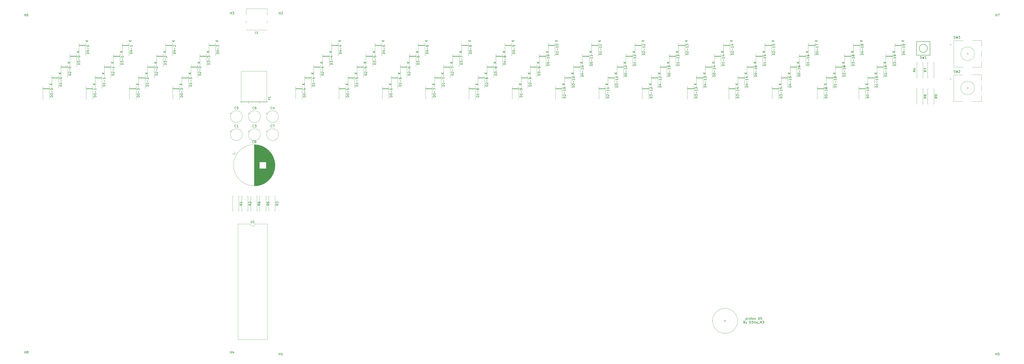
<source format=gbr>
G04 #@! TF.GenerationSoftware,KiCad,Pcbnew,(5.1.4)-1*
G04 #@! TF.CreationDate,2020-11-20T07:51:10+08:00*
G04 #@! TF.ProjectId,Southpaw-65,536f7574-6870-4617-972d-36352e6b6963,rev?*
G04 #@! TF.SameCoordinates,Original*
G04 #@! TF.FileFunction,Legend,Top*
G04 #@! TF.FilePolarity,Positive*
%FSLAX46Y46*%
G04 Gerber Fmt 4.6, Leading zero omitted, Abs format (unit mm)*
G04 Created by KiCad (PCBNEW (5.1.4)-1) date 2020-11-20 07:51:10*
%MOMM*%
%LPD*%
G04 APERTURE LIST*
%ADD10C,0.120000*%
%ADD11C,0.150000*%
G04 APERTURE END LIST*
D10*
X374142000Y-166116000D02*
G75*
G03X374142000Y-166116000I-163244J0D01*
G01*
X379632095Y-160618756D02*
G75*
G03X379632095Y-160618756I-156095J0D01*
G01*
X379608071Y-171613244D02*
G75*
G03X379608071Y-171613244I-132071J0D01*
G01*
X385064000Y-166116000D02*
G75*
G03X385064000Y-166116000I-90756J0D01*
G01*
X384973245Y-166116000D02*
G75*
G03X384973245Y-166116000I-5497245J0D01*
G01*
X379984000Y-166116000D02*
G75*
G03X379984000Y-166116000I-127000J0D01*
G01*
X379603000Y-166497000D02*
G75*
G03X379603000Y-166497000I-127000J0D01*
G01*
X379222000Y-166116000D02*
G75*
G03X379222000Y-166116000I-127000J0D01*
G01*
X379603000Y-165735000D02*
G75*
G03X379603000Y-165735000I-127000J0D01*
G01*
X379603000Y-166116000D02*
G75*
G03X379603000Y-166116000I-127000J0D01*
G01*
D11*
X388612500Y-164854464D02*
X388612500Y-165854464D01*
X388612500Y-164902083D02*
X388707738Y-164854464D01*
X388898214Y-164854464D01*
X388993452Y-164902083D01*
X389041071Y-164949702D01*
X389088690Y-165044940D01*
X389088690Y-165330654D01*
X389041071Y-165425892D01*
X388993452Y-165473511D01*
X388898214Y-165521130D01*
X388707738Y-165521130D01*
X388612500Y-165473511D01*
X389517261Y-165521130D02*
X389517261Y-164854464D01*
X389517261Y-165044940D02*
X389564880Y-164949702D01*
X389612500Y-164902083D01*
X389707738Y-164854464D01*
X389802976Y-164854464D01*
X390279166Y-165521130D02*
X390183928Y-165473511D01*
X390136309Y-165425892D01*
X390088690Y-165330654D01*
X390088690Y-165044940D01*
X390136309Y-164949702D01*
X390183928Y-164902083D01*
X390279166Y-164854464D01*
X390422023Y-164854464D01*
X390517261Y-164902083D01*
X390564880Y-164949702D01*
X390612500Y-165044940D01*
X390612500Y-165330654D01*
X390564880Y-165425892D01*
X390517261Y-165473511D01*
X390422023Y-165521130D01*
X390279166Y-165521130D01*
X390898214Y-164854464D02*
X391279166Y-164854464D01*
X391041071Y-164521130D02*
X391041071Y-165378273D01*
X391088690Y-165473511D01*
X391183928Y-165521130D01*
X391279166Y-165521130D01*
X391755357Y-165521130D02*
X391660119Y-165473511D01*
X391612500Y-165425892D01*
X391564880Y-165330654D01*
X391564880Y-165044940D01*
X391612500Y-164949702D01*
X391660119Y-164902083D01*
X391755357Y-164854464D01*
X391898214Y-164854464D01*
X391993452Y-164902083D01*
X392041071Y-164949702D01*
X392088690Y-165044940D01*
X392088690Y-165330654D01*
X392041071Y-165425892D01*
X391993452Y-165473511D01*
X391898214Y-165521130D01*
X391755357Y-165521130D01*
X392517261Y-164854464D02*
X392517261Y-165521130D01*
X392517261Y-164949702D02*
X392564880Y-164902083D01*
X392660119Y-164854464D01*
X392802976Y-164854464D01*
X392898214Y-164902083D01*
X392945833Y-164997321D01*
X392945833Y-165521130D01*
X394612500Y-164521130D02*
X394422023Y-164521130D01*
X394326785Y-164568750D01*
X394279166Y-164616369D01*
X394183928Y-164759226D01*
X394136309Y-164949702D01*
X394136309Y-165330654D01*
X394183928Y-165425892D01*
X394231547Y-165473511D01*
X394326785Y-165521130D01*
X394517261Y-165521130D01*
X394612500Y-165473511D01*
X394660119Y-165425892D01*
X394707738Y-165330654D01*
X394707738Y-165092559D01*
X394660119Y-164997321D01*
X394612500Y-164949702D01*
X394517261Y-164902083D01*
X394326785Y-164902083D01*
X394231547Y-164949702D01*
X394183928Y-164997321D01*
X394136309Y-165092559D01*
X395612500Y-164521130D02*
X395136309Y-164521130D01*
X395088690Y-164997321D01*
X395136309Y-164949702D01*
X395231547Y-164902083D01*
X395469642Y-164902083D01*
X395564880Y-164949702D01*
X395612500Y-164997321D01*
X395660119Y-165092559D01*
X395660119Y-165330654D01*
X395612500Y-165425892D01*
X395564880Y-165473511D01*
X395469642Y-165521130D01*
X395231547Y-165521130D01*
X395136309Y-165473511D01*
X395088690Y-165425892D01*
X388017261Y-166647321D02*
X388160119Y-166694940D01*
X388207738Y-166742559D01*
X388255357Y-166837797D01*
X388255357Y-166980654D01*
X388207738Y-167075892D01*
X388160119Y-167123511D01*
X388064880Y-167171130D01*
X387683928Y-167171130D01*
X387683928Y-166171130D01*
X388017261Y-166171130D01*
X388112500Y-166218750D01*
X388160119Y-166266369D01*
X388207738Y-166361607D01*
X388207738Y-166456845D01*
X388160119Y-166552083D01*
X388112500Y-166599702D01*
X388017261Y-166647321D01*
X387683928Y-166647321D01*
X388588690Y-166504464D02*
X388826785Y-167171130D01*
X389064880Y-166504464D02*
X388826785Y-167171130D01*
X388731547Y-167409226D01*
X388683928Y-167456845D01*
X388588690Y-167504464D01*
X390207738Y-167171130D02*
X390207738Y-166171130D01*
X390445833Y-166171130D01*
X390588690Y-166218750D01*
X390683928Y-166313988D01*
X390731547Y-166409226D01*
X390779166Y-166599702D01*
X390779166Y-166742559D01*
X390731547Y-166933035D01*
X390683928Y-167028273D01*
X390588690Y-167123511D01*
X390445833Y-167171130D01*
X390207738Y-167171130D01*
X391112500Y-166171130D02*
X391731547Y-166171130D01*
X391398214Y-166552083D01*
X391541071Y-166552083D01*
X391636309Y-166599702D01*
X391683928Y-166647321D01*
X391731547Y-166742559D01*
X391731547Y-166980654D01*
X391683928Y-167075892D01*
X391636309Y-167123511D01*
X391541071Y-167171130D01*
X391255357Y-167171130D01*
X391160119Y-167123511D01*
X391112500Y-167075892D01*
X392302976Y-167171130D02*
X392207738Y-167123511D01*
X392160119Y-167028273D01*
X392160119Y-166171130D01*
X392541071Y-166504464D02*
X392922023Y-166504464D01*
X392683928Y-166171130D02*
X392683928Y-167028273D01*
X392731547Y-167123511D01*
X392826785Y-167171130D01*
X392922023Y-167171130D01*
X393683928Y-167171130D02*
X393683928Y-166647321D01*
X393636309Y-166552083D01*
X393541071Y-166504464D01*
X393350595Y-166504464D01*
X393255357Y-166552083D01*
X393683928Y-167123511D02*
X393588690Y-167171130D01*
X393350595Y-167171130D01*
X393255357Y-167123511D01*
X393207738Y-167028273D01*
X393207738Y-166933035D01*
X393255357Y-166837797D01*
X393350595Y-166790178D01*
X393588690Y-166790178D01*
X393683928Y-166742559D01*
X393922023Y-167266369D02*
X394683928Y-167266369D01*
X394922023Y-167171130D02*
X394922023Y-166171130D01*
X395255357Y-166885416D01*
X395588690Y-166171130D01*
X395588690Y-167171130D01*
X395969642Y-166171130D02*
X396588690Y-166171130D01*
X396255357Y-166552083D01*
X396398214Y-166552083D01*
X396493452Y-166599702D01*
X396541071Y-166647321D01*
X396588690Y-166742559D01*
X396588690Y-166980654D01*
X396541071Y-167075892D01*
X396493452Y-167123511D01*
X396398214Y-167171130D01*
X396112500Y-167171130D01*
X396017261Y-167123511D01*
X395969642Y-167075892D01*
D10*
X489131250Y-48537500D02*
G75*
G03X489131250Y-48537500I-3000000J0D01*
G01*
X488131250Y-42637500D02*
X492231250Y-42637500D01*
X492231250Y-54437500D02*
X488131250Y-54437500D01*
X484131250Y-54437500D02*
X480031250Y-54437500D01*
X484131250Y-42737500D02*
X480031250Y-42737500D01*
X480031250Y-42737500D02*
X480031250Y-54437500D01*
X478631250Y-44737500D02*
X478331250Y-44437500D01*
X478331250Y-44437500D02*
X478931250Y-44437500D01*
X478931250Y-44437500D02*
X478631250Y-44737500D01*
X492231250Y-42637500D02*
X492231250Y-45237500D01*
X492231250Y-47237500D02*
X492231250Y-49837500D01*
X492231250Y-51837500D02*
X492231250Y-54437500D01*
X486131250Y-48037500D02*
X486131250Y-49037500D01*
X485631250Y-48537500D02*
X486631250Y-48537500D01*
X489131250Y-63618750D02*
G75*
G03X489131250Y-63618750I-3000000J0D01*
G01*
X488131250Y-57718750D02*
X492231250Y-57718750D01*
X492231250Y-69518750D02*
X488131250Y-69518750D01*
X484131250Y-69518750D02*
X480031250Y-69518750D01*
X484131250Y-57818750D02*
X480031250Y-57818750D01*
X480031250Y-57818750D02*
X480031250Y-69518750D01*
X478631250Y-59818750D02*
X478331250Y-59518750D01*
X478331250Y-59518750D02*
X478931250Y-59518750D01*
X478931250Y-59518750D02*
X478631250Y-59818750D01*
X492231250Y-57718750D02*
X492231250Y-60318750D01*
X492231250Y-62318750D02*
X492231250Y-64918750D01*
X492231250Y-66918750D02*
X492231250Y-69518750D01*
X486131250Y-63118750D02*
X486131250Y-64118750D01*
X485631250Y-63618750D02*
X486631250Y-63618750D01*
X468530000Y-70580000D02*
X468860000Y-70580000D01*
X468530000Y-64040000D02*
X468530000Y-70580000D01*
X468860000Y-64040000D02*
X468530000Y-64040000D01*
X471270000Y-70580000D02*
X470940000Y-70580000D01*
X471270000Y-64040000D02*
X471270000Y-70580000D01*
X470940000Y-64040000D02*
X471270000Y-64040000D01*
X463767500Y-70580000D02*
X464097500Y-70580000D01*
X463767500Y-64040000D02*
X463767500Y-70580000D01*
X464097500Y-64040000D02*
X463767500Y-64040000D01*
X466507500Y-70580000D02*
X466177500Y-70580000D01*
X466507500Y-64040000D02*
X466507500Y-70580000D01*
X466177500Y-64040000D02*
X466507500Y-64040000D01*
X471270000Y-52451250D02*
X470940000Y-52451250D01*
X471270000Y-58991250D02*
X471270000Y-52451250D01*
X470940000Y-58991250D02*
X471270000Y-58991250D01*
X468530000Y-52451250D02*
X468860000Y-52451250D01*
X468530000Y-58991250D02*
X468530000Y-52451250D01*
X468860000Y-58991250D02*
X468530000Y-58991250D01*
X466507500Y-52451250D02*
X466177500Y-52451250D01*
X466507500Y-58991250D02*
X466507500Y-52451250D01*
X466177500Y-58991250D02*
X466507500Y-58991250D01*
X463767500Y-52451250D02*
X464097500Y-52451250D01*
X463767500Y-58991250D02*
X463767500Y-52451250D01*
X464097500Y-58991250D02*
X463767500Y-58991250D01*
X178227500Y-123447500D02*
X172767500Y-123447500D01*
X178227500Y-174367500D02*
X178227500Y-123447500D01*
X165307500Y-174367500D02*
X178227500Y-174367500D01*
X165307500Y-123447500D02*
X165307500Y-174367500D01*
X170767500Y-123447500D02*
X165307500Y-123447500D01*
X172767500Y-123447500D02*
G75*
G02X170767500Y-123447500I-1000000J0D01*
G01*
X178070000Y-35065000D02*
X178070000Y-34165000D01*
X168880000Y-35065000D02*
X168880000Y-34165000D01*
X178070000Y-31465000D02*
X178070000Y-28735000D01*
X168880000Y-31465000D02*
X168880000Y-28735000D01*
X177950000Y-38145000D02*
X169000000Y-38145000D01*
X178070000Y-28735000D02*
X168880000Y-28735000D01*
X166312500Y-69637500D02*
X178312500Y-69637500D01*
X166312500Y-69757500D02*
X166312500Y-69637500D01*
X178312500Y-69757500D02*
X166312500Y-69757500D01*
X178312500Y-69637500D02*
X178312500Y-69757500D01*
X169862500Y-70487500D02*
X169862500Y-70487500D01*
X169862500Y-69637500D02*
X169862500Y-70487500D01*
X174762500Y-70487500D02*
X174762500Y-70487500D01*
X174762500Y-69637500D02*
X174762500Y-70487500D01*
X166662500Y-69637500D02*
X177962500Y-69637500D01*
X166662500Y-56237500D02*
X166662500Y-69637500D01*
X177962500Y-56237500D02*
X166662500Y-56237500D01*
X177962500Y-69637500D02*
X177962500Y-56237500D01*
D11*
X463650000Y-43168750D02*
X469650000Y-43168750D01*
X469650000Y-43168750D02*
X469650000Y-49168750D01*
X469650000Y-49168750D02*
X463650000Y-49168750D01*
X463650000Y-49168750D02*
X463650000Y-43168750D01*
X468446051Y-46168750D02*
G75*
G03X468446051Y-46168750I-1796051J0D01*
G01*
D10*
X170873750Y-117728750D02*
X171203750Y-117728750D01*
X170873750Y-111188750D02*
X170873750Y-117728750D01*
X171203750Y-111188750D02*
X170873750Y-111188750D01*
X173613750Y-117728750D02*
X173283750Y-117728750D01*
X173613750Y-111188750D02*
X173613750Y-117728750D01*
X173283750Y-111188750D02*
X173613750Y-111188750D01*
X174842500Y-117728750D02*
X175172500Y-117728750D01*
X174842500Y-111188750D02*
X174842500Y-117728750D01*
X175172500Y-111188750D02*
X174842500Y-111188750D01*
X177582500Y-117728750D02*
X177252500Y-117728750D01*
X177582500Y-111188750D02*
X177582500Y-117728750D01*
X177252500Y-111188750D02*
X177582500Y-111188750D01*
X178811250Y-117728750D02*
X179141250Y-117728750D01*
X178811250Y-111188750D02*
X178811250Y-117728750D01*
X179141250Y-111188750D02*
X178811250Y-111188750D01*
X181551250Y-117728750D02*
X181221250Y-117728750D01*
X181551250Y-111188750D02*
X181551250Y-117728750D01*
X181221250Y-111188750D02*
X181551250Y-111188750D01*
X166905000Y-117728750D02*
X167235000Y-117728750D01*
X166905000Y-111188750D02*
X166905000Y-117728750D01*
X167235000Y-111188750D02*
X166905000Y-111188750D01*
X169645000Y-117728750D02*
X169315000Y-117728750D01*
X169645000Y-111188750D02*
X169645000Y-117728750D01*
X169315000Y-111188750D02*
X169645000Y-111188750D01*
X162936250Y-117728750D02*
X163266250Y-117728750D01*
X162936250Y-111188750D02*
X162936250Y-117728750D01*
X163266250Y-111188750D02*
X162936250Y-111188750D01*
X165676250Y-117728750D02*
X165346250Y-117728750D01*
X165676250Y-111188750D02*
X165676250Y-117728750D01*
X165346250Y-111188750D02*
X165676250Y-111188750D01*
X457082500Y-44732500D02*
X454142500Y-44732500D01*
X457082500Y-44972500D02*
X454142500Y-44972500D01*
X457082500Y-44852500D02*
X454142500Y-44852500D01*
X454142500Y-49392500D02*
X454272500Y-49392500D01*
X454142500Y-43952500D02*
X454142500Y-49392500D01*
X454272500Y-43952500D02*
X454142500Y-43952500D01*
X457082500Y-49392500D02*
X456952500Y-49392500D01*
X457082500Y-43952500D02*
X457082500Y-49392500D01*
X456952500Y-43952500D02*
X457082500Y-43952500D01*
X438826250Y-44732500D02*
X435886250Y-44732500D01*
X438826250Y-44972500D02*
X435886250Y-44972500D01*
X438826250Y-44852500D02*
X435886250Y-44852500D01*
X435886250Y-49392500D02*
X436016250Y-49392500D01*
X435886250Y-43952500D02*
X435886250Y-49392500D01*
X436016250Y-43952500D02*
X435886250Y-43952500D01*
X438826250Y-49392500D02*
X438696250Y-49392500D01*
X438826250Y-43952500D02*
X438826250Y-49392500D01*
X438696250Y-43952500D02*
X438826250Y-43952500D01*
X407076250Y-59020000D02*
X404136250Y-59020000D01*
X407076250Y-59260000D02*
X404136250Y-59260000D01*
X407076250Y-59140000D02*
X404136250Y-59140000D01*
X404136250Y-63680000D02*
X404266250Y-63680000D01*
X404136250Y-58240000D02*
X404136250Y-63680000D01*
X404266250Y-58240000D02*
X404136250Y-58240000D01*
X407076250Y-63680000D02*
X406946250Y-63680000D01*
X407076250Y-58240000D02*
X407076250Y-63680000D01*
X406946250Y-58240000D02*
X407076250Y-58240000D01*
X388026250Y-59020000D02*
X385086250Y-59020000D01*
X388026250Y-59260000D02*
X385086250Y-59260000D01*
X388026250Y-59140000D02*
X385086250Y-59140000D01*
X385086250Y-63680000D02*
X385216250Y-63680000D01*
X385086250Y-58240000D02*
X385086250Y-63680000D01*
X385216250Y-58240000D02*
X385086250Y-58240000D01*
X388026250Y-63680000D02*
X387896250Y-63680000D01*
X388026250Y-58240000D02*
X388026250Y-63680000D01*
X387896250Y-58240000D02*
X388026250Y-58240000D01*
X369770000Y-59020000D02*
X366830000Y-59020000D01*
X369770000Y-59260000D02*
X366830000Y-59260000D01*
X369770000Y-59140000D02*
X366830000Y-59140000D01*
X366830000Y-63680000D02*
X366960000Y-63680000D01*
X366830000Y-58240000D02*
X366830000Y-63680000D01*
X366960000Y-58240000D02*
X366830000Y-58240000D01*
X369770000Y-63680000D02*
X369640000Y-63680000D01*
X369770000Y-58240000D02*
X369770000Y-63680000D01*
X369640000Y-58240000D02*
X369770000Y-58240000D01*
X349926250Y-59020000D02*
X346986250Y-59020000D01*
X349926250Y-59260000D02*
X346986250Y-59260000D01*
X349926250Y-59140000D02*
X346986250Y-59140000D01*
X346986250Y-63680000D02*
X347116250Y-63680000D01*
X346986250Y-58240000D02*
X346986250Y-63680000D01*
X347116250Y-58240000D02*
X346986250Y-58240000D01*
X349926250Y-63680000D02*
X349796250Y-63680000D01*
X349926250Y-58240000D02*
X349926250Y-63680000D01*
X349796250Y-58240000D02*
X349926250Y-58240000D01*
X315795000Y-54257500D02*
X312855000Y-54257500D01*
X315795000Y-54497500D02*
X312855000Y-54497500D01*
X315795000Y-54377500D02*
X312855000Y-54377500D01*
X312855000Y-58917500D02*
X312985000Y-58917500D01*
X312855000Y-53477500D02*
X312855000Y-58917500D01*
X312985000Y-53477500D02*
X312855000Y-53477500D01*
X315795000Y-58917500D02*
X315665000Y-58917500D01*
X315795000Y-53477500D02*
X315795000Y-58917500D01*
X315665000Y-53477500D02*
X315795000Y-53477500D01*
X281663750Y-49495000D02*
X278723750Y-49495000D01*
X281663750Y-49735000D02*
X278723750Y-49735000D01*
X281663750Y-49615000D02*
X278723750Y-49615000D01*
X278723750Y-54155000D02*
X278853750Y-54155000D01*
X278723750Y-48715000D02*
X278723750Y-54155000D01*
X278853750Y-48715000D02*
X278723750Y-48715000D01*
X281663750Y-54155000D02*
X281533750Y-54155000D01*
X281663750Y-48715000D02*
X281663750Y-54155000D01*
X281533750Y-48715000D02*
X281663750Y-48715000D01*
X247532500Y-44732500D02*
X244592500Y-44732500D01*
X247532500Y-44972500D02*
X244592500Y-44972500D01*
X247532500Y-44852500D02*
X244592500Y-44852500D01*
X244592500Y-49392500D02*
X244722500Y-49392500D01*
X244592500Y-43952500D02*
X244592500Y-49392500D01*
X244722500Y-43952500D02*
X244592500Y-43952500D01*
X247532500Y-49392500D02*
X247402500Y-49392500D01*
X247532500Y-43952500D02*
X247532500Y-49392500D01*
X247402500Y-43952500D02*
X247532500Y-43952500D01*
X228482500Y-44732500D02*
X225542500Y-44732500D01*
X228482500Y-44972500D02*
X225542500Y-44972500D01*
X228482500Y-44852500D02*
X225542500Y-44852500D01*
X225542500Y-49392500D02*
X225672500Y-49392500D01*
X225542500Y-43952500D02*
X225542500Y-49392500D01*
X225672500Y-43952500D02*
X225542500Y-43952500D01*
X228482500Y-49392500D02*
X228352500Y-49392500D01*
X228482500Y-43952500D02*
X228482500Y-49392500D01*
X228352500Y-43952500D02*
X228482500Y-43952500D01*
X209432500Y-44732500D02*
X206492500Y-44732500D01*
X209432500Y-44972500D02*
X206492500Y-44972500D01*
X209432500Y-44852500D02*
X206492500Y-44852500D01*
X206492500Y-49392500D02*
X206622500Y-49392500D01*
X206492500Y-43952500D02*
X206492500Y-49392500D01*
X206622500Y-43952500D02*
X206492500Y-43952500D01*
X209432500Y-49392500D02*
X209302500Y-49392500D01*
X209432500Y-43952500D02*
X209432500Y-49392500D01*
X209302500Y-43952500D02*
X209432500Y-43952500D01*
X155457500Y-44732500D02*
X152517500Y-44732500D01*
X155457500Y-44972500D02*
X152517500Y-44972500D01*
X155457500Y-44852500D02*
X152517500Y-44852500D01*
X152517500Y-49392500D02*
X152647500Y-49392500D01*
X152517500Y-43952500D02*
X152517500Y-49392500D01*
X152647500Y-43952500D02*
X152517500Y-43952500D01*
X155457500Y-49392500D02*
X155327500Y-49392500D01*
X155457500Y-43952500D02*
X155457500Y-49392500D01*
X155327500Y-43952500D02*
X155457500Y-43952500D01*
X136407500Y-44732500D02*
X133467500Y-44732500D01*
X136407500Y-44972500D02*
X133467500Y-44972500D01*
X136407500Y-44852500D02*
X133467500Y-44852500D01*
X133467500Y-49392500D02*
X133597500Y-49392500D01*
X133467500Y-43952500D02*
X133467500Y-49392500D01*
X133597500Y-43952500D02*
X133467500Y-43952500D01*
X136407500Y-49392500D02*
X136277500Y-49392500D01*
X136407500Y-43952500D02*
X136407500Y-49392500D01*
X136277500Y-43952500D02*
X136407500Y-43952500D01*
X117357500Y-44732500D02*
X114417500Y-44732500D01*
X117357500Y-44972500D02*
X114417500Y-44972500D01*
X117357500Y-44852500D02*
X114417500Y-44852500D01*
X114417500Y-49392500D02*
X114547500Y-49392500D01*
X114417500Y-43952500D02*
X114417500Y-49392500D01*
X114547500Y-43952500D02*
X114417500Y-43952500D01*
X117357500Y-49392500D02*
X117227500Y-49392500D01*
X117357500Y-43952500D02*
X117357500Y-49392500D01*
X117227500Y-43952500D02*
X117357500Y-43952500D01*
X98307500Y-44732500D02*
X95367500Y-44732500D01*
X98307500Y-44972500D02*
X95367500Y-44972500D01*
X98307500Y-44852500D02*
X95367500Y-44852500D01*
X95367500Y-49392500D02*
X95497500Y-49392500D01*
X95367500Y-43952500D02*
X95367500Y-49392500D01*
X95497500Y-43952500D02*
X95367500Y-43952500D01*
X98307500Y-49392500D02*
X98177500Y-49392500D01*
X98307500Y-43952500D02*
X98307500Y-49392500D01*
X98177500Y-43952500D02*
X98307500Y-43952500D01*
X453113750Y-49495000D02*
X450173750Y-49495000D01*
X453113750Y-49735000D02*
X450173750Y-49735000D01*
X453113750Y-49615000D02*
X450173750Y-49615000D01*
X450173750Y-54155000D02*
X450303750Y-54155000D01*
X450173750Y-48715000D02*
X450173750Y-54155000D01*
X450303750Y-48715000D02*
X450173750Y-48715000D01*
X453113750Y-54155000D02*
X452983750Y-54155000D01*
X453113750Y-48715000D02*
X453113750Y-54155000D01*
X452983750Y-48715000D02*
X453113750Y-48715000D01*
X434857500Y-49495000D02*
X431917500Y-49495000D01*
X434857500Y-49735000D02*
X431917500Y-49735000D01*
X434857500Y-49615000D02*
X431917500Y-49615000D01*
X431917500Y-54155000D02*
X432047500Y-54155000D01*
X431917500Y-48715000D02*
X431917500Y-54155000D01*
X432047500Y-48715000D02*
X431917500Y-48715000D01*
X434857500Y-54155000D02*
X434727500Y-54155000D01*
X434857500Y-48715000D02*
X434857500Y-54155000D01*
X434727500Y-48715000D02*
X434857500Y-48715000D01*
X403107500Y-63782500D02*
X400167500Y-63782500D01*
X403107500Y-64022500D02*
X400167500Y-64022500D01*
X403107500Y-63902500D02*
X400167500Y-63902500D01*
X400167500Y-68442500D02*
X400297500Y-68442500D01*
X400167500Y-63002500D02*
X400167500Y-68442500D01*
X400297500Y-63002500D02*
X400167500Y-63002500D01*
X403107500Y-68442500D02*
X402977500Y-68442500D01*
X403107500Y-63002500D02*
X403107500Y-68442500D01*
X402977500Y-63002500D02*
X403107500Y-63002500D01*
X384057500Y-63782500D02*
X381117500Y-63782500D01*
X384057500Y-64022500D02*
X381117500Y-64022500D01*
X384057500Y-63902500D02*
X381117500Y-63902500D01*
X381117500Y-68442500D02*
X381247500Y-68442500D01*
X381117500Y-63002500D02*
X381117500Y-68442500D01*
X381247500Y-63002500D02*
X381117500Y-63002500D01*
X384057500Y-68442500D02*
X383927500Y-68442500D01*
X384057500Y-63002500D02*
X384057500Y-68442500D01*
X383927500Y-63002500D02*
X384057500Y-63002500D01*
X365801250Y-63782500D02*
X362861250Y-63782500D01*
X365801250Y-64022500D02*
X362861250Y-64022500D01*
X365801250Y-63902500D02*
X362861250Y-63902500D01*
X362861250Y-68442500D02*
X362991250Y-68442500D01*
X362861250Y-63002500D02*
X362861250Y-68442500D01*
X362991250Y-63002500D02*
X362861250Y-63002500D01*
X365801250Y-68442500D02*
X365671250Y-68442500D01*
X365801250Y-63002500D02*
X365801250Y-68442500D01*
X365671250Y-63002500D02*
X365801250Y-63002500D01*
X345957500Y-63782500D02*
X343017500Y-63782500D01*
X345957500Y-64022500D02*
X343017500Y-64022500D01*
X345957500Y-63902500D02*
X343017500Y-63902500D01*
X343017500Y-68442500D02*
X343147500Y-68442500D01*
X343017500Y-63002500D02*
X343017500Y-68442500D01*
X343147500Y-63002500D02*
X343017500Y-63002500D01*
X345957500Y-68442500D02*
X345827500Y-68442500D01*
X345957500Y-63002500D02*
X345957500Y-68442500D01*
X345827500Y-63002500D02*
X345957500Y-63002500D01*
X330876250Y-59020000D02*
X327936250Y-59020000D01*
X330876250Y-59260000D02*
X327936250Y-59260000D01*
X330876250Y-59140000D02*
X327936250Y-59140000D01*
X327936250Y-63680000D02*
X328066250Y-63680000D01*
X327936250Y-58240000D02*
X327936250Y-63680000D01*
X328066250Y-58240000D02*
X327936250Y-58240000D01*
X330876250Y-63680000D02*
X330746250Y-63680000D01*
X330876250Y-58240000D02*
X330876250Y-63680000D01*
X330746250Y-58240000D02*
X330876250Y-58240000D01*
X311826250Y-59020000D02*
X308886250Y-59020000D01*
X311826250Y-59260000D02*
X308886250Y-59260000D01*
X311826250Y-59140000D02*
X308886250Y-59140000D01*
X308886250Y-63680000D02*
X309016250Y-63680000D01*
X308886250Y-58240000D02*
X308886250Y-63680000D01*
X309016250Y-58240000D02*
X308886250Y-58240000D01*
X311826250Y-63680000D02*
X311696250Y-63680000D01*
X311826250Y-58240000D02*
X311826250Y-63680000D01*
X311696250Y-58240000D02*
X311826250Y-58240000D01*
X296745000Y-54257500D02*
X293805000Y-54257500D01*
X296745000Y-54497500D02*
X293805000Y-54497500D01*
X296745000Y-54377500D02*
X293805000Y-54377500D01*
X293805000Y-58917500D02*
X293935000Y-58917500D01*
X293805000Y-53477500D02*
X293805000Y-58917500D01*
X293935000Y-53477500D02*
X293805000Y-53477500D01*
X296745000Y-58917500D02*
X296615000Y-58917500D01*
X296745000Y-53477500D02*
X296745000Y-58917500D01*
X296615000Y-53477500D02*
X296745000Y-53477500D01*
X277695000Y-54257500D02*
X274755000Y-54257500D01*
X277695000Y-54497500D02*
X274755000Y-54497500D01*
X277695000Y-54377500D02*
X274755000Y-54377500D01*
X274755000Y-58917500D02*
X274885000Y-58917500D01*
X274755000Y-53477500D02*
X274755000Y-58917500D01*
X274885000Y-53477500D02*
X274755000Y-53477500D01*
X277695000Y-58917500D02*
X277565000Y-58917500D01*
X277695000Y-53477500D02*
X277695000Y-58917500D01*
X277565000Y-53477500D02*
X277695000Y-53477500D01*
X262613750Y-49495000D02*
X259673750Y-49495000D01*
X262613750Y-49735000D02*
X259673750Y-49735000D01*
X262613750Y-49615000D02*
X259673750Y-49615000D01*
X259673750Y-54155000D02*
X259803750Y-54155000D01*
X259673750Y-48715000D02*
X259673750Y-54155000D01*
X259803750Y-48715000D02*
X259673750Y-48715000D01*
X262613750Y-54155000D02*
X262483750Y-54155000D01*
X262613750Y-48715000D02*
X262613750Y-54155000D01*
X262483750Y-48715000D02*
X262613750Y-48715000D01*
X243563750Y-49495000D02*
X240623750Y-49495000D01*
X243563750Y-49735000D02*
X240623750Y-49735000D01*
X243563750Y-49615000D02*
X240623750Y-49615000D01*
X240623750Y-54155000D02*
X240753750Y-54155000D01*
X240623750Y-48715000D02*
X240623750Y-54155000D01*
X240753750Y-48715000D02*
X240623750Y-48715000D01*
X243563750Y-54155000D02*
X243433750Y-54155000D01*
X243563750Y-48715000D02*
X243563750Y-54155000D01*
X243433750Y-48715000D02*
X243563750Y-48715000D01*
X224513750Y-49495000D02*
X221573750Y-49495000D01*
X224513750Y-49735000D02*
X221573750Y-49735000D01*
X224513750Y-49615000D02*
X221573750Y-49615000D01*
X221573750Y-54155000D02*
X221703750Y-54155000D01*
X221573750Y-48715000D02*
X221573750Y-54155000D01*
X221703750Y-48715000D02*
X221573750Y-48715000D01*
X224513750Y-54155000D02*
X224383750Y-54155000D01*
X224513750Y-48715000D02*
X224513750Y-54155000D01*
X224383750Y-48715000D02*
X224513750Y-48715000D01*
X205463750Y-49495000D02*
X202523750Y-49495000D01*
X205463750Y-49735000D02*
X202523750Y-49735000D01*
X205463750Y-49615000D02*
X202523750Y-49615000D01*
X202523750Y-54155000D02*
X202653750Y-54155000D01*
X202523750Y-48715000D02*
X202523750Y-54155000D01*
X202653750Y-48715000D02*
X202523750Y-48715000D01*
X205463750Y-54155000D02*
X205333750Y-54155000D01*
X205463750Y-48715000D02*
X205463750Y-54155000D01*
X205333750Y-48715000D02*
X205463750Y-48715000D01*
X151488750Y-49495000D02*
X148548750Y-49495000D01*
X151488750Y-49735000D02*
X148548750Y-49735000D01*
X151488750Y-49615000D02*
X148548750Y-49615000D01*
X148548750Y-54155000D02*
X148678750Y-54155000D01*
X148548750Y-48715000D02*
X148548750Y-54155000D01*
X148678750Y-48715000D02*
X148548750Y-48715000D01*
X151488750Y-54155000D02*
X151358750Y-54155000D01*
X151488750Y-48715000D02*
X151488750Y-54155000D01*
X151358750Y-48715000D02*
X151488750Y-48715000D01*
X132438750Y-49495000D02*
X129498750Y-49495000D01*
X132438750Y-49735000D02*
X129498750Y-49735000D01*
X132438750Y-49615000D02*
X129498750Y-49615000D01*
X129498750Y-54155000D02*
X129628750Y-54155000D01*
X129498750Y-48715000D02*
X129498750Y-54155000D01*
X129628750Y-48715000D02*
X129498750Y-48715000D01*
X132438750Y-54155000D02*
X132308750Y-54155000D01*
X132438750Y-48715000D02*
X132438750Y-54155000D01*
X132308750Y-48715000D02*
X132438750Y-48715000D01*
X113388750Y-49495000D02*
X110448750Y-49495000D01*
X113388750Y-49735000D02*
X110448750Y-49735000D01*
X113388750Y-49615000D02*
X110448750Y-49615000D01*
X110448750Y-54155000D02*
X110578750Y-54155000D01*
X110448750Y-48715000D02*
X110448750Y-54155000D01*
X110578750Y-48715000D02*
X110448750Y-48715000D01*
X113388750Y-54155000D02*
X113258750Y-54155000D01*
X113388750Y-48715000D02*
X113388750Y-54155000D01*
X113258750Y-48715000D02*
X113388750Y-48715000D01*
X94338750Y-49495000D02*
X91398750Y-49495000D01*
X94338750Y-49735000D02*
X91398750Y-49735000D01*
X94338750Y-49615000D02*
X91398750Y-49615000D01*
X91398750Y-54155000D02*
X91528750Y-54155000D01*
X91398750Y-48715000D02*
X91398750Y-54155000D01*
X91528750Y-48715000D02*
X91398750Y-48715000D01*
X94338750Y-54155000D02*
X94208750Y-54155000D01*
X94338750Y-48715000D02*
X94338750Y-54155000D01*
X94208750Y-48715000D02*
X94338750Y-48715000D01*
X449145000Y-54257500D02*
X446205000Y-54257500D01*
X449145000Y-54497500D02*
X446205000Y-54497500D01*
X449145000Y-54377500D02*
X446205000Y-54377500D01*
X446205000Y-58917500D02*
X446335000Y-58917500D01*
X446205000Y-53477500D02*
X446205000Y-58917500D01*
X446335000Y-53477500D02*
X446205000Y-53477500D01*
X449145000Y-58917500D02*
X449015000Y-58917500D01*
X449145000Y-53477500D02*
X449145000Y-58917500D01*
X449015000Y-53477500D02*
X449145000Y-53477500D01*
X430888750Y-54257500D02*
X427948750Y-54257500D01*
X430888750Y-54497500D02*
X427948750Y-54497500D01*
X430888750Y-54377500D02*
X427948750Y-54377500D01*
X427948750Y-58917500D02*
X428078750Y-58917500D01*
X427948750Y-53477500D02*
X427948750Y-58917500D01*
X428078750Y-53477500D02*
X427948750Y-53477500D01*
X430888750Y-58917500D02*
X430758750Y-58917500D01*
X430888750Y-53477500D02*
X430888750Y-58917500D01*
X430758750Y-53477500D02*
X430888750Y-53477500D01*
X399932500Y-44732500D02*
X396992500Y-44732500D01*
X399932500Y-44972500D02*
X396992500Y-44972500D01*
X399932500Y-44852500D02*
X396992500Y-44852500D01*
X396992500Y-49392500D02*
X397122500Y-49392500D01*
X396992500Y-43952500D02*
X396992500Y-49392500D01*
X397122500Y-43952500D02*
X396992500Y-43952500D01*
X399932500Y-49392500D02*
X399802500Y-49392500D01*
X399932500Y-43952500D02*
X399932500Y-49392500D01*
X399802500Y-43952500D02*
X399932500Y-43952500D01*
X381676250Y-44732500D02*
X378736250Y-44732500D01*
X381676250Y-44972500D02*
X378736250Y-44972500D01*
X381676250Y-44852500D02*
X378736250Y-44852500D01*
X378736250Y-49392500D02*
X378866250Y-49392500D01*
X378736250Y-43952500D02*
X378736250Y-49392500D01*
X378866250Y-43952500D02*
X378736250Y-43952500D01*
X381676250Y-49392500D02*
X381546250Y-49392500D01*
X381676250Y-43952500D02*
X381676250Y-49392500D01*
X381546250Y-43952500D02*
X381676250Y-43952500D01*
X361832500Y-44732500D02*
X358892500Y-44732500D01*
X361832500Y-44972500D02*
X358892500Y-44972500D01*
X361832500Y-44852500D02*
X358892500Y-44852500D01*
X358892500Y-49392500D02*
X359022500Y-49392500D01*
X358892500Y-43952500D02*
X358892500Y-49392500D01*
X359022500Y-43952500D02*
X358892500Y-43952500D01*
X361832500Y-49392500D02*
X361702500Y-49392500D01*
X361832500Y-43952500D02*
X361832500Y-49392500D01*
X361702500Y-43952500D02*
X361832500Y-43952500D01*
X342782500Y-44732500D02*
X339842500Y-44732500D01*
X342782500Y-44972500D02*
X339842500Y-44972500D01*
X342782500Y-44852500D02*
X339842500Y-44852500D01*
X339842500Y-49392500D02*
X339972500Y-49392500D01*
X339842500Y-43952500D02*
X339842500Y-49392500D01*
X339972500Y-43952500D02*
X339842500Y-43952500D01*
X342782500Y-49392500D02*
X342652500Y-49392500D01*
X342782500Y-43952500D02*
X342782500Y-49392500D01*
X342652500Y-43952500D02*
X342782500Y-43952500D01*
X326907500Y-63782500D02*
X323967500Y-63782500D01*
X326907500Y-64022500D02*
X323967500Y-64022500D01*
X326907500Y-63902500D02*
X323967500Y-63902500D01*
X323967500Y-68442500D02*
X324097500Y-68442500D01*
X323967500Y-63002500D02*
X323967500Y-68442500D01*
X324097500Y-63002500D02*
X323967500Y-63002500D01*
X326907500Y-68442500D02*
X326777500Y-68442500D01*
X326907500Y-63002500D02*
X326907500Y-68442500D01*
X326777500Y-63002500D02*
X326907500Y-63002500D01*
X307857500Y-63782500D02*
X304917500Y-63782500D01*
X307857500Y-64022500D02*
X304917500Y-64022500D01*
X307857500Y-63902500D02*
X304917500Y-63902500D01*
X304917500Y-68442500D02*
X305047500Y-68442500D01*
X304917500Y-63002500D02*
X304917500Y-68442500D01*
X305047500Y-63002500D02*
X304917500Y-63002500D01*
X307857500Y-68442500D02*
X307727500Y-68442500D01*
X307857500Y-63002500D02*
X307857500Y-68442500D01*
X307727500Y-63002500D02*
X307857500Y-63002500D01*
X292776250Y-59020000D02*
X289836250Y-59020000D01*
X292776250Y-59260000D02*
X289836250Y-59260000D01*
X292776250Y-59140000D02*
X289836250Y-59140000D01*
X289836250Y-63680000D02*
X289966250Y-63680000D01*
X289836250Y-58240000D02*
X289836250Y-63680000D01*
X289966250Y-58240000D02*
X289836250Y-58240000D01*
X292776250Y-63680000D02*
X292646250Y-63680000D01*
X292776250Y-58240000D02*
X292776250Y-63680000D01*
X292646250Y-58240000D02*
X292776250Y-58240000D01*
X273726250Y-59020000D02*
X270786250Y-59020000D01*
X273726250Y-59260000D02*
X270786250Y-59260000D01*
X273726250Y-59140000D02*
X270786250Y-59140000D01*
X270786250Y-63680000D02*
X270916250Y-63680000D01*
X270786250Y-58240000D02*
X270786250Y-63680000D01*
X270916250Y-58240000D02*
X270786250Y-58240000D01*
X273726250Y-63680000D02*
X273596250Y-63680000D01*
X273726250Y-58240000D02*
X273726250Y-63680000D01*
X273596250Y-58240000D02*
X273726250Y-58240000D01*
X258645000Y-54257500D02*
X255705000Y-54257500D01*
X258645000Y-54497500D02*
X255705000Y-54497500D01*
X258645000Y-54377500D02*
X255705000Y-54377500D01*
X255705000Y-58917500D02*
X255835000Y-58917500D01*
X255705000Y-53477500D02*
X255705000Y-58917500D01*
X255835000Y-53477500D02*
X255705000Y-53477500D01*
X258645000Y-58917500D02*
X258515000Y-58917500D01*
X258645000Y-53477500D02*
X258645000Y-58917500D01*
X258515000Y-53477500D02*
X258645000Y-53477500D01*
X239595000Y-54257500D02*
X236655000Y-54257500D01*
X239595000Y-54497500D02*
X236655000Y-54497500D01*
X239595000Y-54377500D02*
X236655000Y-54377500D01*
X236655000Y-58917500D02*
X236785000Y-58917500D01*
X236655000Y-53477500D02*
X236655000Y-58917500D01*
X236785000Y-53477500D02*
X236655000Y-53477500D01*
X239595000Y-58917500D02*
X239465000Y-58917500D01*
X239595000Y-53477500D02*
X239595000Y-58917500D01*
X239465000Y-53477500D02*
X239595000Y-53477500D01*
X220545000Y-54257500D02*
X217605000Y-54257500D01*
X220545000Y-54497500D02*
X217605000Y-54497500D01*
X220545000Y-54377500D02*
X217605000Y-54377500D01*
X217605000Y-58917500D02*
X217735000Y-58917500D01*
X217605000Y-53477500D02*
X217605000Y-58917500D01*
X217735000Y-53477500D02*
X217605000Y-53477500D01*
X220545000Y-58917500D02*
X220415000Y-58917500D01*
X220545000Y-53477500D02*
X220545000Y-58917500D01*
X220415000Y-53477500D02*
X220545000Y-53477500D01*
X201495000Y-54257500D02*
X198555000Y-54257500D01*
X201495000Y-54497500D02*
X198555000Y-54497500D01*
X201495000Y-54377500D02*
X198555000Y-54377500D01*
X198555000Y-58917500D02*
X198685000Y-58917500D01*
X198555000Y-53477500D02*
X198555000Y-58917500D01*
X198685000Y-53477500D02*
X198555000Y-53477500D01*
X201495000Y-58917500D02*
X201365000Y-58917500D01*
X201495000Y-53477500D02*
X201495000Y-58917500D01*
X201365000Y-53477500D02*
X201495000Y-53477500D01*
X147520000Y-54257500D02*
X144580000Y-54257500D01*
X147520000Y-54497500D02*
X144580000Y-54497500D01*
X147520000Y-54377500D02*
X144580000Y-54377500D01*
X144580000Y-58917500D02*
X144710000Y-58917500D01*
X144580000Y-53477500D02*
X144580000Y-58917500D01*
X144710000Y-53477500D02*
X144580000Y-53477500D01*
X147520000Y-58917500D02*
X147390000Y-58917500D01*
X147520000Y-53477500D02*
X147520000Y-58917500D01*
X147390000Y-53477500D02*
X147520000Y-53477500D01*
X128470000Y-54257500D02*
X125530000Y-54257500D01*
X128470000Y-54497500D02*
X125530000Y-54497500D01*
X128470000Y-54377500D02*
X125530000Y-54377500D01*
X125530000Y-58917500D02*
X125660000Y-58917500D01*
X125530000Y-53477500D02*
X125530000Y-58917500D01*
X125660000Y-53477500D02*
X125530000Y-53477500D01*
X128470000Y-58917500D02*
X128340000Y-58917500D01*
X128470000Y-53477500D02*
X128470000Y-58917500D01*
X128340000Y-53477500D02*
X128470000Y-53477500D01*
X109420000Y-54257500D02*
X106480000Y-54257500D01*
X109420000Y-54497500D02*
X106480000Y-54497500D01*
X109420000Y-54377500D02*
X106480000Y-54377500D01*
X106480000Y-58917500D02*
X106610000Y-58917500D01*
X106480000Y-53477500D02*
X106480000Y-58917500D01*
X106610000Y-53477500D02*
X106480000Y-53477500D01*
X109420000Y-58917500D02*
X109290000Y-58917500D01*
X109420000Y-53477500D02*
X109420000Y-58917500D01*
X109290000Y-53477500D02*
X109420000Y-53477500D01*
X90370000Y-54257500D02*
X87430000Y-54257500D01*
X90370000Y-54497500D02*
X87430000Y-54497500D01*
X90370000Y-54377500D02*
X87430000Y-54377500D01*
X87430000Y-58917500D02*
X87560000Y-58917500D01*
X87430000Y-53477500D02*
X87430000Y-58917500D01*
X87560000Y-53477500D02*
X87430000Y-53477500D01*
X90370000Y-58917500D02*
X90240000Y-58917500D01*
X90370000Y-53477500D02*
X90370000Y-58917500D01*
X90240000Y-53477500D02*
X90370000Y-53477500D01*
X445176250Y-59020000D02*
X442236250Y-59020000D01*
X445176250Y-59260000D02*
X442236250Y-59260000D01*
X445176250Y-59140000D02*
X442236250Y-59140000D01*
X442236250Y-63680000D02*
X442366250Y-63680000D01*
X442236250Y-58240000D02*
X442236250Y-63680000D01*
X442366250Y-58240000D02*
X442236250Y-58240000D01*
X445176250Y-63680000D02*
X445046250Y-63680000D01*
X445176250Y-58240000D02*
X445176250Y-63680000D01*
X445046250Y-58240000D02*
X445176250Y-58240000D01*
X426920000Y-59020000D02*
X423980000Y-59020000D01*
X426920000Y-59260000D02*
X423980000Y-59260000D01*
X426920000Y-59140000D02*
X423980000Y-59140000D01*
X423980000Y-63680000D02*
X424110000Y-63680000D01*
X423980000Y-58240000D02*
X423980000Y-63680000D01*
X424110000Y-58240000D02*
X423980000Y-58240000D01*
X426920000Y-63680000D02*
X426790000Y-63680000D01*
X426920000Y-58240000D02*
X426920000Y-63680000D01*
X426790000Y-58240000D02*
X426920000Y-58240000D01*
X415013750Y-49495000D02*
X412073750Y-49495000D01*
X415013750Y-49735000D02*
X412073750Y-49735000D01*
X415013750Y-49615000D02*
X412073750Y-49615000D01*
X412073750Y-54155000D02*
X412203750Y-54155000D01*
X412073750Y-48715000D02*
X412073750Y-54155000D01*
X412203750Y-48715000D02*
X412073750Y-48715000D01*
X415013750Y-54155000D02*
X414883750Y-54155000D01*
X415013750Y-48715000D02*
X415013750Y-54155000D01*
X414883750Y-48715000D02*
X415013750Y-48715000D01*
X395963750Y-49495000D02*
X393023750Y-49495000D01*
X395963750Y-49735000D02*
X393023750Y-49735000D01*
X395963750Y-49615000D02*
X393023750Y-49615000D01*
X393023750Y-54155000D02*
X393153750Y-54155000D01*
X393023750Y-48715000D02*
X393023750Y-54155000D01*
X393153750Y-48715000D02*
X393023750Y-48715000D01*
X395963750Y-54155000D02*
X395833750Y-54155000D01*
X395963750Y-48715000D02*
X395963750Y-54155000D01*
X395833750Y-48715000D02*
X395963750Y-48715000D01*
X377707500Y-49495000D02*
X374767500Y-49495000D01*
X377707500Y-49735000D02*
X374767500Y-49735000D01*
X377707500Y-49615000D02*
X374767500Y-49615000D01*
X374767500Y-54155000D02*
X374897500Y-54155000D01*
X374767500Y-48715000D02*
X374767500Y-54155000D01*
X374897500Y-48715000D02*
X374767500Y-48715000D01*
X377707500Y-54155000D02*
X377577500Y-54155000D01*
X377707500Y-48715000D02*
X377707500Y-54155000D01*
X377577500Y-48715000D02*
X377707500Y-48715000D01*
X357863750Y-49495000D02*
X354923750Y-49495000D01*
X357863750Y-49735000D02*
X354923750Y-49735000D01*
X357863750Y-49615000D02*
X354923750Y-49615000D01*
X354923750Y-54155000D02*
X355053750Y-54155000D01*
X354923750Y-48715000D02*
X354923750Y-54155000D01*
X355053750Y-48715000D02*
X354923750Y-48715000D01*
X357863750Y-54155000D02*
X357733750Y-54155000D01*
X357863750Y-48715000D02*
X357863750Y-54155000D01*
X357733750Y-48715000D02*
X357863750Y-48715000D01*
X338813750Y-49495000D02*
X335873750Y-49495000D01*
X338813750Y-49735000D02*
X335873750Y-49735000D01*
X338813750Y-49615000D02*
X335873750Y-49615000D01*
X335873750Y-54155000D02*
X336003750Y-54155000D01*
X335873750Y-48715000D02*
X335873750Y-54155000D01*
X336003750Y-48715000D02*
X335873750Y-48715000D01*
X338813750Y-54155000D02*
X338683750Y-54155000D01*
X338813750Y-48715000D02*
X338813750Y-54155000D01*
X338683750Y-48715000D02*
X338813750Y-48715000D01*
X323732500Y-44732500D02*
X320792500Y-44732500D01*
X323732500Y-44972500D02*
X320792500Y-44972500D01*
X323732500Y-44852500D02*
X320792500Y-44852500D01*
X320792500Y-49392500D02*
X320922500Y-49392500D01*
X320792500Y-43952500D02*
X320792500Y-49392500D01*
X320922500Y-43952500D02*
X320792500Y-43952500D01*
X323732500Y-49392500D02*
X323602500Y-49392500D01*
X323732500Y-43952500D02*
X323732500Y-49392500D01*
X323602500Y-43952500D02*
X323732500Y-43952500D01*
X304682500Y-44732500D02*
X301742500Y-44732500D01*
X304682500Y-44972500D02*
X301742500Y-44972500D01*
X304682500Y-44852500D02*
X301742500Y-44852500D01*
X301742500Y-49392500D02*
X301872500Y-49392500D01*
X301742500Y-43952500D02*
X301742500Y-49392500D01*
X301872500Y-43952500D02*
X301742500Y-43952500D01*
X304682500Y-49392500D02*
X304552500Y-49392500D01*
X304682500Y-43952500D02*
X304682500Y-49392500D01*
X304552500Y-43952500D02*
X304682500Y-43952500D01*
X288807500Y-63782500D02*
X285867500Y-63782500D01*
X288807500Y-64022500D02*
X285867500Y-64022500D01*
X288807500Y-63902500D02*
X285867500Y-63902500D01*
X285867500Y-68442500D02*
X285997500Y-68442500D01*
X285867500Y-63002500D02*
X285867500Y-68442500D01*
X285997500Y-63002500D02*
X285867500Y-63002500D01*
X288807500Y-68442500D02*
X288677500Y-68442500D01*
X288807500Y-63002500D02*
X288807500Y-68442500D01*
X288677500Y-63002500D02*
X288807500Y-63002500D01*
X269757500Y-63782500D02*
X266817500Y-63782500D01*
X269757500Y-64022500D02*
X266817500Y-64022500D01*
X269757500Y-63902500D02*
X266817500Y-63902500D01*
X266817500Y-68442500D02*
X266947500Y-68442500D01*
X266817500Y-63002500D02*
X266817500Y-68442500D01*
X266947500Y-63002500D02*
X266817500Y-63002500D01*
X269757500Y-68442500D02*
X269627500Y-68442500D01*
X269757500Y-63002500D02*
X269757500Y-68442500D01*
X269627500Y-63002500D02*
X269757500Y-63002500D01*
X254676250Y-59020000D02*
X251736250Y-59020000D01*
X254676250Y-59260000D02*
X251736250Y-59260000D01*
X254676250Y-59140000D02*
X251736250Y-59140000D01*
X251736250Y-63680000D02*
X251866250Y-63680000D01*
X251736250Y-58240000D02*
X251736250Y-63680000D01*
X251866250Y-58240000D02*
X251736250Y-58240000D01*
X254676250Y-63680000D02*
X254546250Y-63680000D01*
X254676250Y-58240000D02*
X254676250Y-63680000D01*
X254546250Y-58240000D02*
X254676250Y-58240000D01*
X235626250Y-59020000D02*
X232686250Y-59020000D01*
X235626250Y-59260000D02*
X232686250Y-59260000D01*
X235626250Y-59140000D02*
X232686250Y-59140000D01*
X232686250Y-63680000D02*
X232816250Y-63680000D01*
X232686250Y-58240000D02*
X232686250Y-63680000D01*
X232816250Y-58240000D02*
X232686250Y-58240000D01*
X235626250Y-63680000D02*
X235496250Y-63680000D01*
X235626250Y-58240000D02*
X235626250Y-63680000D01*
X235496250Y-58240000D02*
X235626250Y-58240000D01*
X216576250Y-59020000D02*
X213636250Y-59020000D01*
X216576250Y-59260000D02*
X213636250Y-59260000D01*
X216576250Y-59140000D02*
X213636250Y-59140000D01*
X213636250Y-63680000D02*
X213766250Y-63680000D01*
X213636250Y-58240000D02*
X213636250Y-63680000D01*
X213766250Y-58240000D02*
X213636250Y-58240000D01*
X216576250Y-63680000D02*
X216446250Y-63680000D01*
X216576250Y-58240000D02*
X216576250Y-63680000D01*
X216446250Y-58240000D02*
X216576250Y-58240000D01*
X197526250Y-59020000D02*
X194586250Y-59020000D01*
X197526250Y-59260000D02*
X194586250Y-59260000D01*
X197526250Y-59140000D02*
X194586250Y-59140000D01*
X194586250Y-63680000D02*
X194716250Y-63680000D01*
X194586250Y-58240000D02*
X194586250Y-63680000D01*
X194716250Y-58240000D02*
X194586250Y-58240000D01*
X197526250Y-63680000D02*
X197396250Y-63680000D01*
X197526250Y-58240000D02*
X197526250Y-63680000D01*
X197396250Y-58240000D02*
X197526250Y-58240000D01*
X143551250Y-59020000D02*
X140611250Y-59020000D01*
X143551250Y-59260000D02*
X140611250Y-59260000D01*
X143551250Y-59140000D02*
X140611250Y-59140000D01*
X140611250Y-63680000D02*
X140741250Y-63680000D01*
X140611250Y-58240000D02*
X140611250Y-63680000D01*
X140741250Y-58240000D02*
X140611250Y-58240000D01*
X143551250Y-63680000D02*
X143421250Y-63680000D01*
X143551250Y-58240000D02*
X143551250Y-63680000D01*
X143421250Y-58240000D02*
X143551250Y-58240000D01*
X124501250Y-59020000D02*
X121561250Y-59020000D01*
X124501250Y-59260000D02*
X121561250Y-59260000D01*
X124501250Y-59140000D02*
X121561250Y-59140000D01*
X121561250Y-63680000D02*
X121691250Y-63680000D01*
X121561250Y-58240000D02*
X121561250Y-63680000D01*
X121691250Y-58240000D02*
X121561250Y-58240000D01*
X124501250Y-63680000D02*
X124371250Y-63680000D01*
X124501250Y-58240000D02*
X124501250Y-63680000D01*
X124371250Y-58240000D02*
X124501250Y-58240000D01*
X105451250Y-59020000D02*
X102511250Y-59020000D01*
X105451250Y-59260000D02*
X102511250Y-59260000D01*
X105451250Y-59140000D02*
X102511250Y-59140000D01*
X102511250Y-63680000D02*
X102641250Y-63680000D01*
X102511250Y-58240000D02*
X102511250Y-63680000D01*
X102641250Y-58240000D02*
X102511250Y-58240000D01*
X105451250Y-63680000D02*
X105321250Y-63680000D01*
X105451250Y-58240000D02*
X105451250Y-63680000D01*
X105321250Y-58240000D02*
X105451250Y-58240000D01*
X86401250Y-59020000D02*
X83461250Y-59020000D01*
X86401250Y-59260000D02*
X83461250Y-59260000D01*
X86401250Y-59140000D02*
X83461250Y-59140000D01*
X83461250Y-63680000D02*
X83591250Y-63680000D01*
X83461250Y-58240000D02*
X83461250Y-63680000D01*
X83591250Y-58240000D02*
X83461250Y-58240000D01*
X86401250Y-63680000D02*
X86271250Y-63680000D01*
X86401250Y-58240000D02*
X86401250Y-63680000D01*
X86271250Y-58240000D02*
X86401250Y-58240000D01*
X441207500Y-63782500D02*
X438267500Y-63782500D01*
X441207500Y-64022500D02*
X438267500Y-64022500D01*
X441207500Y-63902500D02*
X438267500Y-63902500D01*
X438267500Y-68442500D02*
X438397500Y-68442500D01*
X438267500Y-63002500D02*
X438267500Y-68442500D01*
X438397500Y-63002500D02*
X438267500Y-63002500D01*
X441207500Y-68442500D02*
X441077500Y-68442500D01*
X441207500Y-63002500D02*
X441207500Y-68442500D01*
X441077500Y-63002500D02*
X441207500Y-63002500D01*
X422951250Y-63782500D02*
X420011250Y-63782500D01*
X422951250Y-64022500D02*
X420011250Y-64022500D01*
X422951250Y-63902500D02*
X420011250Y-63902500D01*
X420011250Y-68442500D02*
X420141250Y-68442500D01*
X420011250Y-63002500D02*
X420011250Y-68442500D01*
X420141250Y-63002500D02*
X420011250Y-63002500D01*
X422951250Y-68442500D02*
X422821250Y-68442500D01*
X422951250Y-63002500D02*
X422951250Y-68442500D01*
X422821250Y-63002500D02*
X422951250Y-63002500D01*
X418982500Y-44732500D02*
X416042500Y-44732500D01*
X418982500Y-44972500D02*
X416042500Y-44972500D01*
X418982500Y-44852500D02*
X416042500Y-44852500D01*
X416042500Y-49392500D02*
X416172500Y-49392500D01*
X416042500Y-43952500D02*
X416042500Y-49392500D01*
X416172500Y-43952500D02*
X416042500Y-43952500D01*
X418982500Y-49392500D02*
X418852500Y-49392500D01*
X418982500Y-43952500D02*
X418982500Y-49392500D01*
X418852500Y-43952500D02*
X418982500Y-43952500D01*
X411045000Y-54257500D02*
X408105000Y-54257500D01*
X411045000Y-54497500D02*
X408105000Y-54497500D01*
X411045000Y-54377500D02*
X408105000Y-54377500D01*
X408105000Y-58917500D02*
X408235000Y-58917500D01*
X408105000Y-53477500D02*
X408105000Y-58917500D01*
X408235000Y-53477500D02*
X408105000Y-53477500D01*
X411045000Y-58917500D02*
X410915000Y-58917500D01*
X411045000Y-53477500D02*
X411045000Y-58917500D01*
X410915000Y-53477500D02*
X411045000Y-53477500D01*
X391995000Y-54257500D02*
X389055000Y-54257500D01*
X391995000Y-54497500D02*
X389055000Y-54497500D01*
X391995000Y-54377500D02*
X389055000Y-54377500D01*
X389055000Y-58917500D02*
X389185000Y-58917500D01*
X389055000Y-53477500D02*
X389055000Y-58917500D01*
X389185000Y-53477500D02*
X389055000Y-53477500D01*
X391995000Y-58917500D02*
X391865000Y-58917500D01*
X391995000Y-53477500D02*
X391995000Y-58917500D01*
X391865000Y-53477500D02*
X391995000Y-53477500D01*
X373738750Y-54257500D02*
X370798750Y-54257500D01*
X373738750Y-54497500D02*
X370798750Y-54497500D01*
X373738750Y-54377500D02*
X370798750Y-54377500D01*
X370798750Y-58917500D02*
X370928750Y-58917500D01*
X370798750Y-53477500D02*
X370798750Y-58917500D01*
X370928750Y-53477500D02*
X370798750Y-53477500D01*
X373738750Y-58917500D02*
X373608750Y-58917500D01*
X373738750Y-53477500D02*
X373738750Y-58917500D01*
X373608750Y-53477500D02*
X373738750Y-53477500D01*
X353895000Y-54257500D02*
X350955000Y-54257500D01*
X353895000Y-54497500D02*
X350955000Y-54497500D01*
X353895000Y-54377500D02*
X350955000Y-54377500D01*
X350955000Y-58917500D02*
X351085000Y-58917500D01*
X350955000Y-53477500D02*
X350955000Y-58917500D01*
X351085000Y-53477500D02*
X350955000Y-53477500D01*
X353895000Y-58917500D02*
X353765000Y-58917500D01*
X353895000Y-53477500D02*
X353895000Y-58917500D01*
X353765000Y-53477500D02*
X353895000Y-53477500D01*
X334845000Y-54257500D02*
X331905000Y-54257500D01*
X334845000Y-54497500D02*
X331905000Y-54497500D01*
X334845000Y-54377500D02*
X331905000Y-54377500D01*
X331905000Y-58917500D02*
X332035000Y-58917500D01*
X331905000Y-53477500D02*
X331905000Y-58917500D01*
X332035000Y-53477500D02*
X331905000Y-53477500D01*
X334845000Y-58917500D02*
X334715000Y-58917500D01*
X334845000Y-53477500D02*
X334845000Y-58917500D01*
X334715000Y-53477500D02*
X334845000Y-53477500D01*
X319763750Y-49495000D02*
X316823750Y-49495000D01*
X319763750Y-49735000D02*
X316823750Y-49735000D01*
X319763750Y-49615000D02*
X316823750Y-49615000D01*
X316823750Y-54155000D02*
X316953750Y-54155000D01*
X316823750Y-48715000D02*
X316823750Y-54155000D01*
X316953750Y-48715000D02*
X316823750Y-48715000D01*
X319763750Y-54155000D02*
X319633750Y-54155000D01*
X319763750Y-48715000D02*
X319763750Y-54155000D01*
X319633750Y-48715000D02*
X319763750Y-48715000D01*
X300713750Y-49495000D02*
X297773750Y-49495000D01*
X300713750Y-49735000D02*
X297773750Y-49735000D01*
X300713750Y-49615000D02*
X297773750Y-49615000D01*
X297773750Y-54155000D02*
X297903750Y-54155000D01*
X297773750Y-48715000D02*
X297773750Y-54155000D01*
X297903750Y-48715000D02*
X297773750Y-48715000D01*
X300713750Y-54155000D02*
X300583750Y-54155000D01*
X300713750Y-48715000D02*
X300713750Y-54155000D01*
X300583750Y-48715000D02*
X300713750Y-48715000D01*
X285632500Y-44732500D02*
X282692500Y-44732500D01*
X285632500Y-44972500D02*
X282692500Y-44972500D01*
X285632500Y-44852500D02*
X282692500Y-44852500D01*
X282692500Y-49392500D02*
X282822500Y-49392500D01*
X282692500Y-43952500D02*
X282692500Y-49392500D01*
X282822500Y-43952500D02*
X282692500Y-43952500D01*
X285632500Y-49392500D02*
X285502500Y-49392500D01*
X285632500Y-43952500D02*
X285632500Y-49392500D01*
X285502500Y-43952500D02*
X285632500Y-43952500D01*
X266582500Y-44732500D02*
X263642500Y-44732500D01*
X266582500Y-44972500D02*
X263642500Y-44972500D01*
X266582500Y-44852500D02*
X263642500Y-44852500D01*
X263642500Y-49392500D02*
X263772500Y-49392500D01*
X263642500Y-43952500D02*
X263642500Y-49392500D01*
X263772500Y-43952500D02*
X263642500Y-43952500D01*
X266582500Y-49392500D02*
X266452500Y-49392500D01*
X266582500Y-43952500D02*
X266582500Y-49392500D01*
X266452500Y-43952500D02*
X266582500Y-43952500D01*
X250707500Y-63782500D02*
X247767500Y-63782500D01*
X250707500Y-64022500D02*
X247767500Y-64022500D01*
X250707500Y-63902500D02*
X247767500Y-63902500D01*
X247767500Y-68442500D02*
X247897500Y-68442500D01*
X247767500Y-63002500D02*
X247767500Y-68442500D01*
X247897500Y-63002500D02*
X247767500Y-63002500D01*
X250707500Y-68442500D02*
X250577500Y-68442500D01*
X250707500Y-63002500D02*
X250707500Y-68442500D01*
X250577500Y-63002500D02*
X250707500Y-63002500D01*
X231657500Y-63782500D02*
X228717500Y-63782500D01*
X231657500Y-64022500D02*
X228717500Y-64022500D01*
X231657500Y-63902500D02*
X228717500Y-63902500D01*
X228717500Y-68442500D02*
X228847500Y-68442500D01*
X228717500Y-63002500D02*
X228717500Y-68442500D01*
X228847500Y-63002500D02*
X228717500Y-63002500D01*
X231657500Y-68442500D02*
X231527500Y-68442500D01*
X231657500Y-63002500D02*
X231657500Y-68442500D01*
X231527500Y-63002500D02*
X231657500Y-63002500D01*
X212607500Y-63782500D02*
X209667500Y-63782500D01*
X212607500Y-64022500D02*
X209667500Y-64022500D01*
X212607500Y-63902500D02*
X209667500Y-63902500D01*
X209667500Y-68442500D02*
X209797500Y-68442500D01*
X209667500Y-63002500D02*
X209667500Y-68442500D01*
X209797500Y-63002500D02*
X209667500Y-63002500D01*
X212607500Y-68442500D02*
X212477500Y-68442500D01*
X212607500Y-63002500D02*
X212607500Y-68442500D01*
X212477500Y-63002500D02*
X212607500Y-63002500D01*
X193557500Y-63782500D02*
X190617500Y-63782500D01*
X193557500Y-64022500D02*
X190617500Y-64022500D01*
X193557500Y-63902500D02*
X190617500Y-63902500D01*
X190617500Y-68442500D02*
X190747500Y-68442500D01*
X190617500Y-63002500D02*
X190617500Y-68442500D01*
X190747500Y-63002500D02*
X190617500Y-63002500D01*
X193557500Y-68442500D02*
X193427500Y-68442500D01*
X193557500Y-63002500D02*
X193557500Y-68442500D01*
X193427500Y-63002500D02*
X193557500Y-63002500D01*
X139582500Y-63782500D02*
X136642500Y-63782500D01*
X139582500Y-64022500D02*
X136642500Y-64022500D01*
X139582500Y-63902500D02*
X136642500Y-63902500D01*
X136642500Y-68442500D02*
X136772500Y-68442500D01*
X136642500Y-63002500D02*
X136642500Y-68442500D01*
X136772500Y-63002500D02*
X136642500Y-63002500D01*
X139582500Y-68442500D02*
X139452500Y-68442500D01*
X139582500Y-63002500D02*
X139582500Y-68442500D01*
X139452500Y-63002500D02*
X139582500Y-63002500D01*
X120532500Y-63782500D02*
X117592500Y-63782500D01*
X120532500Y-64022500D02*
X117592500Y-64022500D01*
X120532500Y-63902500D02*
X117592500Y-63902500D01*
X117592500Y-68442500D02*
X117722500Y-68442500D01*
X117592500Y-63002500D02*
X117592500Y-68442500D01*
X117722500Y-63002500D02*
X117592500Y-63002500D01*
X120532500Y-68442500D02*
X120402500Y-68442500D01*
X120532500Y-63002500D02*
X120532500Y-68442500D01*
X120402500Y-63002500D02*
X120532500Y-63002500D01*
X101482500Y-63782500D02*
X98542500Y-63782500D01*
X101482500Y-64022500D02*
X98542500Y-64022500D01*
X101482500Y-63902500D02*
X98542500Y-63902500D01*
X98542500Y-68442500D02*
X98672500Y-68442500D01*
X98542500Y-63002500D02*
X98542500Y-68442500D01*
X98672500Y-63002500D02*
X98542500Y-63002500D01*
X101482500Y-68442500D02*
X101352500Y-68442500D01*
X101482500Y-63002500D02*
X101482500Y-68442500D01*
X101352500Y-63002500D02*
X101482500Y-63002500D01*
X82432500Y-63782500D02*
X79492500Y-63782500D01*
X82432500Y-64022500D02*
X79492500Y-64022500D01*
X82432500Y-63902500D02*
X79492500Y-63902500D01*
X79492500Y-68442500D02*
X79622500Y-68442500D01*
X79492500Y-63002500D02*
X79492500Y-68442500D01*
X79622500Y-63002500D02*
X79492500Y-63002500D01*
X82432500Y-68442500D02*
X82302500Y-68442500D01*
X82432500Y-63002500D02*
X82432500Y-68442500D01*
X82302500Y-63002500D02*
X82432500Y-63002500D01*
X163603060Y-91616250D02*
X163603060Y-93416250D01*
X162703060Y-92516250D02*
X164503060Y-92516250D01*
X181582500Y-97591250D02*
X181582500Y-97671250D01*
X181542500Y-96817250D02*
X181542500Y-98445250D01*
X181502500Y-96465250D02*
X181502500Y-98797250D01*
X181462500Y-96196250D02*
X181462500Y-99066250D01*
X181422500Y-95970250D02*
X181422500Y-99292250D01*
X181382500Y-95771250D02*
X181382500Y-99491250D01*
X181342500Y-95592250D02*
X181342500Y-99670250D01*
X181302500Y-95428250D02*
X181302500Y-99834250D01*
X181262500Y-95276250D02*
X181262500Y-99986250D01*
X181222500Y-95133250D02*
X181222500Y-100129250D01*
X181182500Y-94999250D02*
X181182500Y-100263250D01*
X181142500Y-94872250D02*
X181142500Y-100390250D01*
X181102500Y-94751250D02*
X181102500Y-100511250D01*
X181062500Y-94635250D02*
X181062500Y-100627250D01*
X181022500Y-94524250D02*
X181022500Y-100738250D01*
X180982500Y-94417250D02*
X180982500Y-100845250D01*
X180942500Y-94314250D02*
X180942500Y-100948250D01*
X180902500Y-94215250D02*
X180902500Y-101047250D01*
X180862500Y-94119250D02*
X180862500Y-101143250D01*
X180822500Y-94026250D02*
X180822500Y-101236250D01*
X180782500Y-93935250D02*
X180782500Y-101327250D01*
X180742500Y-93847250D02*
X180742500Y-101415250D01*
X180702500Y-93762250D02*
X180702500Y-101500250D01*
X180662500Y-93679250D02*
X180662500Y-101583250D01*
X180623500Y-93598250D02*
X180623500Y-101664250D01*
X180583500Y-93518250D02*
X180583500Y-101744250D01*
X180543500Y-93441250D02*
X180543500Y-101821250D01*
X180503500Y-93366250D02*
X180503500Y-101896250D01*
X180463500Y-93292250D02*
X180463500Y-101970250D01*
X180423500Y-93219250D02*
X180423500Y-102043250D01*
X180383500Y-93149250D02*
X180383500Y-102113250D01*
X180343500Y-93079250D02*
X180343500Y-102183250D01*
X180303500Y-93011250D02*
X180303500Y-102251250D01*
X180263500Y-92945250D02*
X180263500Y-102317250D01*
X180223500Y-92879250D02*
X180223500Y-102383250D01*
X180183500Y-92815250D02*
X180183500Y-102447250D01*
X180143500Y-92752250D02*
X180143500Y-102510250D01*
X180103500Y-92690250D02*
X180103500Y-102572250D01*
X180063500Y-92629250D02*
X180063500Y-102633250D01*
X180023500Y-92569250D02*
X180023500Y-102693250D01*
X179983500Y-92511250D02*
X179983500Y-102751250D01*
X179943500Y-92453250D02*
X179943500Y-102809250D01*
X179903500Y-92396250D02*
X179903500Y-102866250D01*
X179863500Y-92340250D02*
X179863500Y-102922250D01*
X179823500Y-92285250D02*
X179823500Y-102977250D01*
X179783500Y-92231250D02*
X179783500Y-103031250D01*
X179743500Y-92177250D02*
X179743500Y-103085250D01*
X179703500Y-92125250D02*
X179703500Y-103137250D01*
X179663500Y-92073250D02*
X179663500Y-103189250D01*
X179623500Y-92022250D02*
X179623500Y-103240250D01*
X179583500Y-91971250D02*
X179583500Y-103291250D01*
X179543500Y-91922250D02*
X179543500Y-103340250D01*
X179503500Y-91873250D02*
X179503500Y-103389250D01*
X179463500Y-91825250D02*
X179463500Y-103437250D01*
X179423500Y-91777250D02*
X179423500Y-103485250D01*
X179383500Y-91730250D02*
X179383500Y-103532250D01*
X179343500Y-91684250D02*
X179343500Y-103578250D01*
X179303500Y-91638250D02*
X179303500Y-103624250D01*
X179263500Y-91593250D02*
X179263500Y-103669250D01*
X179223500Y-91549250D02*
X179223500Y-103713250D01*
X179183500Y-91505250D02*
X179183500Y-103757250D01*
X179143500Y-91461250D02*
X179143500Y-103801250D01*
X179103500Y-91419250D02*
X179103500Y-103843250D01*
X179063500Y-91377250D02*
X179063500Y-103885250D01*
X179023500Y-91335250D02*
X179023500Y-103927250D01*
X178983500Y-91294250D02*
X178983500Y-103968250D01*
X178943500Y-91253250D02*
X178943500Y-104009250D01*
X178903500Y-91213250D02*
X178903500Y-104049250D01*
X178863500Y-91173250D02*
X178863500Y-104089250D01*
X178823500Y-91134250D02*
X178823500Y-104128250D01*
X178783500Y-91095250D02*
X178783500Y-104167250D01*
X178743500Y-91057250D02*
X178743500Y-104205250D01*
X178703500Y-91019250D02*
X178703500Y-104243250D01*
X178663500Y-90982250D02*
X178663500Y-104280250D01*
X178623500Y-90945250D02*
X178623500Y-104317250D01*
X178583500Y-90909250D02*
X178583500Y-104353250D01*
X178543500Y-90873250D02*
X178543500Y-104389250D01*
X178503500Y-90837250D02*
X178503500Y-104425250D01*
X178463500Y-90802250D02*
X178463500Y-104460250D01*
X178423500Y-90767250D02*
X178423500Y-104495250D01*
X178383500Y-90733250D02*
X178383500Y-104529250D01*
X178343500Y-90699250D02*
X178343500Y-104563250D01*
X178303500Y-90666250D02*
X178303500Y-104596250D01*
X178263500Y-90632250D02*
X178263500Y-104630250D01*
X178223500Y-90600250D02*
X178223500Y-104662250D01*
X178183500Y-90567250D02*
X178183500Y-104695250D01*
X178143500Y-90535250D02*
X178143500Y-104727250D01*
X178103500Y-90504250D02*
X178103500Y-104758250D01*
X178063500Y-90472250D02*
X178063500Y-104790250D01*
X178023500Y-90441250D02*
X178023500Y-104821250D01*
X177983500Y-90411250D02*
X177983500Y-104851250D01*
X177943500Y-90381250D02*
X177943500Y-104881250D01*
X177903500Y-90351250D02*
X177903500Y-104911250D01*
X177863500Y-90321250D02*
X177863500Y-104941250D01*
X177823500Y-90292250D02*
X177823500Y-104970250D01*
X177783500Y-90263250D02*
X177783500Y-104999250D01*
X177743500Y-90234250D02*
X177743500Y-105028250D01*
X177703500Y-90206250D02*
X177703500Y-105056250D01*
X177663500Y-90178250D02*
X177663500Y-105084250D01*
X177623500Y-99071250D02*
X177623500Y-105111250D01*
X177623500Y-90151250D02*
X177623500Y-96191250D01*
X177583500Y-99071250D02*
X177583500Y-105139250D01*
X177583500Y-90123250D02*
X177583500Y-96191250D01*
X177543500Y-99071250D02*
X177543500Y-105166250D01*
X177543500Y-90096250D02*
X177543500Y-96191250D01*
X177503500Y-99071250D02*
X177503500Y-105192250D01*
X177503500Y-90070250D02*
X177503500Y-96191250D01*
X177463500Y-99071250D02*
X177463500Y-105219250D01*
X177463500Y-90043250D02*
X177463500Y-96191250D01*
X177423500Y-99071250D02*
X177423500Y-105245250D01*
X177423500Y-90017250D02*
X177423500Y-96191250D01*
X177383500Y-99071250D02*
X177383500Y-105271250D01*
X177383500Y-89991250D02*
X177383500Y-96191250D01*
X177343500Y-99071250D02*
X177343500Y-105296250D01*
X177343500Y-89966250D02*
X177343500Y-96191250D01*
X177303500Y-99071250D02*
X177303500Y-105321250D01*
X177303500Y-89941250D02*
X177303500Y-96191250D01*
X177263500Y-99071250D02*
X177263500Y-105346250D01*
X177263500Y-89916250D02*
X177263500Y-96191250D01*
X177223500Y-99071250D02*
X177223500Y-105371250D01*
X177223500Y-89891250D02*
X177223500Y-96191250D01*
X177183500Y-99071250D02*
X177183500Y-105395250D01*
X177183500Y-89867250D02*
X177183500Y-96191250D01*
X177143500Y-99071250D02*
X177143500Y-105419250D01*
X177143500Y-89843250D02*
X177143500Y-96191250D01*
X177103500Y-99071250D02*
X177103500Y-105443250D01*
X177103500Y-89819250D02*
X177103500Y-96191250D01*
X177063500Y-99071250D02*
X177063500Y-105466250D01*
X177063500Y-89796250D02*
X177063500Y-96191250D01*
X177023500Y-99071250D02*
X177023500Y-105490250D01*
X177023500Y-89772250D02*
X177023500Y-96191250D01*
X176983500Y-99071250D02*
X176983500Y-105513250D01*
X176983500Y-89749250D02*
X176983500Y-96191250D01*
X176943500Y-99071250D02*
X176943500Y-105535250D01*
X176943500Y-89727250D02*
X176943500Y-96191250D01*
X176903500Y-99071250D02*
X176903500Y-105558250D01*
X176903500Y-89704250D02*
X176903500Y-96191250D01*
X176863500Y-99071250D02*
X176863500Y-105580250D01*
X176863500Y-89682250D02*
X176863500Y-96191250D01*
X176823500Y-99071250D02*
X176823500Y-105602250D01*
X176823500Y-89660250D02*
X176823500Y-96191250D01*
X176783500Y-99071250D02*
X176783500Y-105623250D01*
X176783500Y-89639250D02*
X176783500Y-96191250D01*
X176743500Y-99071250D02*
X176743500Y-105645250D01*
X176743500Y-89617250D02*
X176743500Y-96191250D01*
X176703500Y-99071250D02*
X176703500Y-105666250D01*
X176703500Y-89596250D02*
X176703500Y-96191250D01*
X176663500Y-99071250D02*
X176663500Y-105687250D01*
X176663500Y-89575250D02*
X176663500Y-96191250D01*
X176623500Y-99071250D02*
X176623500Y-105707250D01*
X176623500Y-89555250D02*
X176623500Y-96191250D01*
X176583500Y-99071250D02*
X176583500Y-105728250D01*
X176583500Y-89534250D02*
X176583500Y-96191250D01*
X176543500Y-99071250D02*
X176543500Y-105748250D01*
X176543500Y-89514250D02*
X176543500Y-96191250D01*
X176503500Y-99071250D02*
X176503500Y-105768250D01*
X176503500Y-89494250D02*
X176503500Y-96191250D01*
X176463500Y-99071250D02*
X176463500Y-105787250D01*
X176463500Y-89475250D02*
X176463500Y-96191250D01*
X176423500Y-99071250D02*
X176423500Y-105807250D01*
X176423500Y-89455250D02*
X176423500Y-96191250D01*
X176383500Y-99071250D02*
X176383500Y-105826250D01*
X176383500Y-89436250D02*
X176383500Y-96191250D01*
X176343500Y-99071250D02*
X176343500Y-105845250D01*
X176343500Y-89417250D02*
X176343500Y-96191250D01*
X176303500Y-99071250D02*
X176303500Y-105864250D01*
X176303500Y-89398250D02*
X176303500Y-96191250D01*
X176263500Y-99071250D02*
X176263500Y-105882250D01*
X176263500Y-89380250D02*
X176263500Y-96191250D01*
X176223500Y-99071250D02*
X176223500Y-105900250D01*
X176223500Y-89362250D02*
X176223500Y-96191250D01*
X176183500Y-99071250D02*
X176183500Y-105918250D01*
X176183500Y-89344250D02*
X176183500Y-96191250D01*
X176143500Y-99071250D02*
X176143500Y-105936250D01*
X176143500Y-89326250D02*
X176143500Y-96191250D01*
X176103500Y-99071250D02*
X176103500Y-105954250D01*
X176103500Y-89308250D02*
X176103500Y-96191250D01*
X176063500Y-99071250D02*
X176063500Y-105971250D01*
X176063500Y-89291250D02*
X176063500Y-96191250D01*
X176023500Y-99071250D02*
X176023500Y-105988250D01*
X176023500Y-89274250D02*
X176023500Y-96191250D01*
X175983500Y-99071250D02*
X175983500Y-106005250D01*
X175983500Y-89257250D02*
X175983500Y-96191250D01*
X175943500Y-99071250D02*
X175943500Y-106021250D01*
X175943500Y-89241250D02*
X175943500Y-96191250D01*
X175903500Y-99071250D02*
X175903500Y-106038250D01*
X175903500Y-89224250D02*
X175903500Y-96191250D01*
X175863500Y-99071250D02*
X175863500Y-106054250D01*
X175863500Y-89208250D02*
X175863500Y-96191250D01*
X175823500Y-99071250D02*
X175823500Y-106070250D01*
X175823500Y-89192250D02*
X175823500Y-96191250D01*
X175783500Y-99071250D02*
X175783500Y-106086250D01*
X175783500Y-89176250D02*
X175783500Y-96191250D01*
X175743500Y-99071250D02*
X175743500Y-106101250D01*
X175743500Y-89161250D02*
X175743500Y-96191250D01*
X175703500Y-99071250D02*
X175703500Y-106117250D01*
X175703500Y-89145250D02*
X175703500Y-96191250D01*
X175663500Y-99071250D02*
X175663500Y-106132250D01*
X175663500Y-89130250D02*
X175663500Y-96191250D01*
X175623500Y-99071250D02*
X175623500Y-106147250D01*
X175623500Y-89115250D02*
X175623500Y-96191250D01*
X175583500Y-99071250D02*
X175583500Y-106161250D01*
X175583500Y-89101250D02*
X175583500Y-96191250D01*
X175543500Y-99071250D02*
X175543500Y-106176250D01*
X175543500Y-89086250D02*
X175543500Y-96191250D01*
X175503500Y-99071250D02*
X175503500Y-106190250D01*
X175503500Y-89072250D02*
X175503500Y-96191250D01*
X175463500Y-99071250D02*
X175463500Y-106204250D01*
X175463500Y-89058250D02*
X175463500Y-96191250D01*
X175423500Y-99071250D02*
X175423500Y-106218250D01*
X175423500Y-89044250D02*
X175423500Y-96191250D01*
X175383500Y-99071250D02*
X175383500Y-106231250D01*
X175383500Y-89031250D02*
X175383500Y-96191250D01*
X175343500Y-99071250D02*
X175343500Y-106245250D01*
X175343500Y-89017250D02*
X175343500Y-96191250D01*
X175303500Y-99071250D02*
X175303500Y-106258250D01*
X175303500Y-89004250D02*
X175303500Y-96191250D01*
X175263500Y-99071250D02*
X175263500Y-106271250D01*
X175263500Y-88991250D02*
X175263500Y-96191250D01*
X175223500Y-99071250D02*
X175223500Y-106284250D01*
X175223500Y-88978250D02*
X175223500Y-96191250D01*
X175183500Y-99071250D02*
X175183500Y-106296250D01*
X175183500Y-88966250D02*
X175183500Y-96191250D01*
X175143500Y-99071250D02*
X175143500Y-106309250D01*
X175143500Y-88953250D02*
X175143500Y-96191250D01*
X175103500Y-99071250D02*
X175103500Y-106321250D01*
X175103500Y-88941250D02*
X175103500Y-96191250D01*
X175063500Y-99071250D02*
X175063500Y-106333250D01*
X175063500Y-88929250D02*
X175063500Y-96191250D01*
X175023500Y-99071250D02*
X175023500Y-106345250D01*
X175023500Y-88917250D02*
X175023500Y-96191250D01*
X174983500Y-99071250D02*
X174983500Y-106356250D01*
X174983500Y-88906250D02*
X174983500Y-96191250D01*
X174943500Y-99071250D02*
X174943500Y-106368250D01*
X174943500Y-88894250D02*
X174943500Y-96191250D01*
X174903500Y-99071250D02*
X174903500Y-106379250D01*
X174903500Y-88883250D02*
X174903500Y-96191250D01*
X174863500Y-99071250D02*
X174863500Y-106390250D01*
X174863500Y-88872250D02*
X174863500Y-96191250D01*
X174823500Y-99071250D02*
X174823500Y-106401250D01*
X174823500Y-88861250D02*
X174823500Y-96191250D01*
X174783500Y-99071250D02*
X174783500Y-106411250D01*
X174783500Y-88851250D02*
X174783500Y-96191250D01*
X174743500Y-88840250D02*
X174743500Y-106422250D01*
X174703500Y-88830250D02*
X174703500Y-106432250D01*
X174663500Y-88820250D02*
X174663500Y-106442250D01*
X174623500Y-88810250D02*
X174623500Y-106452250D01*
X174583500Y-88800250D02*
X174583500Y-106462250D01*
X174543500Y-88791250D02*
X174543500Y-106471250D01*
X174503500Y-88782250D02*
X174503500Y-106480250D01*
X174463500Y-88773250D02*
X174463500Y-106489250D01*
X174423500Y-88764250D02*
X174423500Y-106498250D01*
X174383500Y-88755250D02*
X174383500Y-106507250D01*
X174343500Y-88746250D02*
X174343500Y-106516250D01*
X174303500Y-88738250D02*
X174303500Y-106524250D01*
X174263500Y-88730250D02*
X174263500Y-106532250D01*
X174223500Y-88722250D02*
X174223500Y-106540250D01*
X174183500Y-88714250D02*
X174183500Y-106548250D01*
X174143500Y-88707250D02*
X174143500Y-106555250D01*
X174103500Y-88699250D02*
X174103500Y-106563250D01*
X174063500Y-88692250D02*
X174063500Y-106570250D01*
X174023500Y-88685250D02*
X174023500Y-106577250D01*
X173983500Y-88678250D02*
X173983500Y-106584250D01*
X173943500Y-88671250D02*
X173943500Y-106591250D01*
X173903500Y-88665250D02*
X173903500Y-106597250D01*
X173863500Y-88659250D02*
X173863500Y-106603250D01*
X173823500Y-88652250D02*
X173823500Y-106610250D01*
X173783500Y-88647250D02*
X173783500Y-106615250D01*
X173743500Y-88641250D02*
X173743500Y-106621250D01*
X173703500Y-88635250D02*
X173703500Y-106627250D01*
X173663500Y-88630250D02*
X173663500Y-106632250D01*
X173623500Y-88625250D02*
X173623500Y-106637250D01*
X173583500Y-88620250D02*
X173583500Y-106642250D01*
X173543500Y-88615250D02*
X173543500Y-106647250D01*
X173503500Y-88610250D02*
X173503500Y-106652250D01*
X173463500Y-88605250D02*
X173463500Y-106657250D01*
X173423500Y-88601250D02*
X173423500Y-106661250D01*
X173383500Y-88597250D02*
X173383500Y-106665250D01*
X173343500Y-88593250D02*
X173343500Y-106669250D01*
X173303500Y-88589250D02*
X173303500Y-106673250D01*
X173263500Y-88586250D02*
X173263500Y-106676250D01*
X173223500Y-88582250D02*
X173223500Y-106680250D01*
X173183500Y-88579250D02*
X173183500Y-106683250D01*
X173142500Y-88576250D02*
X173142500Y-106686250D01*
X173102500Y-88573250D02*
X173102500Y-106689250D01*
X173062500Y-88570250D02*
X173062500Y-106692250D01*
X173022500Y-88568250D02*
X173022500Y-106694250D01*
X172982500Y-88565250D02*
X172982500Y-106697250D01*
X172942500Y-88563250D02*
X172942500Y-106699250D01*
X172902500Y-88561250D02*
X172902500Y-106701250D01*
X172862500Y-88559250D02*
X172862500Y-106703250D01*
X172822500Y-88558250D02*
X172822500Y-106704250D01*
X172782500Y-88556250D02*
X172782500Y-106706250D01*
X172742500Y-88555250D02*
X172742500Y-106707250D01*
X172702500Y-88554250D02*
X172702500Y-106708250D01*
X172662500Y-88553250D02*
X172662500Y-106709250D01*
X172622500Y-88552250D02*
X172622500Y-106710250D01*
X172582500Y-88551250D02*
X172582500Y-106711250D01*
X172542500Y-88551250D02*
X172542500Y-106711250D01*
X172502500Y-88551250D02*
X172502500Y-106711250D01*
X172462500Y-88550250D02*
X172462500Y-106712250D01*
X181582500Y-97631250D02*
G75*
G03X181582500Y-97631250I-9120000J0D01*
G01*
X177963975Y-82412500D02*
X177963975Y-82912500D01*
X177713975Y-82662500D02*
X178213975Y-82662500D01*
X183138750Y-84137500D02*
G75*
G03X183138750Y-84137500I-2620000J0D01*
G01*
X170026475Y-74475000D02*
X170026475Y-74975000D01*
X169776475Y-74725000D02*
X170276475Y-74725000D01*
X175201250Y-76200000D02*
G75*
G03X175201250Y-76200000I-2620000J0D01*
G01*
X162088975Y-74475000D02*
X162088975Y-74975000D01*
X161838975Y-74725000D02*
X162338975Y-74725000D01*
X167263750Y-76200000D02*
G75*
G03X167263750Y-76200000I-2620000J0D01*
G01*
X177963975Y-74475000D02*
X177963975Y-74975000D01*
X177713975Y-74725000D02*
X178213975Y-74725000D01*
X183138750Y-76200000D02*
G75*
G03X183138750Y-76200000I-2620000J0D01*
G01*
X170026475Y-82412500D02*
X170026475Y-82912500D01*
X169776475Y-82662500D02*
X170276475Y-82662500D01*
X175201250Y-84137500D02*
G75*
G03X175201250Y-84137500I-2620000J0D01*
G01*
X162088975Y-82412500D02*
X162088975Y-82912500D01*
X161838975Y-82662500D02*
X162338975Y-82662500D01*
X167263750Y-84137500D02*
G75*
G03X167263750Y-84137500I-2620000J0D01*
G01*
D11*
X480097916Y-41742261D02*
X480240773Y-41789880D01*
X480478869Y-41789880D01*
X480574107Y-41742261D01*
X480621726Y-41694642D01*
X480669345Y-41599404D01*
X480669345Y-41504166D01*
X480621726Y-41408928D01*
X480574107Y-41361309D01*
X480478869Y-41313690D01*
X480288392Y-41266071D01*
X480193154Y-41218452D01*
X480145535Y-41170833D01*
X480097916Y-41075595D01*
X480097916Y-40980357D01*
X480145535Y-40885119D01*
X480193154Y-40837500D01*
X480288392Y-40789880D01*
X480526488Y-40789880D01*
X480669345Y-40837500D01*
X481002678Y-40789880D02*
X481240773Y-41789880D01*
X481431250Y-41075595D01*
X481621726Y-41789880D01*
X481859821Y-40789880D01*
X482145535Y-40789880D02*
X482764583Y-40789880D01*
X482431250Y-41170833D01*
X482574107Y-41170833D01*
X482669345Y-41218452D01*
X482716964Y-41266071D01*
X482764583Y-41361309D01*
X482764583Y-41599404D01*
X482716964Y-41694642D01*
X482669345Y-41742261D01*
X482574107Y-41789880D01*
X482288392Y-41789880D01*
X482193154Y-41742261D01*
X482145535Y-41694642D01*
X480097916Y-56823511D02*
X480240773Y-56871130D01*
X480478869Y-56871130D01*
X480574107Y-56823511D01*
X480621726Y-56775892D01*
X480669345Y-56680654D01*
X480669345Y-56585416D01*
X480621726Y-56490178D01*
X480574107Y-56442559D01*
X480478869Y-56394940D01*
X480288392Y-56347321D01*
X480193154Y-56299702D01*
X480145535Y-56252083D01*
X480097916Y-56156845D01*
X480097916Y-56061607D01*
X480145535Y-55966369D01*
X480193154Y-55918750D01*
X480288392Y-55871130D01*
X480526488Y-55871130D01*
X480669345Y-55918750D01*
X481002678Y-55871130D02*
X481240773Y-56871130D01*
X481431250Y-56156845D01*
X481621726Y-56871130D01*
X481859821Y-55871130D01*
X482193154Y-55966369D02*
X482240773Y-55918750D01*
X482336011Y-55871130D01*
X482574107Y-55871130D01*
X482669345Y-55918750D01*
X482716964Y-55966369D01*
X482764583Y-56061607D01*
X482764583Y-56156845D01*
X482716964Y-56299702D01*
X482145535Y-56871130D01*
X482764583Y-56871130D01*
X472722380Y-67476666D02*
X472246190Y-67810000D01*
X472722380Y-68048095D02*
X471722380Y-68048095D01*
X471722380Y-67667142D01*
X471770000Y-67571904D01*
X471817619Y-67524285D01*
X471912857Y-67476666D01*
X472055714Y-67476666D01*
X472150952Y-67524285D01*
X472198571Y-67571904D01*
X472246190Y-67667142D01*
X472246190Y-68048095D01*
X472722380Y-67000476D02*
X472722380Y-66810000D01*
X472674761Y-66714761D01*
X472627142Y-66667142D01*
X472484285Y-66571904D01*
X472293809Y-66524285D01*
X471912857Y-66524285D01*
X471817619Y-66571904D01*
X471770000Y-66619523D01*
X471722380Y-66714761D01*
X471722380Y-66905238D01*
X471770000Y-67000476D01*
X471817619Y-67048095D01*
X471912857Y-67095714D01*
X472150952Y-67095714D01*
X472246190Y-67048095D01*
X472293809Y-67000476D01*
X472341428Y-66905238D01*
X472341428Y-66714761D01*
X472293809Y-66619523D01*
X472246190Y-66571904D01*
X472150952Y-66524285D01*
X467959880Y-67476666D02*
X467483690Y-67810000D01*
X467959880Y-68048095D02*
X466959880Y-68048095D01*
X466959880Y-67667142D01*
X467007500Y-67571904D01*
X467055119Y-67524285D01*
X467150357Y-67476666D01*
X467293214Y-67476666D01*
X467388452Y-67524285D01*
X467436071Y-67571904D01*
X467483690Y-67667142D01*
X467483690Y-68048095D01*
X467388452Y-66905238D02*
X467340833Y-67000476D01*
X467293214Y-67048095D01*
X467197976Y-67095714D01*
X467150357Y-67095714D01*
X467055119Y-67048095D01*
X467007500Y-67000476D01*
X466959880Y-66905238D01*
X466959880Y-66714761D01*
X467007500Y-66619523D01*
X467055119Y-66571904D01*
X467150357Y-66524285D01*
X467197976Y-66524285D01*
X467293214Y-66571904D01*
X467340833Y-66619523D01*
X467388452Y-66714761D01*
X467388452Y-66905238D01*
X467436071Y-67000476D01*
X467483690Y-67048095D01*
X467578928Y-67095714D01*
X467769404Y-67095714D01*
X467864642Y-67048095D01*
X467912261Y-67000476D01*
X467959880Y-66905238D01*
X467959880Y-66714761D01*
X467912261Y-66619523D01*
X467864642Y-66571904D01*
X467769404Y-66524285D01*
X467578928Y-66524285D01*
X467483690Y-66571904D01*
X467436071Y-66619523D01*
X467388452Y-66714761D01*
X467982380Y-55887916D02*
X467506190Y-56221250D01*
X467982380Y-56459345D02*
X466982380Y-56459345D01*
X466982380Y-56078392D01*
X467030000Y-55983154D01*
X467077619Y-55935535D01*
X467172857Y-55887916D01*
X467315714Y-55887916D01*
X467410952Y-55935535D01*
X467458571Y-55983154D01*
X467506190Y-56078392D01*
X467506190Y-56459345D01*
X466982380Y-55554583D02*
X466982380Y-54887916D01*
X467982380Y-55316488D01*
X463219880Y-55887916D02*
X462743690Y-56221250D01*
X463219880Y-56459345D02*
X462219880Y-56459345D01*
X462219880Y-56078392D01*
X462267500Y-55983154D01*
X462315119Y-55935535D01*
X462410357Y-55887916D01*
X462553214Y-55887916D01*
X462648452Y-55935535D01*
X462696071Y-55983154D01*
X462743690Y-56078392D01*
X462743690Y-56459345D01*
X462553214Y-55030773D02*
X463219880Y-55030773D01*
X462172261Y-55268869D02*
X462886547Y-55506964D01*
X462886547Y-54887916D01*
X171005595Y-121899880D02*
X171005595Y-122709404D01*
X171053214Y-122804642D01*
X171100833Y-122852261D01*
X171196071Y-122899880D01*
X171386547Y-122899880D01*
X171481785Y-122852261D01*
X171529404Y-122804642D01*
X171577023Y-122709404D01*
X171577023Y-121899880D01*
X172577023Y-122899880D02*
X172005595Y-122899880D01*
X172291309Y-122899880D02*
X172291309Y-121899880D01*
X172196071Y-122042738D01*
X172100833Y-122137976D01*
X172005595Y-122185595D01*
X173141666Y-38717380D02*
X173141666Y-39431666D01*
X173094047Y-39574523D01*
X172998809Y-39669761D01*
X172855952Y-39717380D01*
X172760714Y-39717380D01*
X174141666Y-39717380D02*
X173570238Y-39717380D01*
X173855952Y-39717380D02*
X173855952Y-38717380D01*
X173760714Y-38860238D01*
X173665476Y-38955476D01*
X173570238Y-39003095D01*
X179113690Y-68601190D02*
X179589880Y-68601190D01*
X178589880Y-68934523D02*
X179113690Y-68601190D01*
X178589880Y-68267857D01*
X179589880Y-67410714D02*
X179589880Y-67982142D01*
X179589880Y-67696428D02*
X178589880Y-67696428D01*
X178732738Y-67791666D01*
X178827976Y-67886904D01*
X178875595Y-67982142D01*
X465316666Y-50637511D02*
X465459523Y-50685130D01*
X465697619Y-50685130D01*
X465792857Y-50637511D01*
X465840476Y-50589892D01*
X465888095Y-50494654D01*
X465888095Y-50399416D01*
X465840476Y-50304178D01*
X465792857Y-50256559D01*
X465697619Y-50208940D01*
X465507142Y-50161321D01*
X465411904Y-50113702D01*
X465364285Y-50066083D01*
X465316666Y-49970845D01*
X465316666Y-49875607D01*
X465364285Y-49780369D01*
X465411904Y-49732750D01*
X465507142Y-49685130D01*
X465745238Y-49685130D01*
X465888095Y-49732750D01*
X466221428Y-49685130D02*
X466459523Y-50685130D01*
X466650000Y-49970845D01*
X466840476Y-50685130D01*
X467078571Y-49685130D01*
X467983333Y-50685130D02*
X467411904Y-50685130D01*
X467697619Y-50685130D02*
X467697619Y-49685130D01*
X467602380Y-49827988D01*
X467507142Y-49923226D01*
X467411904Y-49970845D01*
X175066130Y-114625416D02*
X174589940Y-114958750D01*
X175066130Y-115196845D02*
X174066130Y-115196845D01*
X174066130Y-114815892D01*
X174113750Y-114720654D01*
X174161369Y-114673035D01*
X174256607Y-114625416D01*
X174399464Y-114625416D01*
X174494702Y-114673035D01*
X174542321Y-114720654D01*
X174589940Y-114815892D01*
X174589940Y-115196845D01*
X174066130Y-113768273D02*
X174066130Y-113958750D01*
X174113750Y-114053988D01*
X174161369Y-114101607D01*
X174304226Y-114196845D01*
X174494702Y-114244464D01*
X174875654Y-114244464D01*
X174970892Y-114196845D01*
X175018511Y-114149226D01*
X175066130Y-114053988D01*
X175066130Y-113863511D01*
X175018511Y-113768273D01*
X174970892Y-113720654D01*
X174875654Y-113673035D01*
X174637559Y-113673035D01*
X174542321Y-113720654D01*
X174494702Y-113768273D01*
X174447083Y-113863511D01*
X174447083Y-114053988D01*
X174494702Y-114149226D01*
X174542321Y-114196845D01*
X174637559Y-114244464D01*
X179034880Y-114625416D02*
X178558690Y-114958750D01*
X179034880Y-115196845D02*
X178034880Y-115196845D01*
X178034880Y-114815892D01*
X178082500Y-114720654D01*
X178130119Y-114673035D01*
X178225357Y-114625416D01*
X178368214Y-114625416D01*
X178463452Y-114673035D01*
X178511071Y-114720654D01*
X178558690Y-114815892D01*
X178558690Y-115196845D01*
X178034880Y-113720654D02*
X178034880Y-114196845D01*
X178511071Y-114244464D01*
X178463452Y-114196845D01*
X178415833Y-114101607D01*
X178415833Y-113863511D01*
X178463452Y-113768273D01*
X178511071Y-113720654D01*
X178606309Y-113673035D01*
X178844404Y-113673035D01*
X178939642Y-113720654D01*
X178987261Y-113768273D01*
X179034880Y-113863511D01*
X179034880Y-114101607D01*
X178987261Y-114196845D01*
X178939642Y-114244464D01*
X183003630Y-114625416D02*
X182527440Y-114958750D01*
X183003630Y-115196845D02*
X182003630Y-115196845D01*
X182003630Y-114815892D01*
X182051250Y-114720654D01*
X182098869Y-114673035D01*
X182194107Y-114625416D01*
X182336964Y-114625416D01*
X182432202Y-114673035D01*
X182479821Y-114720654D01*
X182527440Y-114815892D01*
X182527440Y-115196845D01*
X182003630Y-114292083D02*
X182003630Y-113673035D01*
X182384583Y-114006369D01*
X182384583Y-113863511D01*
X182432202Y-113768273D01*
X182479821Y-113720654D01*
X182575059Y-113673035D01*
X182813154Y-113673035D01*
X182908392Y-113720654D01*
X182956011Y-113768273D01*
X183003630Y-113863511D01*
X183003630Y-114149226D01*
X182956011Y-114244464D01*
X182908392Y-114292083D01*
X171097380Y-114625416D02*
X170621190Y-114958750D01*
X171097380Y-115196845D02*
X170097380Y-115196845D01*
X170097380Y-114815892D01*
X170145000Y-114720654D01*
X170192619Y-114673035D01*
X170287857Y-114625416D01*
X170430714Y-114625416D01*
X170525952Y-114673035D01*
X170573571Y-114720654D01*
X170621190Y-114815892D01*
X170621190Y-115196845D01*
X170192619Y-114244464D02*
X170145000Y-114196845D01*
X170097380Y-114101607D01*
X170097380Y-113863511D01*
X170145000Y-113768273D01*
X170192619Y-113720654D01*
X170287857Y-113673035D01*
X170383095Y-113673035D01*
X170525952Y-113720654D01*
X171097380Y-114292083D01*
X171097380Y-113673035D01*
X167128630Y-114625416D02*
X166652440Y-114958750D01*
X167128630Y-115196845D02*
X166128630Y-115196845D01*
X166128630Y-114815892D01*
X166176250Y-114720654D01*
X166223869Y-114673035D01*
X166319107Y-114625416D01*
X166461964Y-114625416D01*
X166557202Y-114673035D01*
X166604821Y-114720654D01*
X166652440Y-114815892D01*
X166652440Y-115196845D01*
X167128630Y-113673035D02*
X167128630Y-114244464D01*
X167128630Y-113958750D02*
X166128630Y-113958750D01*
X166271488Y-114053988D01*
X166366726Y-114149226D01*
X166414345Y-114244464D01*
X71469345Y-180402380D02*
X71469345Y-179402380D01*
X71469345Y-179878571D02*
X72040773Y-179878571D01*
X72040773Y-180402380D02*
X72040773Y-179402380D01*
X72659821Y-179830952D02*
X72564583Y-179783333D01*
X72516964Y-179735714D01*
X72469345Y-179640476D01*
X72469345Y-179592857D01*
X72516964Y-179497619D01*
X72564583Y-179450000D01*
X72659821Y-179402380D01*
X72850297Y-179402380D01*
X72945535Y-179450000D01*
X72993154Y-179497619D01*
X73040773Y-179592857D01*
X73040773Y-179640476D01*
X72993154Y-179735714D01*
X72945535Y-179783333D01*
X72850297Y-179830952D01*
X72659821Y-179830952D01*
X72564583Y-179878571D01*
X72516964Y-179926190D01*
X72469345Y-180021428D01*
X72469345Y-180211904D01*
X72516964Y-180307142D01*
X72564583Y-180354761D01*
X72659821Y-180402380D01*
X72850297Y-180402380D01*
X72945535Y-180354761D01*
X72993154Y-180307142D01*
X73040773Y-180211904D01*
X73040773Y-180021428D01*
X72993154Y-179926190D01*
X72945535Y-179878571D01*
X72850297Y-179830952D01*
X498506845Y-31971130D02*
X498506845Y-30971130D01*
X498506845Y-31447321D02*
X499078273Y-31447321D01*
X499078273Y-31971130D02*
X499078273Y-30971130D01*
X499459226Y-30971130D02*
X500125892Y-30971130D01*
X499697321Y-31971130D01*
X71469345Y-31971130D02*
X71469345Y-30971130D01*
X71469345Y-31447321D02*
X72040773Y-31447321D01*
X72040773Y-31971130D02*
X72040773Y-30971130D01*
X72945535Y-30971130D02*
X72755059Y-30971130D01*
X72659821Y-31018750D01*
X72612202Y-31066369D01*
X72516964Y-31209226D01*
X72469345Y-31399702D01*
X72469345Y-31780654D01*
X72516964Y-31875892D01*
X72564583Y-31923511D01*
X72659821Y-31971130D01*
X72850297Y-31971130D01*
X72945535Y-31923511D01*
X72993154Y-31875892D01*
X73040773Y-31780654D01*
X73040773Y-31542559D01*
X72993154Y-31447321D01*
X72945535Y-31399702D01*
X72850297Y-31352083D01*
X72659821Y-31352083D01*
X72564583Y-31399702D01*
X72516964Y-31447321D01*
X72469345Y-31542559D01*
X498506845Y-181196130D02*
X498506845Y-180196130D01*
X498506845Y-180672321D02*
X499078273Y-180672321D01*
X499078273Y-181196130D02*
X499078273Y-180196130D01*
X500030654Y-180196130D02*
X499554464Y-180196130D01*
X499506845Y-180672321D01*
X499554464Y-180624702D01*
X499649702Y-180577083D01*
X499887797Y-180577083D01*
X499983035Y-180624702D01*
X500030654Y-180672321D01*
X500078273Y-180767559D01*
X500078273Y-181005654D01*
X500030654Y-181100892D01*
X499983035Y-181148511D01*
X499887797Y-181196130D01*
X499649702Y-181196130D01*
X499554464Y-181148511D01*
X499506845Y-181100892D01*
X161956845Y-180402380D02*
X161956845Y-179402380D01*
X161956845Y-179878571D02*
X162528273Y-179878571D01*
X162528273Y-180402380D02*
X162528273Y-179402380D01*
X163433035Y-179735714D02*
X163433035Y-180402380D01*
X163194940Y-179354761D02*
X162956845Y-180069047D01*
X163575892Y-180069047D01*
X161956845Y-31177380D02*
X161956845Y-30177380D01*
X161956845Y-30653571D02*
X162528273Y-30653571D01*
X162528273Y-31177380D02*
X162528273Y-30177380D01*
X162909226Y-30177380D02*
X163528273Y-30177380D01*
X163194940Y-30558333D01*
X163337797Y-30558333D01*
X163433035Y-30605952D01*
X163480654Y-30653571D01*
X163528273Y-30748809D01*
X163528273Y-30986904D01*
X163480654Y-31082142D01*
X163433035Y-31129761D01*
X163337797Y-31177380D01*
X163052083Y-31177380D01*
X162956845Y-31129761D01*
X162909226Y-31082142D01*
X183388095Y-31177380D02*
X183388095Y-30177380D01*
X183388095Y-30653571D02*
X183959523Y-30653571D01*
X183959523Y-31177380D02*
X183959523Y-30177380D01*
X184388095Y-30272619D02*
X184435714Y-30225000D01*
X184530952Y-30177380D01*
X184769047Y-30177380D01*
X184864285Y-30225000D01*
X184911904Y-30272619D01*
X184959523Y-30367857D01*
X184959523Y-30463095D01*
X184911904Y-30605952D01*
X184340476Y-31177380D01*
X184959523Y-31177380D01*
X183388095Y-181196130D02*
X183388095Y-180196130D01*
X183388095Y-180672321D02*
X183959523Y-180672321D01*
X183959523Y-181196130D02*
X183959523Y-180196130D01*
X184959523Y-181196130D02*
X184388095Y-181196130D01*
X184673809Y-181196130D02*
X184673809Y-180196130D01*
X184578571Y-180338988D01*
X184483333Y-180434226D01*
X184388095Y-180481845D01*
X458534880Y-48982023D02*
X457534880Y-48982023D01*
X457534880Y-48743928D01*
X457582500Y-48601071D01*
X457677738Y-48505833D01*
X457772976Y-48458214D01*
X457963452Y-48410595D01*
X458106309Y-48410595D01*
X458296785Y-48458214D01*
X458392023Y-48505833D01*
X458487261Y-48601071D01*
X458534880Y-48743928D01*
X458534880Y-48982023D01*
X457868214Y-47553452D02*
X458534880Y-47553452D01*
X457487261Y-47791547D02*
X458201547Y-48029642D01*
X458201547Y-47410595D01*
X458153928Y-47029642D02*
X458153928Y-46267738D01*
X458534880Y-45267738D02*
X458534880Y-45839166D01*
X458534880Y-45553452D02*
X457534880Y-45553452D01*
X457677738Y-45648690D01*
X457772976Y-45743928D01*
X457820595Y-45839166D01*
X458534880Y-44791547D02*
X458534880Y-44601071D01*
X458487261Y-44505833D01*
X458439642Y-44458214D01*
X458296785Y-44362976D01*
X458106309Y-44315357D01*
X457725357Y-44315357D01*
X457630119Y-44362976D01*
X457582500Y-44410595D01*
X457534880Y-44505833D01*
X457534880Y-44696309D01*
X457582500Y-44791547D01*
X457630119Y-44839166D01*
X457725357Y-44886785D01*
X457963452Y-44886785D01*
X458058690Y-44839166D01*
X458106309Y-44791547D01*
X458153928Y-44696309D01*
X458153928Y-44505833D01*
X458106309Y-44410595D01*
X458058690Y-44362976D01*
X457963452Y-44315357D01*
X458164880Y-43124404D02*
X457164880Y-43124404D01*
X458164880Y-42552976D02*
X457593452Y-42981547D01*
X457164880Y-42552976D02*
X457736309Y-43124404D01*
X440278630Y-48982023D02*
X439278630Y-48982023D01*
X439278630Y-48743928D01*
X439326250Y-48601071D01*
X439421488Y-48505833D01*
X439516726Y-48458214D01*
X439707202Y-48410595D01*
X439850059Y-48410595D01*
X440040535Y-48458214D01*
X440135773Y-48505833D01*
X440231011Y-48601071D01*
X440278630Y-48743928D01*
X440278630Y-48982023D01*
X439611964Y-47553452D02*
X440278630Y-47553452D01*
X439231011Y-47791547D02*
X439945297Y-48029642D01*
X439945297Y-47410595D01*
X439897678Y-47029642D02*
X439897678Y-46267738D01*
X440278630Y-45267738D02*
X440278630Y-45839166D01*
X440278630Y-45553452D02*
X439278630Y-45553452D01*
X439421488Y-45648690D01*
X439516726Y-45743928D01*
X439564345Y-45839166D01*
X439707202Y-44696309D02*
X439659583Y-44791547D01*
X439611964Y-44839166D01*
X439516726Y-44886785D01*
X439469107Y-44886785D01*
X439373869Y-44839166D01*
X439326250Y-44791547D01*
X439278630Y-44696309D01*
X439278630Y-44505833D01*
X439326250Y-44410595D01*
X439373869Y-44362976D01*
X439469107Y-44315357D01*
X439516726Y-44315357D01*
X439611964Y-44362976D01*
X439659583Y-44410595D01*
X439707202Y-44505833D01*
X439707202Y-44696309D01*
X439754821Y-44791547D01*
X439802440Y-44839166D01*
X439897678Y-44886785D01*
X440088154Y-44886785D01*
X440183392Y-44839166D01*
X440231011Y-44791547D01*
X440278630Y-44696309D01*
X440278630Y-44505833D01*
X440231011Y-44410595D01*
X440183392Y-44362976D01*
X440088154Y-44315357D01*
X439897678Y-44315357D01*
X439802440Y-44362976D01*
X439754821Y-44410595D01*
X439707202Y-44505833D01*
X439908630Y-43124404D02*
X438908630Y-43124404D01*
X439908630Y-42552976D02*
X439337202Y-42981547D01*
X438908630Y-42552976D02*
X439480059Y-43124404D01*
X408528630Y-63269523D02*
X407528630Y-63269523D01*
X407528630Y-63031428D01*
X407576250Y-62888571D01*
X407671488Y-62793333D01*
X407766726Y-62745714D01*
X407957202Y-62698095D01*
X408100059Y-62698095D01*
X408290535Y-62745714D01*
X408385773Y-62793333D01*
X408481011Y-62888571D01*
X408528630Y-63031428D01*
X408528630Y-63269523D01*
X407861964Y-61840952D02*
X408528630Y-61840952D01*
X407481011Y-62079047D02*
X408195297Y-62317142D01*
X408195297Y-61698095D01*
X408147678Y-61317142D02*
X408147678Y-60555238D01*
X408528630Y-59555238D02*
X408528630Y-60126666D01*
X408528630Y-59840952D02*
X407528630Y-59840952D01*
X407671488Y-59936190D01*
X407766726Y-60031428D01*
X407814345Y-60126666D01*
X407528630Y-58650476D02*
X407528630Y-59126666D01*
X408004821Y-59174285D01*
X407957202Y-59126666D01*
X407909583Y-59031428D01*
X407909583Y-58793333D01*
X407957202Y-58698095D01*
X408004821Y-58650476D01*
X408100059Y-58602857D01*
X408338154Y-58602857D01*
X408433392Y-58650476D01*
X408481011Y-58698095D01*
X408528630Y-58793333D01*
X408528630Y-59031428D01*
X408481011Y-59126666D01*
X408433392Y-59174285D01*
X408158630Y-57411904D02*
X407158630Y-57411904D01*
X408158630Y-56840476D02*
X407587202Y-57269047D01*
X407158630Y-56840476D02*
X407730059Y-57411904D01*
X389478630Y-63269523D02*
X388478630Y-63269523D01*
X388478630Y-63031428D01*
X388526250Y-62888571D01*
X388621488Y-62793333D01*
X388716726Y-62745714D01*
X388907202Y-62698095D01*
X389050059Y-62698095D01*
X389240535Y-62745714D01*
X389335773Y-62793333D01*
X389431011Y-62888571D01*
X389478630Y-63031428D01*
X389478630Y-63269523D01*
X388811964Y-61840952D02*
X389478630Y-61840952D01*
X388431011Y-62079047D02*
X389145297Y-62317142D01*
X389145297Y-61698095D01*
X389097678Y-61317142D02*
X389097678Y-60555238D01*
X389478630Y-59555238D02*
X389478630Y-60126666D01*
X389478630Y-59840952D02*
X388478630Y-59840952D01*
X388621488Y-59936190D01*
X388716726Y-60031428D01*
X388764345Y-60126666D01*
X388811964Y-58698095D02*
X389478630Y-58698095D01*
X388431011Y-58936190D02*
X389145297Y-59174285D01*
X389145297Y-58555238D01*
X389108630Y-57411904D02*
X388108630Y-57411904D01*
X389108630Y-56840476D02*
X388537202Y-57269047D01*
X388108630Y-56840476D02*
X388680059Y-57411904D01*
X371222380Y-63269523D02*
X370222380Y-63269523D01*
X370222380Y-63031428D01*
X370270000Y-62888571D01*
X370365238Y-62793333D01*
X370460476Y-62745714D01*
X370650952Y-62698095D01*
X370793809Y-62698095D01*
X370984285Y-62745714D01*
X371079523Y-62793333D01*
X371174761Y-62888571D01*
X371222380Y-63031428D01*
X371222380Y-63269523D01*
X370555714Y-61840952D02*
X371222380Y-61840952D01*
X370174761Y-62079047D02*
X370889047Y-62317142D01*
X370889047Y-61698095D01*
X370841428Y-61317142D02*
X370841428Y-60555238D01*
X371222380Y-59555238D02*
X371222380Y-60126666D01*
X371222380Y-59840952D02*
X370222380Y-59840952D01*
X370365238Y-59936190D01*
X370460476Y-60031428D01*
X370508095Y-60126666D01*
X370222380Y-59221904D02*
X370222380Y-58602857D01*
X370603333Y-58936190D01*
X370603333Y-58793333D01*
X370650952Y-58698095D01*
X370698571Y-58650476D01*
X370793809Y-58602857D01*
X371031904Y-58602857D01*
X371127142Y-58650476D01*
X371174761Y-58698095D01*
X371222380Y-58793333D01*
X371222380Y-59079047D01*
X371174761Y-59174285D01*
X371127142Y-59221904D01*
X370852380Y-57411904D02*
X369852380Y-57411904D01*
X370852380Y-56840476D02*
X370280952Y-57269047D01*
X369852380Y-56840476D02*
X370423809Y-57411904D01*
X351378630Y-63269523D02*
X350378630Y-63269523D01*
X350378630Y-63031428D01*
X350426250Y-62888571D01*
X350521488Y-62793333D01*
X350616726Y-62745714D01*
X350807202Y-62698095D01*
X350950059Y-62698095D01*
X351140535Y-62745714D01*
X351235773Y-62793333D01*
X351331011Y-62888571D01*
X351378630Y-63031428D01*
X351378630Y-63269523D01*
X350711964Y-61840952D02*
X351378630Y-61840952D01*
X350331011Y-62079047D02*
X351045297Y-62317142D01*
X351045297Y-61698095D01*
X350997678Y-61317142D02*
X350997678Y-60555238D01*
X351378630Y-59555238D02*
X351378630Y-60126666D01*
X351378630Y-59840952D02*
X350378630Y-59840952D01*
X350521488Y-59936190D01*
X350616726Y-60031428D01*
X350664345Y-60126666D01*
X350473869Y-59174285D02*
X350426250Y-59126666D01*
X350378630Y-59031428D01*
X350378630Y-58793333D01*
X350426250Y-58698095D01*
X350473869Y-58650476D01*
X350569107Y-58602857D01*
X350664345Y-58602857D01*
X350807202Y-58650476D01*
X351378630Y-59221904D01*
X351378630Y-58602857D01*
X351008630Y-57411904D02*
X350008630Y-57411904D01*
X351008630Y-56840476D02*
X350437202Y-57269047D01*
X350008630Y-56840476D02*
X350580059Y-57411904D01*
X317247380Y-58507023D02*
X316247380Y-58507023D01*
X316247380Y-58268928D01*
X316295000Y-58126071D01*
X316390238Y-58030833D01*
X316485476Y-57983214D01*
X316675952Y-57935595D01*
X316818809Y-57935595D01*
X317009285Y-57983214D01*
X317104523Y-58030833D01*
X317199761Y-58126071D01*
X317247380Y-58268928D01*
X317247380Y-58507023D01*
X316580714Y-57078452D02*
X317247380Y-57078452D01*
X316199761Y-57316547D02*
X316914047Y-57554642D01*
X316914047Y-56935595D01*
X316866428Y-56554642D02*
X316866428Y-55792738D01*
X317247380Y-54792738D02*
X317247380Y-55364166D01*
X317247380Y-55078452D02*
X316247380Y-55078452D01*
X316390238Y-55173690D01*
X316485476Y-55268928D01*
X316533095Y-55364166D01*
X316247380Y-54173690D02*
X316247380Y-54078452D01*
X316295000Y-53983214D01*
X316342619Y-53935595D01*
X316437857Y-53887976D01*
X316628333Y-53840357D01*
X316866428Y-53840357D01*
X317056904Y-53887976D01*
X317152142Y-53935595D01*
X317199761Y-53983214D01*
X317247380Y-54078452D01*
X317247380Y-54173690D01*
X317199761Y-54268928D01*
X317152142Y-54316547D01*
X317056904Y-54364166D01*
X316866428Y-54411785D01*
X316628333Y-54411785D01*
X316437857Y-54364166D01*
X316342619Y-54316547D01*
X316295000Y-54268928D01*
X316247380Y-54173690D01*
X316877380Y-52649404D02*
X315877380Y-52649404D01*
X316877380Y-52077976D02*
X316305952Y-52506547D01*
X315877380Y-52077976D02*
X316448809Y-52649404D01*
X283116130Y-53268333D02*
X282116130Y-53268333D01*
X282116130Y-53030238D01*
X282163750Y-52887380D01*
X282258988Y-52792142D01*
X282354226Y-52744523D01*
X282544702Y-52696904D01*
X282687559Y-52696904D01*
X282878035Y-52744523D01*
X282973273Y-52792142D01*
X283068511Y-52887380D01*
X283116130Y-53030238D01*
X283116130Y-53268333D01*
X282449464Y-51839761D02*
X283116130Y-51839761D01*
X282068511Y-52077857D02*
X282782797Y-52315952D01*
X282782797Y-51696904D01*
X282735178Y-51315952D02*
X282735178Y-50554047D01*
X282544702Y-49935000D02*
X282497083Y-50030238D01*
X282449464Y-50077857D01*
X282354226Y-50125476D01*
X282306607Y-50125476D01*
X282211369Y-50077857D01*
X282163750Y-50030238D01*
X282116130Y-49935000D01*
X282116130Y-49744523D01*
X282163750Y-49649285D01*
X282211369Y-49601666D01*
X282306607Y-49554047D01*
X282354226Y-49554047D01*
X282449464Y-49601666D01*
X282497083Y-49649285D01*
X282544702Y-49744523D01*
X282544702Y-49935000D01*
X282592321Y-50030238D01*
X282639940Y-50077857D01*
X282735178Y-50125476D01*
X282925654Y-50125476D01*
X283020892Y-50077857D01*
X283068511Y-50030238D01*
X283116130Y-49935000D01*
X283116130Y-49744523D01*
X283068511Y-49649285D01*
X283020892Y-49601666D01*
X282925654Y-49554047D01*
X282735178Y-49554047D01*
X282639940Y-49601666D01*
X282592321Y-49649285D01*
X282544702Y-49744523D01*
X282746130Y-47886904D02*
X281746130Y-47886904D01*
X282746130Y-47315476D02*
X282174702Y-47744047D01*
X281746130Y-47315476D02*
X282317559Y-47886904D01*
X248984880Y-48505833D02*
X247984880Y-48505833D01*
X247984880Y-48267738D01*
X248032500Y-48124880D01*
X248127738Y-48029642D01*
X248222976Y-47982023D01*
X248413452Y-47934404D01*
X248556309Y-47934404D01*
X248746785Y-47982023D01*
X248842023Y-48029642D01*
X248937261Y-48124880D01*
X248984880Y-48267738D01*
X248984880Y-48505833D01*
X248318214Y-47077261D02*
X248984880Y-47077261D01*
X247937261Y-47315357D02*
X248651547Y-47553452D01*
X248651547Y-46934404D01*
X248603928Y-46553452D02*
X248603928Y-45791547D01*
X247984880Y-44886785D02*
X247984880Y-45077261D01*
X248032500Y-45172500D01*
X248080119Y-45220119D01*
X248222976Y-45315357D01*
X248413452Y-45362976D01*
X248794404Y-45362976D01*
X248889642Y-45315357D01*
X248937261Y-45267738D01*
X248984880Y-45172500D01*
X248984880Y-44982023D01*
X248937261Y-44886785D01*
X248889642Y-44839166D01*
X248794404Y-44791547D01*
X248556309Y-44791547D01*
X248461071Y-44839166D01*
X248413452Y-44886785D01*
X248365833Y-44982023D01*
X248365833Y-45172500D01*
X248413452Y-45267738D01*
X248461071Y-45315357D01*
X248556309Y-45362976D01*
X248614880Y-43124404D02*
X247614880Y-43124404D01*
X248614880Y-42552976D02*
X248043452Y-42981547D01*
X247614880Y-42552976D02*
X248186309Y-43124404D01*
X229934880Y-48505833D02*
X228934880Y-48505833D01*
X228934880Y-48267738D01*
X228982500Y-48124880D01*
X229077738Y-48029642D01*
X229172976Y-47982023D01*
X229363452Y-47934404D01*
X229506309Y-47934404D01*
X229696785Y-47982023D01*
X229792023Y-48029642D01*
X229887261Y-48124880D01*
X229934880Y-48267738D01*
X229934880Y-48505833D01*
X229268214Y-47077261D02*
X229934880Y-47077261D01*
X228887261Y-47315357D02*
X229601547Y-47553452D01*
X229601547Y-46934404D01*
X229553928Y-46553452D02*
X229553928Y-45791547D01*
X228934880Y-44839166D02*
X228934880Y-45315357D01*
X229411071Y-45362976D01*
X229363452Y-45315357D01*
X229315833Y-45220119D01*
X229315833Y-44982023D01*
X229363452Y-44886785D01*
X229411071Y-44839166D01*
X229506309Y-44791547D01*
X229744404Y-44791547D01*
X229839642Y-44839166D01*
X229887261Y-44886785D01*
X229934880Y-44982023D01*
X229934880Y-45220119D01*
X229887261Y-45315357D01*
X229839642Y-45362976D01*
X229564880Y-43124404D02*
X228564880Y-43124404D01*
X229564880Y-42552976D02*
X228993452Y-42981547D01*
X228564880Y-42552976D02*
X229136309Y-43124404D01*
X210884880Y-48505833D02*
X209884880Y-48505833D01*
X209884880Y-48267738D01*
X209932500Y-48124880D01*
X210027738Y-48029642D01*
X210122976Y-47982023D01*
X210313452Y-47934404D01*
X210456309Y-47934404D01*
X210646785Y-47982023D01*
X210742023Y-48029642D01*
X210837261Y-48124880D01*
X210884880Y-48267738D01*
X210884880Y-48505833D01*
X210218214Y-47077261D02*
X210884880Y-47077261D01*
X209837261Y-47315357D02*
X210551547Y-47553452D01*
X210551547Y-46934404D01*
X210503928Y-46553452D02*
X210503928Y-45791547D01*
X210218214Y-44886785D02*
X210884880Y-44886785D01*
X209837261Y-45124880D02*
X210551547Y-45362976D01*
X210551547Y-44743928D01*
X210514880Y-43124404D02*
X209514880Y-43124404D01*
X210514880Y-42552976D02*
X209943452Y-42981547D01*
X209514880Y-42552976D02*
X210086309Y-43124404D01*
X156909880Y-48505833D02*
X155909880Y-48505833D01*
X155909880Y-48267738D01*
X155957500Y-48124880D01*
X156052738Y-48029642D01*
X156147976Y-47982023D01*
X156338452Y-47934404D01*
X156481309Y-47934404D01*
X156671785Y-47982023D01*
X156767023Y-48029642D01*
X156862261Y-48124880D01*
X156909880Y-48267738D01*
X156909880Y-48505833D01*
X156243214Y-47077261D02*
X156909880Y-47077261D01*
X155862261Y-47315357D02*
X156576547Y-47553452D01*
X156576547Y-46934404D01*
X156528928Y-46553452D02*
X156528928Y-45791547D01*
X155909880Y-45410595D02*
X155909880Y-44791547D01*
X156290833Y-45124880D01*
X156290833Y-44982023D01*
X156338452Y-44886785D01*
X156386071Y-44839166D01*
X156481309Y-44791547D01*
X156719404Y-44791547D01*
X156814642Y-44839166D01*
X156862261Y-44886785D01*
X156909880Y-44982023D01*
X156909880Y-45267738D01*
X156862261Y-45362976D01*
X156814642Y-45410595D01*
X156539880Y-43124404D02*
X155539880Y-43124404D01*
X156539880Y-42552976D02*
X155968452Y-42981547D01*
X155539880Y-42552976D02*
X156111309Y-43124404D01*
X137859880Y-48505833D02*
X136859880Y-48505833D01*
X136859880Y-48267738D01*
X136907500Y-48124880D01*
X137002738Y-48029642D01*
X137097976Y-47982023D01*
X137288452Y-47934404D01*
X137431309Y-47934404D01*
X137621785Y-47982023D01*
X137717023Y-48029642D01*
X137812261Y-48124880D01*
X137859880Y-48267738D01*
X137859880Y-48505833D01*
X137193214Y-47077261D02*
X137859880Y-47077261D01*
X136812261Y-47315357D02*
X137526547Y-47553452D01*
X137526547Y-46934404D01*
X137478928Y-46553452D02*
X137478928Y-45791547D01*
X136955119Y-45362976D02*
X136907500Y-45315357D01*
X136859880Y-45220119D01*
X136859880Y-44982023D01*
X136907500Y-44886785D01*
X136955119Y-44839166D01*
X137050357Y-44791547D01*
X137145595Y-44791547D01*
X137288452Y-44839166D01*
X137859880Y-45410595D01*
X137859880Y-44791547D01*
X137489880Y-43124404D02*
X136489880Y-43124404D01*
X137489880Y-42552976D02*
X136918452Y-42981547D01*
X136489880Y-42552976D02*
X137061309Y-43124404D01*
X118809880Y-48505833D02*
X117809880Y-48505833D01*
X117809880Y-48267738D01*
X117857500Y-48124880D01*
X117952738Y-48029642D01*
X118047976Y-47982023D01*
X118238452Y-47934404D01*
X118381309Y-47934404D01*
X118571785Y-47982023D01*
X118667023Y-48029642D01*
X118762261Y-48124880D01*
X118809880Y-48267738D01*
X118809880Y-48505833D01*
X118143214Y-47077261D02*
X118809880Y-47077261D01*
X117762261Y-47315357D02*
X118476547Y-47553452D01*
X118476547Y-46934404D01*
X118428928Y-46553452D02*
X118428928Y-45791547D01*
X118809880Y-44791547D02*
X118809880Y-45362976D01*
X118809880Y-45077261D02*
X117809880Y-45077261D01*
X117952738Y-45172500D01*
X118047976Y-45267738D01*
X118095595Y-45362976D01*
X118439880Y-43124404D02*
X117439880Y-43124404D01*
X118439880Y-42552976D02*
X117868452Y-42981547D01*
X117439880Y-42552976D02*
X118011309Y-43124404D01*
X99759880Y-48505833D02*
X98759880Y-48505833D01*
X98759880Y-48267738D01*
X98807500Y-48124880D01*
X98902738Y-48029642D01*
X98997976Y-47982023D01*
X99188452Y-47934404D01*
X99331309Y-47934404D01*
X99521785Y-47982023D01*
X99617023Y-48029642D01*
X99712261Y-48124880D01*
X99759880Y-48267738D01*
X99759880Y-48505833D01*
X99093214Y-47077261D02*
X99759880Y-47077261D01*
X98712261Y-47315357D02*
X99426547Y-47553452D01*
X99426547Y-46934404D01*
X99378928Y-46553452D02*
X99378928Y-45791547D01*
X98759880Y-45124880D02*
X98759880Y-45029642D01*
X98807500Y-44934404D01*
X98855119Y-44886785D01*
X98950357Y-44839166D01*
X99140833Y-44791547D01*
X99378928Y-44791547D01*
X99569404Y-44839166D01*
X99664642Y-44886785D01*
X99712261Y-44934404D01*
X99759880Y-45029642D01*
X99759880Y-45124880D01*
X99712261Y-45220119D01*
X99664642Y-45267738D01*
X99569404Y-45315357D01*
X99378928Y-45362976D01*
X99140833Y-45362976D01*
X98950357Y-45315357D01*
X98855119Y-45267738D01*
X98807500Y-45220119D01*
X98759880Y-45124880D01*
X99389880Y-43124404D02*
X98389880Y-43124404D01*
X99389880Y-42552976D02*
X98818452Y-42981547D01*
X98389880Y-42552976D02*
X98961309Y-43124404D01*
X454566130Y-53744523D02*
X453566130Y-53744523D01*
X453566130Y-53506428D01*
X453613750Y-53363571D01*
X453708988Y-53268333D01*
X453804226Y-53220714D01*
X453994702Y-53173095D01*
X454137559Y-53173095D01*
X454328035Y-53220714D01*
X454423273Y-53268333D01*
X454518511Y-53363571D01*
X454566130Y-53506428D01*
X454566130Y-53744523D01*
X453566130Y-52839761D02*
X453566130Y-52220714D01*
X453947083Y-52554047D01*
X453947083Y-52411190D01*
X453994702Y-52315952D01*
X454042321Y-52268333D01*
X454137559Y-52220714D01*
X454375654Y-52220714D01*
X454470892Y-52268333D01*
X454518511Y-52315952D01*
X454566130Y-52411190D01*
X454566130Y-52696904D01*
X454518511Y-52792142D01*
X454470892Y-52839761D01*
X454185178Y-51792142D02*
X454185178Y-51030238D01*
X454566130Y-50030238D02*
X454566130Y-50601666D01*
X454566130Y-50315952D02*
X453566130Y-50315952D01*
X453708988Y-50411190D01*
X453804226Y-50506428D01*
X453851845Y-50601666D01*
X454566130Y-49554047D02*
X454566130Y-49363571D01*
X454518511Y-49268333D01*
X454470892Y-49220714D01*
X454328035Y-49125476D01*
X454137559Y-49077857D01*
X453756607Y-49077857D01*
X453661369Y-49125476D01*
X453613750Y-49173095D01*
X453566130Y-49268333D01*
X453566130Y-49458809D01*
X453613750Y-49554047D01*
X453661369Y-49601666D01*
X453756607Y-49649285D01*
X453994702Y-49649285D01*
X454089940Y-49601666D01*
X454137559Y-49554047D01*
X454185178Y-49458809D01*
X454185178Y-49268333D01*
X454137559Y-49173095D01*
X454089940Y-49125476D01*
X453994702Y-49077857D01*
X454196130Y-47886904D02*
X453196130Y-47886904D01*
X454196130Y-47315476D02*
X453624702Y-47744047D01*
X453196130Y-47315476D02*
X453767559Y-47886904D01*
X436309880Y-53744523D02*
X435309880Y-53744523D01*
X435309880Y-53506428D01*
X435357500Y-53363571D01*
X435452738Y-53268333D01*
X435547976Y-53220714D01*
X435738452Y-53173095D01*
X435881309Y-53173095D01*
X436071785Y-53220714D01*
X436167023Y-53268333D01*
X436262261Y-53363571D01*
X436309880Y-53506428D01*
X436309880Y-53744523D01*
X435309880Y-52839761D02*
X435309880Y-52220714D01*
X435690833Y-52554047D01*
X435690833Y-52411190D01*
X435738452Y-52315952D01*
X435786071Y-52268333D01*
X435881309Y-52220714D01*
X436119404Y-52220714D01*
X436214642Y-52268333D01*
X436262261Y-52315952D01*
X436309880Y-52411190D01*
X436309880Y-52696904D01*
X436262261Y-52792142D01*
X436214642Y-52839761D01*
X435928928Y-51792142D02*
X435928928Y-51030238D01*
X436309880Y-50030238D02*
X436309880Y-50601666D01*
X436309880Y-50315952D02*
X435309880Y-50315952D01*
X435452738Y-50411190D01*
X435547976Y-50506428D01*
X435595595Y-50601666D01*
X435738452Y-49458809D02*
X435690833Y-49554047D01*
X435643214Y-49601666D01*
X435547976Y-49649285D01*
X435500357Y-49649285D01*
X435405119Y-49601666D01*
X435357500Y-49554047D01*
X435309880Y-49458809D01*
X435309880Y-49268333D01*
X435357500Y-49173095D01*
X435405119Y-49125476D01*
X435500357Y-49077857D01*
X435547976Y-49077857D01*
X435643214Y-49125476D01*
X435690833Y-49173095D01*
X435738452Y-49268333D01*
X435738452Y-49458809D01*
X435786071Y-49554047D01*
X435833690Y-49601666D01*
X435928928Y-49649285D01*
X436119404Y-49649285D01*
X436214642Y-49601666D01*
X436262261Y-49554047D01*
X436309880Y-49458809D01*
X436309880Y-49268333D01*
X436262261Y-49173095D01*
X436214642Y-49125476D01*
X436119404Y-49077857D01*
X435928928Y-49077857D01*
X435833690Y-49125476D01*
X435786071Y-49173095D01*
X435738452Y-49268333D01*
X435939880Y-47886904D02*
X434939880Y-47886904D01*
X435939880Y-47315476D02*
X435368452Y-47744047D01*
X434939880Y-47315476D02*
X435511309Y-47886904D01*
X404559880Y-68032023D02*
X403559880Y-68032023D01*
X403559880Y-67793928D01*
X403607500Y-67651071D01*
X403702738Y-67555833D01*
X403797976Y-67508214D01*
X403988452Y-67460595D01*
X404131309Y-67460595D01*
X404321785Y-67508214D01*
X404417023Y-67555833D01*
X404512261Y-67651071D01*
X404559880Y-67793928D01*
X404559880Y-68032023D01*
X403559880Y-67127261D02*
X403559880Y-66508214D01*
X403940833Y-66841547D01*
X403940833Y-66698690D01*
X403988452Y-66603452D01*
X404036071Y-66555833D01*
X404131309Y-66508214D01*
X404369404Y-66508214D01*
X404464642Y-66555833D01*
X404512261Y-66603452D01*
X404559880Y-66698690D01*
X404559880Y-66984404D01*
X404512261Y-67079642D01*
X404464642Y-67127261D01*
X404178928Y-66079642D02*
X404178928Y-65317738D01*
X404559880Y-64317738D02*
X404559880Y-64889166D01*
X404559880Y-64603452D02*
X403559880Y-64603452D01*
X403702738Y-64698690D01*
X403797976Y-64793928D01*
X403845595Y-64889166D01*
X403559880Y-63412976D02*
X403559880Y-63889166D01*
X404036071Y-63936785D01*
X403988452Y-63889166D01*
X403940833Y-63793928D01*
X403940833Y-63555833D01*
X403988452Y-63460595D01*
X404036071Y-63412976D01*
X404131309Y-63365357D01*
X404369404Y-63365357D01*
X404464642Y-63412976D01*
X404512261Y-63460595D01*
X404559880Y-63555833D01*
X404559880Y-63793928D01*
X404512261Y-63889166D01*
X404464642Y-63936785D01*
X404189880Y-62174404D02*
X403189880Y-62174404D01*
X404189880Y-61602976D02*
X403618452Y-62031547D01*
X403189880Y-61602976D02*
X403761309Y-62174404D01*
X385509880Y-68032023D02*
X384509880Y-68032023D01*
X384509880Y-67793928D01*
X384557500Y-67651071D01*
X384652738Y-67555833D01*
X384747976Y-67508214D01*
X384938452Y-67460595D01*
X385081309Y-67460595D01*
X385271785Y-67508214D01*
X385367023Y-67555833D01*
X385462261Y-67651071D01*
X385509880Y-67793928D01*
X385509880Y-68032023D01*
X384509880Y-67127261D02*
X384509880Y-66508214D01*
X384890833Y-66841547D01*
X384890833Y-66698690D01*
X384938452Y-66603452D01*
X384986071Y-66555833D01*
X385081309Y-66508214D01*
X385319404Y-66508214D01*
X385414642Y-66555833D01*
X385462261Y-66603452D01*
X385509880Y-66698690D01*
X385509880Y-66984404D01*
X385462261Y-67079642D01*
X385414642Y-67127261D01*
X385128928Y-66079642D02*
X385128928Y-65317738D01*
X385509880Y-64317738D02*
X385509880Y-64889166D01*
X385509880Y-64603452D02*
X384509880Y-64603452D01*
X384652738Y-64698690D01*
X384747976Y-64793928D01*
X384795595Y-64889166D01*
X384843214Y-63460595D02*
X385509880Y-63460595D01*
X384462261Y-63698690D02*
X385176547Y-63936785D01*
X385176547Y-63317738D01*
X385139880Y-62174404D02*
X384139880Y-62174404D01*
X385139880Y-61602976D02*
X384568452Y-62031547D01*
X384139880Y-61602976D02*
X384711309Y-62174404D01*
X367253630Y-68032023D02*
X366253630Y-68032023D01*
X366253630Y-67793928D01*
X366301250Y-67651071D01*
X366396488Y-67555833D01*
X366491726Y-67508214D01*
X366682202Y-67460595D01*
X366825059Y-67460595D01*
X367015535Y-67508214D01*
X367110773Y-67555833D01*
X367206011Y-67651071D01*
X367253630Y-67793928D01*
X367253630Y-68032023D01*
X366253630Y-67127261D02*
X366253630Y-66508214D01*
X366634583Y-66841547D01*
X366634583Y-66698690D01*
X366682202Y-66603452D01*
X366729821Y-66555833D01*
X366825059Y-66508214D01*
X367063154Y-66508214D01*
X367158392Y-66555833D01*
X367206011Y-66603452D01*
X367253630Y-66698690D01*
X367253630Y-66984404D01*
X367206011Y-67079642D01*
X367158392Y-67127261D01*
X366872678Y-66079642D02*
X366872678Y-65317738D01*
X367253630Y-64317738D02*
X367253630Y-64889166D01*
X367253630Y-64603452D02*
X366253630Y-64603452D01*
X366396488Y-64698690D01*
X366491726Y-64793928D01*
X366539345Y-64889166D01*
X366253630Y-63984404D02*
X366253630Y-63365357D01*
X366634583Y-63698690D01*
X366634583Y-63555833D01*
X366682202Y-63460595D01*
X366729821Y-63412976D01*
X366825059Y-63365357D01*
X367063154Y-63365357D01*
X367158392Y-63412976D01*
X367206011Y-63460595D01*
X367253630Y-63555833D01*
X367253630Y-63841547D01*
X367206011Y-63936785D01*
X367158392Y-63984404D01*
X366883630Y-62174404D02*
X365883630Y-62174404D01*
X366883630Y-61602976D02*
X366312202Y-62031547D01*
X365883630Y-61602976D02*
X366455059Y-62174404D01*
X347409880Y-68032023D02*
X346409880Y-68032023D01*
X346409880Y-67793928D01*
X346457500Y-67651071D01*
X346552738Y-67555833D01*
X346647976Y-67508214D01*
X346838452Y-67460595D01*
X346981309Y-67460595D01*
X347171785Y-67508214D01*
X347267023Y-67555833D01*
X347362261Y-67651071D01*
X347409880Y-67793928D01*
X347409880Y-68032023D01*
X346409880Y-67127261D02*
X346409880Y-66508214D01*
X346790833Y-66841547D01*
X346790833Y-66698690D01*
X346838452Y-66603452D01*
X346886071Y-66555833D01*
X346981309Y-66508214D01*
X347219404Y-66508214D01*
X347314642Y-66555833D01*
X347362261Y-66603452D01*
X347409880Y-66698690D01*
X347409880Y-66984404D01*
X347362261Y-67079642D01*
X347314642Y-67127261D01*
X347028928Y-66079642D02*
X347028928Y-65317738D01*
X347409880Y-64317738D02*
X347409880Y-64889166D01*
X347409880Y-64603452D02*
X346409880Y-64603452D01*
X346552738Y-64698690D01*
X346647976Y-64793928D01*
X346695595Y-64889166D01*
X346505119Y-63936785D02*
X346457500Y-63889166D01*
X346409880Y-63793928D01*
X346409880Y-63555833D01*
X346457500Y-63460595D01*
X346505119Y-63412976D01*
X346600357Y-63365357D01*
X346695595Y-63365357D01*
X346838452Y-63412976D01*
X347409880Y-63984404D01*
X347409880Y-63365357D01*
X347039880Y-62174404D02*
X346039880Y-62174404D01*
X347039880Y-61602976D02*
X346468452Y-62031547D01*
X346039880Y-61602976D02*
X346611309Y-62174404D01*
X332328630Y-63269523D02*
X331328630Y-63269523D01*
X331328630Y-63031428D01*
X331376250Y-62888571D01*
X331471488Y-62793333D01*
X331566726Y-62745714D01*
X331757202Y-62698095D01*
X331900059Y-62698095D01*
X332090535Y-62745714D01*
X332185773Y-62793333D01*
X332281011Y-62888571D01*
X332328630Y-63031428D01*
X332328630Y-63269523D01*
X331328630Y-62364761D02*
X331328630Y-61745714D01*
X331709583Y-62079047D01*
X331709583Y-61936190D01*
X331757202Y-61840952D01*
X331804821Y-61793333D01*
X331900059Y-61745714D01*
X332138154Y-61745714D01*
X332233392Y-61793333D01*
X332281011Y-61840952D01*
X332328630Y-61936190D01*
X332328630Y-62221904D01*
X332281011Y-62317142D01*
X332233392Y-62364761D01*
X331947678Y-61317142D02*
X331947678Y-60555238D01*
X332328630Y-59555238D02*
X332328630Y-60126666D01*
X332328630Y-59840952D02*
X331328630Y-59840952D01*
X331471488Y-59936190D01*
X331566726Y-60031428D01*
X331614345Y-60126666D01*
X332328630Y-58602857D02*
X332328630Y-59174285D01*
X332328630Y-58888571D02*
X331328630Y-58888571D01*
X331471488Y-58983809D01*
X331566726Y-59079047D01*
X331614345Y-59174285D01*
X331958630Y-57411904D02*
X330958630Y-57411904D01*
X331958630Y-56840476D02*
X331387202Y-57269047D01*
X330958630Y-56840476D02*
X331530059Y-57411904D01*
X313278630Y-63269523D02*
X312278630Y-63269523D01*
X312278630Y-63031428D01*
X312326250Y-62888571D01*
X312421488Y-62793333D01*
X312516726Y-62745714D01*
X312707202Y-62698095D01*
X312850059Y-62698095D01*
X313040535Y-62745714D01*
X313135773Y-62793333D01*
X313231011Y-62888571D01*
X313278630Y-63031428D01*
X313278630Y-63269523D01*
X312278630Y-62364761D02*
X312278630Y-61745714D01*
X312659583Y-62079047D01*
X312659583Y-61936190D01*
X312707202Y-61840952D01*
X312754821Y-61793333D01*
X312850059Y-61745714D01*
X313088154Y-61745714D01*
X313183392Y-61793333D01*
X313231011Y-61840952D01*
X313278630Y-61936190D01*
X313278630Y-62221904D01*
X313231011Y-62317142D01*
X313183392Y-62364761D01*
X312897678Y-61317142D02*
X312897678Y-60555238D01*
X313278630Y-59555238D02*
X313278630Y-60126666D01*
X313278630Y-59840952D02*
X312278630Y-59840952D01*
X312421488Y-59936190D01*
X312516726Y-60031428D01*
X312564345Y-60126666D01*
X312278630Y-58936190D02*
X312278630Y-58840952D01*
X312326250Y-58745714D01*
X312373869Y-58698095D01*
X312469107Y-58650476D01*
X312659583Y-58602857D01*
X312897678Y-58602857D01*
X313088154Y-58650476D01*
X313183392Y-58698095D01*
X313231011Y-58745714D01*
X313278630Y-58840952D01*
X313278630Y-58936190D01*
X313231011Y-59031428D01*
X313183392Y-59079047D01*
X313088154Y-59126666D01*
X312897678Y-59174285D01*
X312659583Y-59174285D01*
X312469107Y-59126666D01*
X312373869Y-59079047D01*
X312326250Y-59031428D01*
X312278630Y-58936190D01*
X312908630Y-57411904D02*
X311908630Y-57411904D01*
X312908630Y-56840476D02*
X312337202Y-57269047D01*
X311908630Y-56840476D02*
X312480059Y-57411904D01*
X298197380Y-58030833D02*
X297197380Y-58030833D01*
X297197380Y-57792738D01*
X297245000Y-57649880D01*
X297340238Y-57554642D01*
X297435476Y-57507023D01*
X297625952Y-57459404D01*
X297768809Y-57459404D01*
X297959285Y-57507023D01*
X298054523Y-57554642D01*
X298149761Y-57649880D01*
X298197380Y-57792738D01*
X298197380Y-58030833D01*
X297197380Y-57126071D02*
X297197380Y-56507023D01*
X297578333Y-56840357D01*
X297578333Y-56697500D01*
X297625952Y-56602261D01*
X297673571Y-56554642D01*
X297768809Y-56507023D01*
X298006904Y-56507023D01*
X298102142Y-56554642D01*
X298149761Y-56602261D01*
X298197380Y-56697500D01*
X298197380Y-56983214D01*
X298149761Y-57078452D01*
X298102142Y-57126071D01*
X297816428Y-56078452D02*
X297816428Y-55316547D01*
X298197380Y-54792738D02*
X298197380Y-54602261D01*
X298149761Y-54507023D01*
X298102142Y-54459404D01*
X297959285Y-54364166D01*
X297768809Y-54316547D01*
X297387857Y-54316547D01*
X297292619Y-54364166D01*
X297245000Y-54411785D01*
X297197380Y-54507023D01*
X297197380Y-54697500D01*
X297245000Y-54792738D01*
X297292619Y-54840357D01*
X297387857Y-54887976D01*
X297625952Y-54887976D01*
X297721190Y-54840357D01*
X297768809Y-54792738D01*
X297816428Y-54697500D01*
X297816428Y-54507023D01*
X297768809Y-54411785D01*
X297721190Y-54364166D01*
X297625952Y-54316547D01*
X297827380Y-52649404D02*
X296827380Y-52649404D01*
X297827380Y-52077976D02*
X297255952Y-52506547D01*
X296827380Y-52077976D02*
X297398809Y-52649404D01*
X279147380Y-58030833D02*
X278147380Y-58030833D01*
X278147380Y-57792738D01*
X278195000Y-57649880D01*
X278290238Y-57554642D01*
X278385476Y-57507023D01*
X278575952Y-57459404D01*
X278718809Y-57459404D01*
X278909285Y-57507023D01*
X279004523Y-57554642D01*
X279099761Y-57649880D01*
X279147380Y-57792738D01*
X279147380Y-58030833D01*
X278147380Y-57126071D02*
X278147380Y-56507023D01*
X278528333Y-56840357D01*
X278528333Y-56697500D01*
X278575952Y-56602261D01*
X278623571Y-56554642D01*
X278718809Y-56507023D01*
X278956904Y-56507023D01*
X279052142Y-56554642D01*
X279099761Y-56602261D01*
X279147380Y-56697500D01*
X279147380Y-56983214D01*
X279099761Y-57078452D01*
X279052142Y-57126071D01*
X278766428Y-56078452D02*
X278766428Y-55316547D01*
X278575952Y-54697500D02*
X278528333Y-54792738D01*
X278480714Y-54840357D01*
X278385476Y-54887976D01*
X278337857Y-54887976D01*
X278242619Y-54840357D01*
X278195000Y-54792738D01*
X278147380Y-54697500D01*
X278147380Y-54507023D01*
X278195000Y-54411785D01*
X278242619Y-54364166D01*
X278337857Y-54316547D01*
X278385476Y-54316547D01*
X278480714Y-54364166D01*
X278528333Y-54411785D01*
X278575952Y-54507023D01*
X278575952Y-54697500D01*
X278623571Y-54792738D01*
X278671190Y-54840357D01*
X278766428Y-54887976D01*
X278956904Y-54887976D01*
X279052142Y-54840357D01*
X279099761Y-54792738D01*
X279147380Y-54697500D01*
X279147380Y-54507023D01*
X279099761Y-54411785D01*
X279052142Y-54364166D01*
X278956904Y-54316547D01*
X278766428Y-54316547D01*
X278671190Y-54364166D01*
X278623571Y-54411785D01*
X278575952Y-54507023D01*
X278777380Y-52649404D02*
X277777380Y-52649404D01*
X278777380Y-52077976D02*
X278205952Y-52506547D01*
X277777380Y-52077976D02*
X278348809Y-52649404D01*
X264066130Y-53268333D02*
X263066130Y-53268333D01*
X263066130Y-53030238D01*
X263113750Y-52887380D01*
X263208988Y-52792142D01*
X263304226Y-52744523D01*
X263494702Y-52696904D01*
X263637559Y-52696904D01*
X263828035Y-52744523D01*
X263923273Y-52792142D01*
X264018511Y-52887380D01*
X264066130Y-53030238D01*
X264066130Y-53268333D01*
X263066130Y-52363571D02*
X263066130Y-51744523D01*
X263447083Y-52077857D01*
X263447083Y-51935000D01*
X263494702Y-51839761D01*
X263542321Y-51792142D01*
X263637559Y-51744523D01*
X263875654Y-51744523D01*
X263970892Y-51792142D01*
X264018511Y-51839761D01*
X264066130Y-51935000D01*
X264066130Y-52220714D01*
X264018511Y-52315952D01*
X263970892Y-52363571D01*
X263685178Y-51315952D02*
X263685178Y-50554047D01*
X263066130Y-50173095D02*
X263066130Y-49506428D01*
X264066130Y-49935000D01*
X263696130Y-47886904D02*
X262696130Y-47886904D01*
X263696130Y-47315476D02*
X263124702Y-47744047D01*
X262696130Y-47315476D02*
X263267559Y-47886904D01*
X245016130Y-53268333D02*
X244016130Y-53268333D01*
X244016130Y-53030238D01*
X244063750Y-52887380D01*
X244158988Y-52792142D01*
X244254226Y-52744523D01*
X244444702Y-52696904D01*
X244587559Y-52696904D01*
X244778035Y-52744523D01*
X244873273Y-52792142D01*
X244968511Y-52887380D01*
X245016130Y-53030238D01*
X245016130Y-53268333D01*
X244016130Y-52363571D02*
X244016130Y-51744523D01*
X244397083Y-52077857D01*
X244397083Y-51935000D01*
X244444702Y-51839761D01*
X244492321Y-51792142D01*
X244587559Y-51744523D01*
X244825654Y-51744523D01*
X244920892Y-51792142D01*
X244968511Y-51839761D01*
X245016130Y-51935000D01*
X245016130Y-52220714D01*
X244968511Y-52315952D01*
X244920892Y-52363571D01*
X244635178Y-51315952D02*
X244635178Y-50554047D01*
X244016130Y-49649285D02*
X244016130Y-49839761D01*
X244063750Y-49935000D01*
X244111369Y-49982619D01*
X244254226Y-50077857D01*
X244444702Y-50125476D01*
X244825654Y-50125476D01*
X244920892Y-50077857D01*
X244968511Y-50030238D01*
X245016130Y-49935000D01*
X245016130Y-49744523D01*
X244968511Y-49649285D01*
X244920892Y-49601666D01*
X244825654Y-49554047D01*
X244587559Y-49554047D01*
X244492321Y-49601666D01*
X244444702Y-49649285D01*
X244397083Y-49744523D01*
X244397083Y-49935000D01*
X244444702Y-50030238D01*
X244492321Y-50077857D01*
X244587559Y-50125476D01*
X244646130Y-47886904D02*
X243646130Y-47886904D01*
X244646130Y-47315476D02*
X244074702Y-47744047D01*
X243646130Y-47315476D02*
X244217559Y-47886904D01*
X225966130Y-53268333D02*
X224966130Y-53268333D01*
X224966130Y-53030238D01*
X225013750Y-52887380D01*
X225108988Y-52792142D01*
X225204226Y-52744523D01*
X225394702Y-52696904D01*
X225537559Y-52696904D01*
X225728035Y-52744523D01*
X225823273Y-52792142D01*
X225918511Y-52887380D01*
X225966130Y-53030238D01*
X225966130Y-53268333D01*
X224966130Y-52363571D02*
X224966130Y-51744523D01*
X225347083Y-52077857D01*
X225347083Y-51935000D01*
X225394702Y-51839761D01*
X225442321Y-51792142D01*
X225537559Y-51744523D01*
X225775654Y-51744523D01*
X225870892Y-51792142D01*
X225918511Y-51839761D01*
X225966130Y-51935000D01*
X225966130Y-52220714D01*
X225918511Y-52315952D01*
X225870892Y-52363571D01*
X225585178Y-51315952D02*
X225585178Y-50554047D01*
X224966130Y-49601666D02*
X224966130Y-50077857D01*
X225442321Y-50125476D01*
X225394702Y-50077857D01*
X225347083Y-49982619D01*
X225347083Y-49744523D01*
X225394702Y-49649285D01*
X225442321Y-49601666D01*
X225537559Y-49554047D01*
X225775654Y-49554047D01*
X225870892Y-49601666D01*
X225918511Y-49649285D01*
X225966130Y-49744523D01*
X225966130Y-49982619D01*
X225918511Y-50077857D01*
X225870892Y-50125476D01*
X225596130Y-47886904D02*
X224596130Y-47886904D01*
X225596130Y-47315476D02*
X225024702Y-47744047D01*
X224596130Y-47315476D02*
X225167559Y-47886904D01*
X206916130Y-53268333D02*
X205916130Y-53268333D01*
X205916130Y-53030238D01*
X205963750Y-52887380D01*
X206058988Y-52792142D01*
X206154226Y-52744523D01*
X206344702Y-52696904D01*
X206487559Y-52696904D01*
X206678035Y-52744523D01*
X206773273Y-52792142D01*
X206868511Y-52887380D01*
X206916130Y-53030238D01*
X206916130Y-53268333D01*
X205916130Y-52363571D02*
X205916130Y-51744523D01*
X206297083Y-52077857D01*
X206297083Y-51935000D01*
X206344702Y-51839761D01*
X206392321Y-51792142D01*
X206487559Y-51744523D01*
X206725654Y-51744523D01*
X206820892Y-51792142D01*
X206868511Y-51839761D01*
X206916130Y-51935000D01*
X206916130Y-52220714D01*
X206868511Y-52315952D01*
X206820892Y-52363571D01*
X206535178Y-51315952D02*
X206535178Y-50554047D01*
X206249464Y-49649285D02*
X206916130Y-49649285D01*
X205868511Y-49887380D02*
X206582797Y-50125476D01*
X206582797Y-49506428D01*
X206546130Y-47886904D02*
X205546130Y-47886904D01*
X206546130Y-47315476D02*
X205974702Y-47744047D01*
X205546130Y-47315476D02*
X206117559Y-47886904D01*
X152941130Y-53268333D02*
X151941130Y-53268333D01*
X151941130Y-53030238D01*
X151988750Y-52887380D01*
X152083988Y-52792142D01*
X152179226Y-52744523D01*
X152369702Y-52696904D01*
X152512559Y-52696904D01*
X152703035Y-52744523D01*
X152798273Y-52792142D01*
X152893511Y-52887380D01*
X152941130Y-53030238D01*
X152941130Y-53268333D01*
X151941130Y-52363571D02*
X151941130Y-51744523D01*
X152322083Y-52077857D01*
X152322083Y-51935000D01*
X152369702Y-51839761D01*
X152417321Y-51792142D01*
X152512559Y-51744523D01*
X152750654Y-51744523D01*
X152845892Y-51792142D01*
X152893511Y-51839761D01*
X152941130Y-51935000D01*
X152941130Y-52220714D01*
X152893511Y-52315952D01*
X152845892Y-52363571D01*
X152560178Y-51315952D02*
X152560178Y-50554047D01*
X151941130Y-50173095D02*
X151941130Y-49554047D01*
X152322083Y-49887380D01*
X152322083Y-49744523D01*
X152369702Y-49649285D01*
X152417321Y-49601666D01*
X152512559Y-49554047D01*
X152750654Y-49554047D01*
X152845892Y-49601666D01*
X152893511Y-49649285D01*
X152941130Y-49744523D01*
X152941130Y-50030238D01*
X152893511Y-50125476D01*
X152845892Y-50173095D01*
X152571130Y-47886904D02*
X151571130Y-47886904D01*
X152571130Y-47315476D02*
X151999702Y-47744047D01*
X151571130Y-47315476D02*
X152142559Y-47886904D01*
X133891130Y-53268333D02*
X132891130Y-53268333D01*
X132891130Y-53030238D01*
X132938750Y-52887380D01*
X133033988Y-52792142D01*
X133129226Y-52744523D01*
X133319702Y-52696904D01*
X133462559Y-52696904D01*
X133653035Y-52744523D01*
X133748273Y-52792142D01*
X133843511Y-52887380D01*
X133891130Y-53030238D01*
X133891130Y-53268333D01*
X132891130Y-52363571D02*
X132891130Y-51744523D01*
X133272083Y-52077857D01*
X133272083Y-51935000D01*
X133319702Y-51839761D01*
X133367321Y-51792142D01*
X133462559Y-51744523D01*
X133700654Y-51744523D01*
X133795892Y-51792142D01*
X133843511Y-51839761D01*
X133891130Y-51935000D01*
X133891130Y-52220714D01*
X133843511Y-52315952D01*
X133795892Y-52363571D01*
X133510178Y-51315952D02*
X133510178Y-50554047D01*
X132986369Y-50125476D02*
X132938750Y-50077857D01*
X132891130Y-49982619D01*
X132891130Y-49744523D01*
X132938750Y-49649285D01*
X132986369Y-49601666D01*
X133081607Y-49554047D01*
X133176845Y-49554047D01*
X133319702Y-49601666D01*
X133891130Y-50173095D01*
X133891130Y-49554047D01*
X133521130Y-47886904D02*
X132521130Y-47886904D01*
X133521130Y-47315476D02*
X132949702Y-47744047D01*
X132521130Y-47315476D02*
X133092559Y-47886904D01*
X114841130Y-53268333D02*
X113841130Y-53268333D01*
X113841130Y-53030238D01*
X113888750Y-52887380D01*
X113983988Y-52792142D01*
X114079226Y-52744523D01*
X114269702Y-52696904D01*
X114412559Y-52696904D01*
X114603035Y-52744523D01*
X114698273Y-52792142D01*
X114793511Y-52887380D01*
X114841130Y-53030238D01*
X114841130Y-53268333D01*
X113841130Y-52363571D02*
X113841130Y-51744523D01*
X114222083Y-52077857D01*
X114222083Y-51935000D01*
X114269702Y-51839761D01*
X114317321Y-51792142D01*
X114412559Y-51744523D01*
X114650654Y-51744523D01*
X114745892Y-51792142D01*
X114793511Y-51839761D01*
X114841130Y-51935000D01*
X114841130Y-52220714D01*
X114793511Y-52315952D01*
X114745892Y-52363571D01*
X114460178Y-51315952D02*
X114460178Y-50554047D01*
X114841130Y-49554047D02*
X114841130Y-50125476D01*
X114841130Y-49839761D02*
X113841130Y-49839761D01*
X113983988Y-49935000D01*
X114079226Y-50030238D01*
X114126845Y-50125476D01*
X114471130Y-47886904D02*
X113471130Y-47886904D01*
X114471130Y-47315476D02*
X113899702Y-47744047D01*
X113471130Y-47315476D02*
X114042559Y-47886904D01*
X95791130Y-53268333D02*
X94791130Y-53268333D01*
X94791130Y-53030238D01*
X94838750Y-52887380D01*
X94933988Y-52792142D01*
X95029226Y-52744523D01*
X95219702Y-52696904D01*
X95362559Y-52696904D01*
X95553035Y-52744523D01*
X95648273Y-52792142D01*
X95743511Y-52887380D01*
X95791130Y-53030238D01*
X95791130Y-53268333D01*
X94791130Y-52363571D02*
X94791130Y-51744523D01*
X95172083Y-52077857D01*
X95172083Y-51935000D01*
X95219702Y-51839761D01*
X95267321Y-51792142D01*
X95362559Y-51744523D01*
X95600654Y-51744523D01*
X95695892Y-51792142D01*
X95743511Y-51839761D01*
X95791130Y-51935000D01*
X95791130Y-52220714D01*
X95743511Y-52315952D01*
X95695892Y-52363571D01*
X95410178Y-51315952D02*
X95410178Y-50554047D01*
X94791130Y-49887380D02*
X94791130Y-49792142D01*
X94838750Y-49696904D01*
X94886369Y-49649285D01*
X94981607Y-49601666D01*
X95172083Y-49554047D01*
X95410178Y-49554047D01*
X95600654Y-49601666D01*
X95695892Y-49649285D01*
X95743511Y-49696904D01*
X95791130Y-49792142D01*
X95791130Y-49887380D01*
X95743511Y-49982619D01*
X95695892Y-50030238D01*
X95600654Y-50077857D01*
X95410178Y-50125476D01*
X95172083Y-50125476D01*
X94981607Y-50077857D01*
X94886369Y-50030238D01*
X94838750Y-49982619D01*
X94791130Y-49887380D01*
X95421130Y-47886904D02*
X94421130Y-47886904D01*
X95421130Y-47315476D02*
X94849702Y-47744047D01*
X94421130Y-47315476D02*
X94992559Y-47886904D01*
X450597380Y-58507023D02*
X449597380Y-58507023D01*
X449597380Y-58268928D01*
X449645000Y-58126071D01*
X449740238Y-58030833D01*
X449835476Y-57983214D01*
X450025952Y-57935595D01*
X450168809Y-57935595D01*
X450359285Y-57983214D01*
X450454523Y-58030833D01*
X450549761Y-58126071D01*
X450597380Y-58268928D01*
X450597380Y-58507023D01*
X449692619Y-57554642D02*
X449645000Y-57507023D01*
X449597380Y-57411785D01*
X449597380Y-57173690D01*
X449645000Y-57078452D01*
X449692619Y-57030833D01*
X449787857Y-56983214D01*
X449883095Y-56983214D01*
X450025952Y-57030833D01*
X450597380Y-57602261D01*
X450597380Y-56983214D01*
X450216428Y-56554642D02*
X450216428Y-55792738D01*
X450597380Y-54792738D02*
X450597380Y-55364166D01*
X450597380Y-55078452D02*
X449597380Y-55078452D01*
X449740238Y-55173690D01*
X449835476Y-55268928D01*
X449883095Y-55364166D01*
X450597380Y-54316547D02*
X450597380Y-54126071D01*
X450549761Y-54030833D01*
X450502142Y-53983214D01*
X450359285Y-53887976D01*
X450168809Y-53840357D01*
X449787857Y-53840357D01*
X449692619Y-53887976D01*
X449645000Y-53935595D01*
X449597380Y-54030833D01*
X449597380Y-54221309D01*
X449645000Y-54316547D01*
X449692619Y-54364166D01*
X449787857Y-54411785D01*
X450025952Y-54411785D01*
X450121190Y-54364166D01*
X450168809Y-54316547D01*
X450216428Y-54221309D01*
X450216428Y-54030833D01*
X450168809Y-53935595D01*
X450121190Y-53887976D01*
X450025952Y-53840357D01*
X450227380Y-52649404D02*
X449227380Y-52649404D01*
X450227380Y-52077976D02*
X449655952Y-52506547D01*
X449227380Y-52077976D02*
X449798809Y-52649404D01*
X432341130Y-58507023D02*
X431341130Y-58507023D01*
X431341130Y-58268928D01*
X431388750Y-58126071D01*
X431483988Y-58030833D01*
X431579226Y-57983214D01*
X431769702Y-57935595D01*
X431912559Y-57935595D01*
X432103035Y-57983214D01*
X432198273Y-58030833D01*
X432293511Y-58126071D01*
X432341130Y-58268928D01*
X432341130Y-58507023D01*
X431436369Y-57554642D02*
X431388750Y-57507023D01*
X431341130Y-57411785D01*
X431341130Y-57173690D01*
X431388750Y-57078452D01*
X431436369Y-57030833D01*
X431531607Y-56983214D01*
X431626845Y-56983214D01*
X431769702Y-57030833D01*
X432341130Y-57602261D01*
X432341130Y-56983214D01*
X431960178Y-56554642D02*
X431960178Y-55792738D01*
X432341130Y-54792738D02*
X432341130Y-55364166D01*
X432341130Y-55078452D02*
X431341130Y-55078452D01*
X431483988Y-55173690D01*
X431579226Y-55268928D01*
X431626845Y-55364166D01*
X431769702Y-54221309D02*
X431722083Y-54316547D01*
X431674464Y-54364166D01*
X431579226Y-54411785D01*
X431531607Y-54411785D01*
X431436369Y-54364166D01*
X431388750Y-54316547D01*
X431341130Y-54221309D01*
X431341130Y-54030833D01*
X431388750Y-53935595D01*
X431436369Y-53887976D01*
X431531607Y-53840357D01*
X431579226Y-53840357D01*
X431674464Y-53887976D01*
X431722083Y-53935595D01*
X431769702Y-54030833D01*
X431769702Y-54221309D01*
X431817321Y-54316547D01*
X431864940Y-54364166D01*
X431960178Y-54411785D01*
X432150654Y-54411785D01*
X432245892Y-54364166D01*
X432293511Y-54316547D01*
X432341130Y-54221309D01*
X432341130Y-54030833D01*
X432293511Y-53935595D01*
X432245892Y-53887976D01*
X432150654Y-53840357D01*
X431960178Y-53840357D01*
X431864940Y-53887976D01*
X431817321Y-53935595D01*
X431769702Y-54030833D01*
X431971130Y-52649404D02*
X430971130Y-52649404D01*
X431971130Y-52077976D02*
X431399702Y-52506547D01*
X430971130Y-52077976D02*
X431542559Y-52649404D01*
X401384880Y-48982023D02*
X400384880Y-48982023D01*
X400384880Y-48743928D01*
X400432500Y-48601071D01*
X400527738Y-48505833D01*
X400622976Y-48458214D01*
X400813452Y-48410595D01*
X400956309Y-48410595D01*
X401146785Y-48458214D01*
X401242023Y-48505833D01*
X401337261Y-48601071D01*
X401384880Y-48743928D01*
X401384880Y-48982023D01*
X400480119Y-48029642D02*
X400432500Y-47982023D01*
X400384880Y-47886785D01*
X400384880Y-47648690D01*
X400432500Y-47553452D01*
X400480119Y-47505833D01*
X400575357Y-47458214D01*
X400670595Y-47458214D01*
X400813452Y-47505833D01*
X401384880Y-48077261D01*
X401384880Y-47458214D01*
X401003928Y-47029642D02*
X401003928Y-46267738D01*
X401384880Y-45267738D02*
X401384880Y-45839166D01*
X401384880Y-45553452D02*
X400384880Y-45553452D01*
X400527738Y-45648690D01*
X400622976Y-45743928D01*
X400670595Y-45839166D01*
X400384880Y-44362976D02*
X400384880Y-44839166D01*
X400861071Y-44886785D01*
X400813452Y-44839166D01*
X400765833Y-44743928D01*
X400765833Y-44505833D01*
X400813452Y-44410595D01*
X400861071Y-44362976D01*
X400956309Y-44315357D01*
X401194404Y-44315357D01*
X401289642Y-44362976D01*
X401337261Y-44410595D01*
X401384880Y-44505833D01*
X401384880Y-44743928D01*
X401337261Y-44839166D01*
X401289642Y-44886785D01*
X401014880Y-43124404D02*
X400014880Y-43124404D01*
X401014880Y-42552976D02*
X400443452Y-42981547D01*
X400014880Y-42552976D02*
X400586309Y-43124404D01*
X383128630Y-48982023D02*
X382128630Y-48982023D01*
X382128630Y-48743928D01*
X382176250Y-48601071D01*
X382271488Y-48505833D01*
X382366726Y-48458214D01*
X382557202Y-48410595D01*
X382700059Y-48410595D01*
X382890535Y-48458214D01*
X382985773Y-48505833D01*
X383081011Y-48601071D01*
X383128630Y-48743928D01*
X383128630Y-48982023D01*
X382223869Y-48029642D02*
X382176250Y-47982023D01*
X382128630Y-47886785D01*
X382128630Y-47648690D01*
X382176250Y-47553452D01*
X382223869Y-47505833D01*
X382319107Y-47458214D01*
X382414345Y-47458214D01*
X382557202Y-47505833D01*
X383128630Y-48077261D01*
X383128630Y-47458214D01*
X382747678Y-47029642D02*
X382747678Y-46267738D01*
X383128630Y-45267738D02*
X383128630Y-45839166D01*
X383128630Y-45553452D02*
X382128630Y-45553452D01*
X382271488Y-45648690D01*
X382366726Y-45743928D01*
X382414345Y-45839166D01*
X382461964Y-44410595D02*
X383128630Y-44410595D01*
X382081011Y-44648690D02*
X382795297Y-44886785D01*
X382795297Y-44267738D01*
X382758630Y-43124404D02*
X381758630Y-43124404D01*
X382758630Y-42552976D02*
X382187202Y-42981547D01*
X381758630Y-42552976D02*
X382330059Y-43124404D01*
X363284880Y-48982023D02*
X362284880Y-48982023D01*
X362284880Y-48743928D01*
X362332500Y-48601071D01*
X362427738Y-48505833D01*
X362522976Y-48458214D01*
X362713452Y-48410595D01*
X362856309Y-48410595D01*
X363046785Y-48458214D01*
X363142023Y-48505833D01*
X363237261Y-48601071D01*
X363284880Y-48743928D01*
X363284880Y-48982023D01*
X362380119Y-48029642D02*
X362332500Y-47982023D01*
X362284880Y-47886785D01*
X362284880Y-47648690D01*
X362332500Y-47553452D01*
X362380119Y-47505833D01*
X362475357Y-47458214D01*
X362570595Y-47458214D01*
X362713452Y-47505833D01*
X363284880Y-48077261D01*
X363284880Y-47458214D01*
X362903928Y-47029642D02*
X362903928Y-46267738D01*
X363284880Y-45267738D02*
X363284880Y-45839166D01*
X363284880Y-45553452D02*
X362284880Y-45553452D01*
X362427738Y-45648690D01*
X362522976Y-45743928D01*
X362570595Y-45839166D01*
X362284880Y-44934404D02*
X362284880Y-44315357D01*
X362665833Y-44648690D01*
X362665833Y-44505833D01*
X362713452Y-44410595D01*
X362761071Y-44362976D01*
X362856309Y-44315357D01*
X363094404Y-44315357D01*
X363189642Y-44362976D01*
X363237261Y-44410595D01*
X363284880Y-44505833D01*
X363284880Y-44791547D01*
X363237261Y-44886785D01*
X363189642Y-44934404D01*
X362914880Y-43124404D02*
X361914880Y-43124404D01*
X362914880Y-42552976D02*
X362343452Y-42981547D01*
X361914880Y-42552976D02*
X362486309Y-43124404D01*
X344234880Y-48982023D02*
X343234880Y-48982023D01*
X343234880Y-48743928D01*
X343282500Y-48601071D01*
X343377738Y-48505833D01*
X343472976Y-48458214D01*
X343663452Y-48410595D01*
X343806309Y-48410595D01*
X343996785Y-48458214D01*
X344092023Y-48505833D01*
X344187261Y-48601071D01*
X344234880Y-48743928D01*
X344234880Y-48982023D01*
X343330119Y-48029642D02*
X343282500Y-47982023D01*
X343234880Y-47886785D01*
X343234880Y-47648690D01*
X343282500Y-47553452D01*
X343330119Y-47505833D01*
X343425357Y-47458214D01*
X343520595Y-47458214D01*
X343663452Y-47505833D01*
X344234880Y-48077261D01*
X344234880Y-47458214D01*
X343853928Y-47029642D02*
X343853928Y-46267738D01*
X344234880Y-45267738D02*
X344234880Y-45839166D01*
X344234880Y-45553452D02*
X343234880Y-45553452D01*
X343377738Y-45648690D01*
X343472976Y-45743928D01*
X343520595Y-45839166D01*
X343330119Y-44886785D02*
X343282500Y-44839166D01*
X343234880Y-44743928D01*
X343234880Y-44505833D01*
X343282500Y-44410595D01*
X343330119Y-44362976D01*
X343425357Y-44315357D01*
X343520595Y-44315357D01*
X343663452Y-44362976D01*
X344234880Y-44934404D01*
X344234880Y-44315357D01*
X343864880Y-43124404D02*
X342864880Y-43124404D01*
X343864880Y-42552976D02*
X343293452Y-42981547D01*
X342864880Y-42552976D02*
X343436309Y-43124404D01*
X328359880Y-68032023D02*
X327359880Y-68032023D01*
X327359880Y-67793928D01*
X327407500Y-67651071D01*
X327502738Y-67555833D01*
X327597976Y-67508214D01*
X327788452Y-67460595D01*
X327931309Y-67460595D01*
X328121785Y-67508214D01*
X328217023Y-67555833D01*
X328312261Y-67651071D01*
X328359880Y-67793928D01*
X328359880Y-68032023D01*
X327455119Y-67079642D02*
X327407500Y-67032023D01*
X327359880Y-66936785D01*
X327359880Y-66698690D01*
X327407500Y-66603452D01*
X327455119Y-66555833D01*
X327550357Y-66508214D01*
X327645595Y-66508214D01*
X327788452Y-66555833D01*
X328359880Y-67127261D01*
X328359880Y-66508214D01*
X327978928Y-66079642D02*
X327978928Y-65317738D01*
X328359880Y-64317738D02*
X328359880Y-64889166D01*
X328359880Y-64603452D02*
X327359880Y-64603452D01*
X327502738Y-64698690D01*
X327597976Y-64793928D01*
X327645595Y-64889166D01*
X328359880Y-63365357D02*
X328359880Y-63936785D01*
X328359880Y-63651071D02*
X327359880Y-63651071D01*
X327502738Y-63746309D01*
X327597976Y-63841547D01*
X327645595Y-63936785D01*
X327989880Y-62174404D02*
X326989880Y-62174404D01*
X327989880Y-61602976D02*
X327418452Y-62031547D01*
X326989880Y-61602976D02*
X327561309Y-62174404D01*
X309309880Y-68032023D02*
X308309880Y-68032023D01*
X308309880Y-67793928D01*
X308357500Y-67651071D01*
X308452738Y-67555833D01*
X308547976Y-67508214D01*
X308738452Y-67460595D01*
X308881309Y-67460595D01*
X309071785Y-67508214D01*
X309167023Y-67555833D01*
X309262261Y-67651071D01*
X309309880Y-67793928D01*
X309309880Y-68032023D01*
X308405119Y-67079642D02*
X308357500Y-67032023D01*
X308309880Y-66936785D01*
X308309880Y-66698690D01*
X308357500Y-66603452D01*
X308405119Y-66555833D01*
X308500357Y-66508214D01*
X308595595Y-66508214D01*
X308738452Y-66555833D01*
X309309880Y-67127261D01*
X309309880Y-66508214D01*
X308928928Y-66079642D02*
X308928928Y-65317738D01*
X309309880Y-64317738D02*
X309309880Y-64889166D01*
X309309880Y-64603452D02*
X308309880Y-64603452D01*
X308452738Y-64698690D01*
X308547976Y-64793928D01*
X308595595Y-64889166D01*
X308309880Y-63698690D02*
X308309880Y-63603452D01*
X308357500Y-63508214D01*
X308405119Y-63460595D01*
X308500357Y-63412976D01*
X308690833Y-63365357D01*
X308928928Y-63365357D01*
X309119404Y-63412976D01*
X309214642Y-63460595D01*
X309262261Y-63508214D01*
X309309880Y-63603452D01*
X309309880Y-63698690D01*
X309262261Y-63793928D01*
X309214642Y-63841547D01*
X309119404Y-63889166D01*
X308928928Y-63936785D01*
X308690833Y-63936785D01*
X308500357Y-63889166D01*
X308405119Y-63841547D01*
X308357500Y-63793928D01*
X308309880Y-63698690D01*
X308939880Y-62174404D02*
X307939880Y-62174404D01*
X308939880Y-61602976D02*
X308368452Y-62031547D01*
X307939880Y-61602976D02*
X308511309Y-62174404D01*
X294228630Y-62793333D02*
X293228630Y-62793333D01*
X293228630Y-62555238D01*
X293276250Y-62412380D01*
X293371488Y-62317142D01*
X293466726Y-62269523D01*
X293657202Y-62221904D01*
X293800059Y-62221904D01*
X293990535Y-62269523D01*
X294085773Y-62317142D01*
X294181011Y-62412380D01*
X294228630Y-62555238D01*
X294228630Y-62793333D01*
X293323869Y-61840952D02*
X293276250Y-61793333D01*
X293228630Y-61698095D01*
X293228630Y-61460000D01*
X293276250Y-61364761D01*
X293323869Y-61317142D01*
X293419107Y-61269523D01*
X293514345Y-61269523D01*
X293657202Y-61317142D01*
X294228630Y-61888571D01*
X294228630Y-61269523D01*
X293847678Y-60840952D02*
X293847678Y-60079047D01*
X294228630Y-59555238D02*
X294228630Y-59364761D01*
X294181011Y-59269523D01*
X294133392Y-59221904D01*
X293990535Y-59126666D01*
X293800059Y-59079047D01*
X293419107Y-59079047D01*
X293323869Y-59126666D01*
X293276250Y-59174285D01*
X293228630Y-59269523D01*
X293228630Y-59460000D01*
X293276250Y-59555238D01*
X293323869Y-59602857D01*
X293419107Y-59650476D01*
X293657202Y-59650476D01*
X293752440Y-59602857D01*
X293800059Y-59555238D01*
X293847678Y-59460000D01*
X293847678Y-59269523D01*
X293800059Y-59174285D01*
X293752440Y-59126666D01*
X293657202Y-59079047D01*
X293858630Y-57411904D02*
X292858630Y-57411904D01*
X293858630Y-56840476D02*
X293287202Y-57269047D01*
X292858630Y-56840476D02*
X293430059Y-57411904D01*
X275178630Y-62793333D02*
X274178630Y-62793333D01*
X274178630Y-62555238D01*
X274226250Y-62412380D01*
X274321488Y-62317142D01*
X274416726Y-62269523D01*
X274607202Y-62221904D01*
X274750059Y-62221904D01*
X274940535Y-62269523D01*
X275035773Y-62317142D01*
X275131011Y-62412380D01*
X275178630Y-62555238D01*
X275178630Y-62793333D01*
X274273869Y-61840952D02*
X274226250Y-61793333D01*
X274178630Y-61698095D01*
X274178630Y-61460000D01*
X274226250Y-61364761D01*
X274273869Y-61317142D01*
X274369107Y-61269523D01*
X274464345Y-61269523D01*
X274607202Y-61317142D01*
X275178630Y-61888571D01*
X275178630Y-61269523D01*
X274797678Y-60840952D02*
X274797678Y-60079047D01*
X274607202Y-59460000D02*
X274559583Y-59555238D01*
X274511964Y-59602857D01*
X274416726Y-59650476D01*
X274369107Y-59650476D01*
X274273869Y-59602857D01*
X274226250Y-59555238D01*
X274178630Y-59460000D01*
X274178630Y-59269523D01*
X274226250Y-59174285D01*
X274273869Y-59126666D01*
X274369107Y-59079047D01*
X274416726Y-59079047D01*
X274511964Y-59126666D01*
X274559583Y-59174285D01*
X274607202Y-59269523D01*
X274607202Y-59460000D01*
X274654821Y-59555238D01*
X274702440Y-59602857D01*
X274797678Y-59650476D01*
X274988154Y-59650476D01*
X275083392Y-59602857D01*
X275131011Y-59555238D01*
X275178630Y-59460000D01*
X275178630Y-59269523D01*
X275131011Y-59174285D01*
X275083392Y-59126666D01*
X274988154Y-59079047D01*
X274797678Y-59079047D01*
X274702440Y-59126666D01*
X274654821Y-59174285D01*
X274607202Y-59269523D01*
X274808630Y-57411904D02*
X273808630Y-57411904D01*
X274808630Y-56840476D02*
X274237202Y-57269047D01*
X273808630Y-56840476D02*
X274380059Y-57411904D01*
X260097380Y-58030833D02*
X259097380Y-58030833D01*
X259097380Y-57792738D01*
X259145000Y-57649880D01*
X259240238Y-57554642D01*
X259335476Y-57507023D01*
X259525952Y-57459404D01*
X259668809Y-57459404D01*
X259859285Y-57507023D01*
X259954523Y-57554642D01*
X260049761Y-57649880D01*
X260097380Y-57792738D01*
X260097380Y-58030833D01*
X259192619Y-57078452D02*
X259145000Y-57030833D01*
X259097380Y-56935595D01*
X259097380Y-56697500D01*
X259145000Y-56602261D01*
X259192619Y-56554642D01*
X259287857Y-56507023D01*
X259383095Y-56507023D01*
X259525952Y-56554642D01*
X260097380Y-57126071D01*
X260097380Y-56507023D01*
X259716428Y-56078452D02*
X259716428Y-55316547D01*
X259097380Y-54935595D02*
X259097380Y-54268928D01*
X260097380Y-54697500D01*
X259727380Y-52649404D02*
X258727380Y-52649404D01*
X259727380Y-52077976D02*
X259155952Y-52506547D01*
X258727380Y-52077976D02*
X259298809Y-52649404D01*
X241047380Y-58030833D02*
X240047380Y-58030833D01*
X240047380Y-57792738D01*
X240095000Y-57649880D01*
X240190238Y-57554642D01*
X240285476Y-57507023D01*
X240475952Y-57459404D01*
X240618809Y-57459404D01*
X240809285Y-57507023D01*
X240904523Y-57554642D01*
X240999761Y-57649880D01*
X241047380Y-57792738D01*
X241047380Y-58030833D01*
X240142619Y-57078452D02*
X240095000Y-57030833D01*
X240047380Y-56935595D01*
X240047380Y-56697500D01*
X240095000Y-56602261D01*
X240142619Y-56554642D01*
X240237857Y-56507023D01*
X240333095Y-56507023D01*
X240475952Y-56554642D01*
X241047380Y-57126071D01*
X241047380Y-56507023D01*
X240666428Y-56078452D02*
X240666428Y-55316547D01*
X240047380Y-54411785D02*
X240047380Y-54602261D01*
X240095000Y-54697500D01*
X240142619Y-54745119D01*
X240285476Y-54840357D01*
X240475952Y-54887976D01*
X240856904Y-54887976D01*
X240952142Y-54840357D01*
X240999761Y-54792738D01*
X241047380Y-54697500D01*
X241047380Y-54507023D01*
X240999761Y-54411785D01*
X240952142Y-54364166D01*
X240856904Y-54316547D01*
X240618809Y-54316547D01*
X240523571Y-54364166D01*
X240475952Y-54411785D01*
X240428333Y-54507023D01*
X240428333Y-54697500D01*
X240475952Y-54792738D01*
X240523571Y-54840357D01*
X240618809Y-54887976D01*
X240677380Y-52649404D02*
X239677380Y-52649404D01*
X240677380Y-52077976D02*
X240105952Y-52506547D01*
X239677380Y-52077976D02*
X240248809Y-52649404D01*
X221997380Y-58030833D02*
X220997380Y-58030833D01*
X220997380Y-57792738D01*
X221045000Y-57649880D01*
X221140238Y-57554642D01*
X221235476Y-57507023D01*
X221425952Y-57459404D01*
X221568809Y-57459404D01*
X221759285Y-57507023D01*
X221854523Y-57554642D01*
X221949761Y-57649880D01*
X221997380Y-57792738D01*
X221997380Y-58030833D01*
X221092619Y-57078452D02*
X221045000Y-57030833D01*
X220997380Y-56935595D01*
X220997380Y-56697500D01*
X221045000Y-56602261D01*
X221092619Y-56554642D01*
X221187857Y-56507023D01*
X221283095Y-56507023D01*
X221425952Y-56554642D01*
X221997380Y-57126071D01*
X221997380Y-56507023D01*
X221616428Y-56078452D02*
X221616428Y-55316547D01*
X220997380Y-54364166D02*
X220997380Y-54840357D01*
X221473571Y-54887976D01*
X221425952Y-54840357D01*
X221378333Y-54745119D01*
X221378333Y-54507023D01*
X221425952Y-54411785D01*
X221473571Y-54364166D01*
X221568809Y-54316547D01*
X221806904Y-54316547D01*
X221902142Y-54364166D01*
X221949761Y-54411785D01*
X221997380Y-54507023D01*
X221997380Y-54745119D01*
X221949761Y-54840357D01*
X221902142Y-54887976D01*
X221627380Y-52649404D02*
X220627380Y-52649404D01*
X221627380Y-52077976D02*
X221055952Y-52506547D01*
X220627380Y-52077976D02*
X221198809Y-52649404D01*
X202947380Y-58030833D02*
X201947380Y-58030833D01*
X201947380Y-57792738D01*
X201995000Y-57649880D01*
X202090238Y-57554642D01*
X202185476Y-57507023D01*
X202375952Y-57459404D01*
X202518809Y-57459404D01*
X202709285Y-57507023D01*
X202804523Y-57554642D01*
X202899761Y-57649880D01*
X202947380Y-57792738D01*
X202947380Y-58030833D01*
X202042619Y-57078452D02*
X201995000Y-57030833D01*
X201947380Y-56935595D01*
X201947380Y-56697500D01*
X201995000Y-56602261D01*
X202042619Y-56554642D01*
X202137857Y-56507023D01*
X202233095Y-56507023D01*
X202375952Y-56554642D01*
X202947380Y-57126071D01*
X202947380Y-56507023D01*
X202566428Y-56078452D02*
X202566428Y-55316547D01*
X202280714Y-54411785D02*
X202947380Y-54411785D01*
X201899761Y-54649880D02*
X202614047Y-54887976D01*
X202614047Y-54268928D01*
X202577380Y-52649404D02*
X201577380Y-52649404D01*
X202577380Y-52077976D02*
X202005952Y-52506547D01*
X201577380Y-52077976D02*
X202148809Y-52649404D01*
X148972380Y-58030833D02*
X147972380Y-58030833D01*
X147972380Y-57792738D01*
X148020000Y-57649880D01*
X148115238Y-57554642D01*
X148210476Y-57507023D01*
X148400952Y-57459404D01*
X148543809Y-57459404D01*
X148734285Y-57507023D01*
X148829523Y-57554642D01*
X148924761Y-57649880D01*
X148972380Y-57792738D01*
X148972380Y-58030833D01*
X148067619Y-57078452D02*
X148020000Y-57030833D01*
X147972380Y-56935595D01*
X147972380Y-56697500D01*
X148020000Y-56602261D01*
X148067619Y-56554642D01*
X148162857Y-56507023D01*
X148258095Y-56507023D01*
X148400952Y-56554642D01*
X148972380Y-57126071D01*
X148972380Y-56507023D01*
X148591428Y-56078452D02*
X148591428Y-55316547D01*
X147972380Y-54935595D02*
X147972380Y-54316547D01*
X148353333Y-54649880D01*
X148353333Y-54507023D01*
X148400952Y-54411785D01*
X148448571Y-54364166D01*
X148543809Y-54316547D01*
X148781904Y-54316547D01*
X148877142Y-54364166D01*
X148924761Y-54411785D01*
X148972380Y-54507023D01*
X148972380Y-54792738D01*
X148924761Y-54887976D01*
X148877142Y-54935595D01*
X148602380Y-52649404D02*
X147602380Y-52649404D01*
X148602380Y-52077976D02*
X148030952Y-52506547D01*
X147602380Y-52077976D02*
X148173809Y-52649404D01*
X129922380Y-58030833D02*
X128922380Y-58030833D01*
X128922380Y-57792738D01*
X128970000Y-57649880D01*
X129065238Y-57554642D01*
X129160476Y-57507023D01*
X129350952Y-57459404D01*
X129493809Y-57459404D01*
X129684285Y-57507023D01*
X129779523Y-57554642D01*
X129874761Y-57649880D01*
X129922380Y-57792738D01*
X129922380Y-58030833D01*
X129017619Y-57078452D02*
X128970000Y-57030833D01*
X128922380Y-56935595D01*
X128922380Y-56697500D01*
X128970000Y-56602261D01*
X129017619Y-56554642D01*
X129112857Y-56507023D01*
X129208095Y-56507023D01*
X129350952Y-56554642D01*
X129922380Y-57126071D01*
X129922380Y-56507023D01*
X129541428Y-56078452D02*
X129541428Y-55316547D01*
X129017619Y-54887976D02*
X128970000Y-54840357D01*
X128922380Y-54745119D01*
X128922380Y-54507023D01*
X128970000Y-54411785D01*
X129017619Y-54364166D01*
X129112857Y-54316547D01*
X129208095Y-54316547D01*
X129350952Y-54364166D01*
X129922380Y-54935595D01*
X129922380Y-54316547D01*
X129552380Y-52649404D02*
X128552380Y-52649404D01*
X129552380Y-52077976D02*
X128980952Y-52506547D01*
X128552380Y-52077976D02*
X129123809Y-52649404D01*
X110872380Y-58030833D02*
X109872380Y-58030833D01*
X109872380Y-57792738D01*
X109920000Y-57649880D01*
X110015238Y-57554642D01*
X110110476Y-57507023D01*
X110300952Y-57459404D01*
X110443809Y-57459404D01*
X110634285Y-57507023D01*
X110729523Y-57554642D01*
X110824761Y-57649880D01*
X110872380Y-57792738D01*
X110872380Y-58030833D01*
X109967619Y-57078452D02*
X109920000Y-57030833D01*
X109872380Y-56935595D01*
X109872380Y-56697500D01*
X109920000Y-56602261D01*
X109967619Y-56554642D01*
X110062857Y-56507023D01*
X110158095Y-56507023D01*
X110300952Y-56554642D01*
X110872380Y-57126071D01*
X110872380Y-56507023D01*
X110491428Y-56078452D02*
X110491428Y-55316547D01*
X110872380Y-54316547D02*
X110872380Y-54887976D01*
X110872380Y-54602261D02*
X109872380Y-54602261D01*
X110015238Y-54697500D01*
X110110476Y-54792738D01*
X110158095Y-54887976D01*
X110502380Y-52649404D02*
X109502380Y-52649404D01*
X110502380Y-52077976D02*
X109930952Y-52506547D01*
X109502380Y-52077976D02*
X110073809Y-52649404D01*
X91822380Y-58030833D02*
X90822380Y-58030833D01*
X90822380Y-57792738D01*
X90870000Y-57649880D01*
X90965238Y-57554642D01*
X91060476Y-57507023D01*
X91250952Y-57459404D01*
X91393809Y-57459404D01*
X91584285Y-57507023D01*
X91679523Y-57554642D01*
X91774761Y-57649880D01*
X91822380Y-57792738D01*
X91822380Y-58030833D01*
X90917619Y-57078452D02*
X90870000Y-57030833D01*
X90822380Y-56935595D01*
X90822380Y-56697500D01*
X90870000Y-56602261D01*
X90917619Y-56554642D01*
X91012857Y-56507023D01*
X91108095Y-56507023D01*
X91250952Y-56554642D01*
X91822380Y-57126071D01*
X91822380Y-56507023D01*
X91441428Y-56078452D02*
X91441428Y-55316547D01*
X90822380Y-54649880D02*
X90822380Y-54554642D01*
X90870000Y-54459404D01*
X90917619Y-54411785D01*
X91012857Y-54364166D01*
X91203333Y-54316547D01*
X91441428Y-54316547D01*
X91631904Y-54364166D01*
X91727142Y-54411785D01*
X91774761Y-54459404D01*
X91822380Y-54554642D01*
X91822380Y-54649880D01*
X91774761Y-54745119D01*
X91727142Y-54792738D01*
X91631904Y-54840357D01*
X91441428Y-54887976D01*
X91203333Y-54887976D01*
X91012857Y-54840357D01*
X90917619Y-54792738D01*
X90870000Y-54745119D01*
X90822380Y-54649880D01*
X91452380Y-52649404D02*
X90452380Y-52649404D01*
X91452380Y-52077976D02*
X90880952Y-52506547D01*
X90452380Y-52077976D02*
X91023809Y-52649404D01*
X446628630Y-63269523D02*
X445628630Y-63269523D01*
X445628630Y-63031428D01*
X445676250Y-62888571D01*
X445771488Y-62793333D01*
X445866726Y-62745714D01*
X446057202Y-62698095D01*
X446200059Y-62698095D01*
X446390535Y-62745714D01*
X446485773Y-62793333D01*
X446581011Y-62888571D01*
X446628630Y-63031428D01*
X446628630Y-63269523D01*
X446628630Y-61745714D02*
X446628630Y-62317142D01*
X446628630Y-62031428D02*
X445628630Y-62031428D01*
X445771488Y-62126666D01*
X445866726Y-62221904D01*
X445914345Y-62317142D01*
X446247678Y-61317142D02*
X446247678Y-60555238D01*
X446628630Y-59555238D02*
X446628630Y-60126666D01*
X446628630Y-59840952D02*
X445628630Y-59840952D01*
X445771488Y-59936190D01*
X445866726Y-60031428D01*
X445914345Y-60126666D01*
X446628630Y-59079047D02*
X446628630Y-58888571D01*
X446581011Y-58793333D01*
X446533392Y-58745714D01*
X446390535Y-58650476D01*
X446200059Y-58602857D01*
X445819107Y-58602857D01*
X445723869Y-58650476D01*
X445676250Y-58698095D01*
X445628630Y-58793333D01*
X445628630Y-58983809D01*
X445676250Y-59079047D01*
X445723869Y-59126666D01*
X445819107Y-59174285D01*
X446057202Y-59174285D01*
X446152440Y-59126666D01*
X446200059Y-59079047D01*
X446247678Y-58983809D01*
X446247678Y-58793333D01*
X446200059Y-58698095D01*
X446152440Y-58650476D01*
X446057202Y-58602857D01*
X446258630Y-57411904D02*
X445258630Y-57411904D01*
X446258630Y-56840476D02*
X445687202Y-57269047D01*
X445258630Y-56840476D02*
X445830059Y-57411904D01*
X428372380Y-63269523D02*
X427372380Y-63269523D01*
X427372380Y-63031428D01*
X427420000Y-62888571D01*
X427515238Y-62793333D01*
X427610476Y-62745714D01*
X427800952Y-62698095D01*
X427943809Y-62698095D01*
X428134285Y-62745714D01*
X428229523Y-62793333D01*
X428324761Y-62888571D01*
X428372380Y-63031428D01*
X428372380Y-63269523D01*
X428372380Y-61745714D02*
X428372380Y-62317142D01*
X428372380Y-62031428D02*
X427372380Y-62031428D01*
X427515238Y-62126666D01*
X427610476Y-62221904D01*
X427658095Y-62317142D01*
X427991428Y-61317142D02*
X427991428Y-60555238D01*
X428372380Y-59555238D02*
X428372380Y-60126666D01*
X428372380Y-59840952D02*
X427372380Y-59840952D01*
X427515238Y-59936190D01*
X427610476Y-60031428D01*
X427658095Y-60126666D01*
X427800952Y-58983809D02*
X427753333Y-59079047D01*
X427705714Y-59126666D01*
X427610476Y-59174285D01*
X427562857Y-59174285D01*
X427467619Y-59126666D01*
X427420000Y-59079047D01*
X427372380Y-58983809D01*
X427372380Y-58793333D01*
X427420000Y-58698095D01*
X427467619Y-58650476D01*
X427562857Y-58602857D01*
X427610476Y-58602857D01*
X427705714Y-58650476D01*
X427753333Y-58698095D01*
X427800952Y-58793333D01*
X427800952Y-58983809D01*
X427848571Y-59079047D01*
X427896190Y-59126666D01*
X427991428Y-59174285D01*
X428181904Y-59174285D01*
X428277142Y-59126666D01*
X428324761Y-59079047D01*
X428372380Y-58983809D01*
X428372380Y-58793333D01*
X428324761Y-58698095D01*
X428277142Y-58650476D01*
X428181904Y-58602857D01*
X427991428Y-58602857D01*
X427896190Y-58650476D01*
X427848571Y-58698095D01*
X427800952Y-58793333D01*
X428002380Y-57411904D02*
X427002380Y-57411904D01*
X428002380Y-56840476D02*
X427430952Y-57269047D01*
X427002380Y-56840476D02*
X427573809Y-57411904D01*
X416466130Y-53744523D02*
X415466130Y-53744523D01*
X415466130Y-53506428D01*
X415513750Y-53363571D01*
X415608988Y-53268333D01*
X415704226Y-53220714D01*
X415894702Y-53173095D01*
X416037559Y-53173095D01*
X416228035Y-53220714D01*
X416323273Y-53268333D01*
X416418511Y-53363571D01*
X416466130Y-53506428D01*
X416466130Y-53744523D01*
X416466130Y-52220714D02*
X416466130Y-52792142D01*
X416466130Y-52506428D02*
X415466130Y-52506428D01*
X415608988Y-52601666D01*
X415704226Y-52696904D01*
X415751845Y-52792142D01*
X416085178Y-51792142D02*
X416085178Y-51030238D01*
X416466130Y-50030238D02*
X416466130Y-50601666D01*
X416466130Y-50315952D02*
X415466130Y-50315952D01*
X415608988Y-50411190D01*
X415704226Y-50506428D01*
X415751845Y-50601666D01*
X415466130Y-49173095D02*
X415466130Y-49363571D01*
X415513750Y-49458809D01*
X415561369Y-49506428D01*
X415704226Y-49601666D01*
X415894702Y-49649285D01*
X416275654Y-49649285D01*
X416370892Y-49601666D01*
X416418511Y-49554047D01*
X416466130Y-49458809D01*
X416466130Y-49268333D01*
X416418511Y-49173095D01*
X416370892Y-49125476D01*
X416275654Y-49077857D01*
X416037559Y-49077857D01*
X415942321Y-49125476D01*
X415894702Y-49173095D01*
X415847083Y-49268333D01*
X415847083Y-49458809D01*
X415894702Y-49554047D01*
X415942321Y-49601666D01*
X416037559Y-49649285D01*
X416096130Y-47886904D02*
X415096130Y-47886904D01*
X416096130Y-47315476D02*
X415524702Y-47744047D01*
X415096130Y-47315476D02*
X415667559Y-47886904D01*
X397416130Y-53744523D02*
X396416130Y-53744523D01*
X396416130Y-53506428D01*
X396463750Y-53363571D01*
X396558988Y-53268333D01*
X396654226Y-53220714D01*
X396844702Y-53173095D01*
X396987559Y-53173095D01*
X397178035Y-53220714D01*
X397273273Y-53268333D01*
X397368511Y-53363571D01*
X397416130Y-53506428D01*
X397416130Y-53744523D01*
X397416130Y-52220714D02*
X397416130Y-52792142D01*
X397416130Y-52506428D02*
X396416130Y-52506428D01*
X396558988Y-52601666D01*
X396654226Y-52696904D01*
X396701845Y-52792142D01*
X397035178Y-51792142D02*
X397035178Y-51030238D01*
X397416130Y-50030238D02*
X397416130Y-50601666D01*
X397416130Y-50315952D02*
X396416130Y-50315952D01*
X396558988Y-50411190D01*
X396654226Y-50506428D01*
X396701845Y-50601666D01*
X396416130Y-49125476D02*
X396416130Y-49601666D01*
X396892321Y-49649285D01*
X396844702Y-49601666D01*
X396797083Y-49506428D01*
X396797083Y-49268333D01*
X396844702Y-49173095D01*
X396892321Y-49125476D01*
X396987559Y-49077857D01*
X397225654Y-49077857D01*
X397320892Y-49125476D01*
X397368511Y-49173095D01*
X397416130Y-49268333D01*
X397416130Y-49506428D01*
X397368511Y-49601666D01*
X397320892Y-49649285D01*
X397046130Y-47886904D02*
X396046130Y-47886904D01*
X397046130Y-47315476D02*
X396474702Y-47744047D01*
X396046130Y-47315476D02*
X396617559Y-47886904D01*
X379159880Y-53744523D02*
X378159880Y-53744523D01*
X378159880Y-53506428D01*
X378207500Y-53363571D01*
X378302738Y-53268333D01*
X378397976Y-53220714D01*
X378588452Y-53173095D01*
X378731309Y-53173095D01*
X378921785Y-53220714D01*
X379017023Y-53268333D01*
X379112261Y-53363571D01*
X379159880Y-53506428D01*
X379159880Y-53744523D01*
X379159880Y-52220714D02*
X379159880Y-52792142D01*
X379159880Y-52506428D02*
X378159880Y-52506428D01*
X378302738Y-52601666D01*
X378397976Y-52696904D01*
X378445595Y-52792142D01*
X378778928Y-51792142D02*
X378778928Y-51030238D01*
X379159880Y-50030238D02*
X379159880Y-50601666D01*
X379159880Y-50315952D02*
X378159880Y-50315952D01*
X378302738Y-50411190D01*
X378397976Y-50506428D01*
X378445595Y-50601666D01*
X378493214Y-49173095D02*
X379159880Y-49173095D01*
X378112261Y-49411190D02*
X378826547Y-49649285D01*
X378826547Y-49030238D01*
X378789880Y-47886904D02*
X377789880Y-47886904D01*
X378789880Y-47315476D02*
X378218452Y-47744047D01*
X377789880Y-47315476D02*
X378361309Y-47886904D01*
X359316130Y-53744523D02*
X358316130Y-53744523D01*
X358316130Y-53506428D01*
X358363750Y-53363571D01*
X358458988Y-53268333D01*
X358554226Y-53220714D01*
X358744702Y-53173095D01*
X358887559Y-53173095D01*
X359078035Y-53220714D01*
X359173273Y-53268333D01*
X359268511Y-53363571D01*
X359316130Y-53506428D01*
X359316130Y-53744523D01*
X359316130Y-52220714D02*
X359316130Y-52792142D01*
X359316130Y-52506428D02*
X358316130Y-52506428D01*
X358458988Y-52601666D01*
X358554226Y-52696904D01*
X358601845Y-52792142D01*
X358935178Y-51792142D02*
X358935178Y-51030238D01*
X359316130Y-50030238D02*
X359316130Y-50601666D01*
X359316130Y-50315952D02*
X358316130Y-50315952D01*
X358458988Y-50411190D01*
X358554226Y-50506428D01*
X358601845Y-50601666D01*
X358316130Y-49696904D02*
X358316130Y-49077857D01*
X358697083Y-49411190D01*
X358697083Y-49268333D01*
X358744702Y-49173095D01*
X358792321Y-49125476D01*
X358887559Y-49077857D01*
X359125654Y-49077857D01*
X359220892Y-49125476D01*
X359268511Y-49173095D01*
X359316130Y-49268333D01*
X359316130Y-49554047D01*
X359268511Y-49649285D01*
X359220892Y-49696904D01*
X358946130Y-47886904D02*
X357946130Y-47886904D01*
X358946130Y-47315476D02*
X358374702Y-47744047D01*
X357946130Y-47315476D02*
X358517559Y-47886904D01*
X340266130Y-53744523D02*
X339266130Y-53744523D01*
X339266130Y-53506428D01*
X339313750Y-53363571D01*
X339408988Y-53268333D01*
X339504226Y-53220714D01*
X339694702Y-53173095D01*
X339837559Y-53173095D01*
X340028035Y-53220714D01*
X340123273Y-53268333D01*
X340218511Y-53363571D01*
X340266130Y-53506428D01*
X340266130Y-53744523D01*
X340266130Y-52220714D02*
X340266130Y-52792142D01*
X340266130Y-52506428D02*
X339266130Y-52506428D01*
X339408988Y-52601666D01*
X339504226Y-52696904D01*
X339551845Y-52792142D01*
X339885178Y-51792142D02*
X339885178Y-51030238D01*
X340266130Y-50030238D02*
X340266130Y-50601666D01*
X340266130Y-50315952D02*
X339266130Y-50315952D01*
X339408988Y-50411190D01*
X339504226Y-50506428D01*
X339551845Y-50601666D01*
X339361369Y-49649285D02*
X339313750Y-49601666D01*
X339266130Y-49506428D01*
X339266130Y-49268333D01*
X339313750Y-49173095D01*
X339361369Y-49125476D01*
X339456607Y-49077857D01*
X339551845Y-49077857D01*
X339694702Y-49125476D01*
X340266130Y-49696904D01*
X340266130Y-49077857D01*
X339896130Y-47886904D02*
X338896130Y-47886904D01*
X339896130Y-47315476D02*
X339324702Y-47744047D01*
X338896130Y-47315476D02*
X339467559Y-47886904D01*
X325184880Y-48982023D02*
X324184880Y-48982023D01*
X324184880Y-48743928D01*
X324232500Y-48601071D01*
X324327738Y-48505833D01*
X324422976Y-48458214D01*
X324613452Y-48410595D01*
X324756309Y-48410595D01*
X324946785Y-48458214D01*
X325042023Y-48505833D01*
X325137261Y-48601071D01*
X325184880Y-48743928D01*
X325184880Y-48982023D01*
X325184880Y-47458214D02*
X325184880Y-48029642D01*
X325184880Y-47743928D02*
X324184880Y-47743928D01*
X324327738Y-47839166D01*
X324422976Y-47934404D01*
X324470595Y-48029642D01*
X324803928Y-47029642D02*
X324803928Y-46267738D01*
X325184880Y-45267738D02*
X325184880Y-45839166D01*
X325184880Y-45553452D02*
X324184880Y-45553452D01*
X324327738Y-45648690D01*
X324422976Y-45743928D01*
X324470595Y-45839166D01*
X325184880Y-44315357D02*
X325184880Y-44886785D01*
X325184880Y-44601071D02*
X324184880Y-44601071D01*
X324327738Y-44696309D01*
X324422976Y-44791547D01*
X324470595Y-44886785D01*
X324814880Y-43124404D02*
X323814880Y-43124404D01*
X324814880Y-42552976D02*
X324243452Y-42981547D01*
X323814880Y-42552976D02*
X324386309Y-43124404D01*
X306134880Y-48982023D02*
X305134880Y-48982023D01*
X305134880Y-48743928D01*
X305182500Y-48601071D01*
X305277738Y-48505833D01*
X305372976Y-48458214D01*
X305563452Y-48410595D01*
X305706309Y-48410595D01*
X305896785Y-48458214D01*
X305992023Y-48505833D01*
X306087261Y-48601071D01*
X306134880Y-48743928D01*
X306134880Y-48982023D01*
X306134880Y-47458214D02*
X306134880Y-48029642D01*
X306134880Y-47743928D02*
X305134880Y-47743928D01*
X305277738Y-47839166D01*
X305372976Y-47934404D01*
X305420595Y-48029642D01*
X305753928Y-47029642D02*
X305753928Y-46267738D01*
X306134880Y-45267738D02*
X306134880Y-45839166D01*
X306134880Y-45553452D02*
X305134880Y-45553452D01*
X305277738Y-45648690D01*
X305372976Y-45743928D01*
X305420595Y-45839166D01*
X305134880Y-44648690D02*
X305134880Y-44553452D01*
X305182500Y-44458214D01*
X305230119Y-44410595D01*
X305325357Y-44362976D01*
X305515833Y-44315357D01*
X305753928Y-44315357D01*
X305944404Y-44362976D01*
X306039642Y-44410595D01*
X306087261Y-44458214D01*
X306134880Y-44553452D01*
X306134880Y-44648690D01*
X306087261Y-44743928D01*
X306039642Y-44791547D01*
X305944404Y-44839166D01*
X305753928Y-44886785D01*
X305515833Y-44886785D01*
X305325357Y-44839166D01*
X305230119Y-44791547D01*
X305182500Y-44743928D01*
X305134880Y-44648690D01*
X305764880Y-43124404D02*
X304764880Y-43124404D01*
X305764880Y-42552976D02*
X305193452Y-42981547D01*
X304764880Y-42552976D02*
X305336309Y-43124404D01*
X290259880Y-67555833D02*
X289259880Y-67555833D01*
X289259880Y-67317738D01*
X289307500Y-67174880D01*
X289402738Y-67079642D01*
X289497976Y-67032023D01*
X289688452Y-66984404D01*
X289831309Y-66984404D01*
X290021785Y-67032023D01*
X290117023Y-67079642D01*
X290212261Y-67174880D01*
X290259880Y-67317738D01*
X290259880Y-67555833D01*
X290259880Y-66032023D02*
X290259880Y-66603452D01*
X290259880Y-66317738D02*
X289259880Y-66317738D01*
X289402738Y-66412976D01*
X289497976Y-66508214D01*
X289545595Y-66603452D01*
X289878928Y-65603452D02*
X289878928Y-64841547D01*
X290259880Y-64317738D02*
X290259880Y-64127261D01*
X290212261Y-64032023D01*
X290164642Y-63984404D01*
X290021785Y-63889166D01*
X289831309Y-63841547D01*
X289450357Y-63841547D01*
X289355119Y-63889166D01*
X289307500Y-63936785D01*
X289259880Y-64032023D01*
X289259880Y-64222500D01*
X289307500Y-64317738D01*
X289355119Y-64365357D01*
X289450357Y-64412976D01*
X289688452Y-64412976D01*
X289783690Y-64365357D01*
X289831309Y-64317738D01*
X289878928Y-64222500D01*
X289878928Y-64032023D01*
X289831309Y-63936785D01*
X289783690Y-63889166D01*
X289688452Y-63841547D01*
X289889880Y-62174404D02*
X288889880Y-62174404D01*
X289889880Y-61602976D02*
X289318452Y-62031547D01*
X288889880Y-61602976D02*
X289461309Y-62174404D01*
X271209880Y-67555833D02*
X270209880Y-67555833D01*
X270209880Y-67317738D01*
X270257500Y-67174880D01*
X270352738Y-67079642D01*
X270447976Y-67032023D01*
X270638452Y-66984404D01*
X270781309Y-66984404D01*
X270971785Y-67032023D01*
X271067023Y-67079642D01*
X271162261Y-67174880D01*
X271209880Y-67317738D01*
X271209880Y-67555833D01*
X271209880Y-66032023D02*
X271209880Y-66603452D01*
X271209880Y-66317738D02*
X270209880Y-66317738D01*
X270352738Y-66412976D01*
X270447976Y-66508214D01*
X270495595Y-66603452D01*
X270828928Y-65603452D02*
X270828928Y-64841547D01*
X270638452Y-64222500D02*
X270590833Y-64317738D01*
X270543214Y-64365357D01*
X270447976Y-64412976D01*
X270400357Y-64412976D01*
X270305119Y-64365357D01*
X270257500Y-64317738D01*
X270209880Y-64222500D01*
X270209880Y-64032023D01*
X270257500Y-63936785D01*
X270305119Y-63889166D01*
X270400357Y-63841547D01*
X270447976Y-63841547D01*
X270543214Y-63889166D01*
X270590833Y-63936785D01*
X270638452Y-64032023D01*
X270638452Y-64222500D01*
X270686071Y-64317738D01*
X270733690Y-64365357D01*
X270828928Y-64412976D01*
X271019404Y-64412976D01*
X271114642Y-64365357D01*
X271162261Y-64317738D01*
X271209880Y-64222500D01*
X271209880Y-64032023D01*
X271162261Y-63936785D01*
X271114642Y-63889166D01*
X271019404Y-63841547D01*
X270828928Y-63841547D01*
X270733690Y-63889166D01*
X270686071Y-63936785D01*
X270638452Y-64032023D01*
X270839880Y-62174404D02*
X269839880Y-62174404D01*
X270839880Y-61602976D02*
X270268452Y-62031547D01*
X269839880Y-61602976D02*
X270411309Y-62174404D01*
X256128630Y-62793333D02*
X255128630Y-62793333D01*
X255128630Y-62555238D01*
X255176250Y-62412380D01*
X255271488Y-62317142D01*
X255366726Y-62269523D01*
X255557202Y-62221904D01*
X255700059Y-62221904D01*
X255890535Y-62269523D01*
X255985773Y-62317142D01*
X256081011Y-62412380D01*
X256128630Y-62555238D01*
X256128630Y-62793333D01*
X256128630Y-61269523D02*
X256128630Y-61840952D01*
X256128630Y-61555238D02*
X255128630Y-61555238D01*
X255271488Y-61650476D01*
X255366726Y-61745714D01*
X255414345Y-61840952D01*
X255747678Y-60840952D02*
X255747678Y-60079047D01*
X255128630Y-59698095D02*
X255128630Y-59031428D01*
X256128630Y-59460000D01*
X255758630Y-57411904D02*
X254758630Y-57411904D01*
X255758630Y-56840476D02*
X255187202Y-57269047D01*
X254758630Y-56840476D02*
X255330059Y-57411904D01*
X237078630Y-62793333D02*
X236078630Y-62793333D01*
X236078630Y-62555238D01*
X236126250Y-62412380D01*
X236221488Y-62317142D01*
X236316726Y-62269523D01*
X236507202Y-62221904D01*
X236650059Y-62221904D01*
X236840535Y-62269523D01*
X236935773Y-62317142D01*
X237031011Y-62412380D01*
X237078630Y-62555238D01*
X237078630Y-62793333D01*
X237078630Y-61269523D02*
X237078630Y-61840952D01*
X237078630Y-61555238D02*
X236078630Y-61555238D01*
X236221488Y-61650476D01*
X236316726Y-61745714D01*
X236364345Y-61840952D01*
X236697678Y-60840952D02*
X236697678Y-60079047D01*
X236078630Y-59174285D02*
X236078630Y-59364761D01*
X236126250Y-59460000D01*
X236173869Y-59507619D01*
X236316726Y-59602857D01*
X236507202Y-59650476D01*
X236888154Y-59650476D01*
X236983392Y-59602857D01*
X237031011Y-59555238D01*
X237078630Y-59460000D01*
X237078630Y-59269523D01*
X237031011Y-59174285D01*
X236983392Y-59126666D01*
X236888154Y-59079047D01*
X236650059Y-59079047D01*
X236554821Y-59126666D01*
X236507202Y-59174285D01*
X236459583Y-59269523D01*
X236459583Y-59460000D01*
X236507202Y-59555238D01*
X236554821Y-59602857D01*
X236650059Y-59650476D01*
X236708630Y-57411904D02*
X235708630Y-57411904D01*
X236708630Y-56840476D02*
X236137202Y-57269047D01*
X235708630Y-56840476D02*
X236280059Y-57411904D01*
X218028630Y-62793333D02*
X217028630Y-62793333D01*
X217028630Y-62555238D01*
X217076250Y-62412380D01*
X217171488Y-62317142D01*
X217266726Y-62269523D01*
X217457202Y-62221904D01*
X217600059Y-62221904D01*
X217790535Y-62269523D01*
X217885773Y-62317142D01*
X217981011Y-62412380D01*
X218028630Y-62555238D01*
X218028630Y-62793333D01*
X218028630Y-61269523D02*
X218028630Y-61840952D01*
X218028630Y-61555238D02*
X217028630Y-61555238D01*
X217171488Y-61650476D01*
X217266726Y-61745714D01*
X217314345Y-61840952D01*
X217647678Y-60840952D02*
X217647678Y-60079047D01*
X217028630Y-59126666D02*
X217028630Y-59602857D01*
X217504821Y-59650476D01*
X217457202Y-59602857D01*
X217409583Y-59507619D01*
X217409583Y-59269523D01*
X217457202Y-59174285D01*
X217504821Y-59126666D01*
X217600059Y-59079047D01*
X217838154Y-59079047D01*
X217933392Y-59126666D01*
X217981011Y-59174285D01*
X218028630Y-59269523D01*
X218028630Y-59507619D01*
X217981011Y-59602857D01*
X217933392Y-59650476D01*
X217658630Y-57411904D02*
X216658630Y-57411904D01*
X217658630Y-56840476D02*
X217087202Y-57269047D01*
X216658630Y-56840476D02*
X217230059Y-57411904D01*
X198978630Y-62793333D02*
X197978630Y-62793333D01*
X197978630Y-62555238D01*
X198026250Y-62412380D01*
X198121488Y-62317142D01*
X198216726Y-62269523D01*
X198407202Y-62221904D01*
X198550059Y-62221904D01*
X198740535Y-62269523D01*
X198835773Y-62317142D01*
X198931011Y-62412380D01*
X198978630Y-62555238D01*
X198978630Y-62793333D01*
X198978630Y-61269523D02*
X198978630Y-61840952D01*
X198978630Y-61555238D02*
X197978630Y-61555238D01*
X198121488Y-61650476D01*
X198216726Y-61745714D01*
X198264345Y-61840952D01*
X198597678Y-60840952D02*
X198597678Y-60079047D01*
X198311964Y-59174285D02*
X198978630Y-59174285D01*
X197931011Y-59412380D02*
X198645297Y-59650476D01*
X198645297Y-59031428D01*
X198608630Y-57411904D02*
X197608630Y-57411904D01*
X198608630Y-56840476D02*
X198037202Y-57269047D01*
X197608630Y-56840476D02*
X198180059Y-57411904D01*
X145003630Y-62793333D02*
X144003630Y-62793333D01*
X144003630Y-62555238D01*
X144051250Y-62412380D01*
X144146488Y-62317142D01*
X144241726Y-62269523D01*
X144432202Y-62221904D01*
X144575059Y-62221904D01*
X144765535Y-62269523D01*
X144860773Y-62317142D01*
X144956011Y-62412380D01*
X145003630Y-62555238D01*
X145003630Y-62793333D01*
X145003630Y-61269523D02*
X145003630Y-61840952D01*
X145003630Y-61555238D02*
X144003630Y-61555238D01*
X144146488Y-61650476D01*
X144241726Y-61745714D01*
X144289345Y-61840952D01*
X144622678Y-60840952D02*
X144622678Y-60079047D01*
X144003630Y-59698095D02*
X144003630Y-59079047D01*
X144384583Y-59412380D01*
X144384583Y-59269523D01*
X144432202Y-59174285D01*
X144479821Y-59126666D01*
X144575059Y-59079047D01*
X144813154Y-59079047D01*
X144908392Y-59126666D01*
X144956011Y-59174285D01*
X145003630Y-59269523D01*
X145003630Y-59555238D01*
X144956011Y-59650476D01*
X144908392Y-59698095D01*
X144633630Y-57411904D02*
X143633630Y-57411904D01*
X144633630Y-56840476D02*
X144062202Y-57269047D01*
X143633630Y-56840476D02*
X144205059Y-57411904D01*
X125953630Y-62793333D02*
X124953630Y-62793333D01*
X124953630Y-62555238D01*
X125001250Y-62412380D01*
X125096488Y-62317142D01*
X125191726Y-62269523D01*
X125382202Y-62221904D01*
X125525059Y-62221904D01*
X125715535Y-62269523D01*
X125810773Y-62317142D01*
X125906011Y-62412380D01*
X125953630Y-62555238D01*
X125953630Y-62793333D01*
X125953630Y-61269523D02*
X125953630Y-61840952D01*
X125953630Y-61555238D02*
X124953630Y-61555238D01*
X125096488Y-61650476D01*
X125191726Y-61745714D01*
X125239345Y-61840952D01*
X125572678Y-60840952D02*
X125572678Y-60079047D01*
X125048869Y-59650476D02*
X125001250Y-59602857D01*
X124953630Y-59507619D01*
X124953630Y-59269523D01*
X125001250Y-59174285D01*
X125048869Y-59126666D01*
X125144107Y-59079047D01*
X125239345Y-59079047D01*
X125382202Y-59126666D01*
X125953630Y-59698095D01*
X125953630Y-59079047D01*
X125583630Y-57411904D02*
X124583630Y-57411904D01*
X125583630Y-56840476D02*
X125012202Y-57269047D01*
X124583630Y-56840476D02*
X125155059Y-57411904D01*
X106903630Y-62793333D02*
X105903630Y-62793333D01*
X105903630Y-62555238D01*
X105951250Y-62412380D01*
X106046488Y-62317142D01*
X106141726Y-62269523D01*
X106332202Y-62221904D01*
X106475059Y-62221904D01*
X106665535Y-62269523D01*
X106760773Y-62317142D01*
X106856011Y-62412380D01*
X106903630Y-62555238D01*
X106903630Y-62793333D01*
X106903630Y-61269523D02*
X106903630Y-61840952D01*
X106903630Y-61555238D02*
X105903630Y-61555238D01*
X106046488Y-61650476D01*
X106141726Y-61745714D01*
X106189345Y-61840952D01*
X106522678Y-60840952D02*
X106522678Y-60079047D01*
X106903630Y-59079047D02*
X106903630Y-59650476D01*
X106903630Y-59364761D02*
X105903630Y-59364761D01*
X106046488Y-59460000D01*
X106141726Y-59555238D01*
X106189345Y-59650476D01*
X106533630Y-57411904D02*
X105533630Y-57411904D01*
X106533630Y-56840476D02*
X105962202Y-57269047D01*
X105533630Y-56840476D02*
X106105059Y-57411904D01*
X87853630Y-62793333D02*
X86853630Y-62793333D01*
X86853630Y-62555238D01*
X86901250Y-62412380D01*
X86996488Y-62317142D01*
X87091726Y-62269523D01*
X87282202Y-62221904D01*
X87425059Y-62221904D01*
X87615535Y-62269523D01*
X87710773Y-62317142D01*
X87806011Y-62412380D01*
X87853630Y-62555238D01*
X87853630Y-62793333D01*
X87853630Y-61269523D02*
X87853630Y-61840952D01*
X87853630Y-61555238D02*
X86853630Y-61555238D01*
X86996488Y-61650476D01*
X87091726Y-61745714D01*
X87139345Y-61840952D01*
X87472678Y-60840952D02*
X87472678Y-60079047D01*
X86853630Y-59412380D02*
X86853630Y-59317142D01*
X86901250Y-59221904D01*
X86948869Y-59174285D01*
X87044107Y-59126666D01*
X87234583Y-59079047D01*
X87472678Y-59079047D01*
X87663154Y-59126666D01*
X87758392Y-59174285D01*
X87806011Y-59221904D01*
X87853630Y-59317142D01*
X87853630Y-59412380D01*
X87806011Y-59507619D01*
X87758392Y-59555238D01*
X87663154Y-59602857D01*
X87472678Y-59650476D01*
X87234583Y-59650476D01*
X87044107Y-59602857D01*
X86948869Y-59555238D01*
X86901250Y-59507619D01*
X86853630Y-59412380D01*
X87483630Y-57411904D02*
X86483630Y-57411904D01*
X87483630Y-56840476D02*
X86912202Y-57269047D01*
X86483630Y-56840476D02*
X87055059Y-57411904D01*
X442659880Y-68032023D02*
X441659880Y-68032023D01*
X441659880Y-67793928D01*
X441707500Y-67651071D01*
X441802738Y-67555833D01*
X441897976Y-67508214D01*
X442088452Y-67460595D01*
X442231309Y-67460595D01*
X442421785Y-67508214D01*
X442517023Y-67555833D01*
X442612261Y-67651071D01*
X442659880Y-67793928D01*
X442659880Y-68032023D01*
X441659880Y-66841547D02*
X441659880Y-66746309D01*
X441707500Y-66651071D01*
X441755119Y-66603452D01*
X441850357Y-66555833D01*
X442040833Y-66508214D01*
X442278928Y-66508214D01*
X442469404Y-66555833D01*
X442564642Y-66603452D01*
X442612261Y-66651071D01*
X442659880Y-66746309D01*
X442659880Y-66841547D01*
X442612261Y-66936785D01*
X442564642Y-66984404D01*
X442469404Y-67032023D01*
X442278928Y-67079642D01*
X442040833Y-67079642D01*
X441850357Y-67032023D01*
X441755119Y-66984404D01*
X441707500Y-66936785D01*
X441659880Y-66841547D01*
X442278928Y-66079642D02*
X442278928Y-65317738D01*
X442659880Y-64317738D02*
X442659880Y-64889166D01*
X442659880Y-64603452D02*
X441659880Y-64603452D01*
X441802738Y-64698690D01*
X441897976Y-64793928D01*
X441945595Y-64889166D01*
X442659880Y-63841547D02*
X442659880Y-63651071D01*
X442612261Y-63555833D01*
X442564642Y-63508214D01*
X442421785Y-63412976D01*
X442231309Y-63365357D01*
X441850357Y-63365357D01*
X441755119Y-63412976D01*
X441707500Y-63460595D01*
X441659880Y-63555833D01*
X441659880Y-63746309D01*
X441707500Y-63841547D01*
X441755119Y-63889166D01*
X441850357Y-63936785D01*
X442088452Y-63936785D01*
X442183690Y-63889166D01*
X442231309Y-63841547D01*
X442278928Y-63746309D01*
X442278928Y-63555833D01*
X442231309Y-63460595D01*
X442183690Y-63412976D01*
X442088452Y-63365357D01*
X442289880Y-62174404D02*
X441289880Y-62174404D01*
X442289880Y-61602976D02*
X441718452Y-62031547D01*
X441289880Y-61602976D02*
X441861309Y-62174404D01*
X424403630Y-68032023D02*
X423403630Y-68032023D01*
X423403630Y-67793928D01*
X423451250Y-67651071D01*
X423546488Y-67555833D01*
X423641726Y-67508214D01*
X423832202Y-67460595D01*
X423975059Y-67460595D01*
X424165535Y-67508214D01*
X424260773Y-67555833D01*
X424356011Y-67651071D01*
X424403630Y-67793928D01*
X424403630Y-68032023D01*
X423403630Y-66841547D02*
X423403630Y-66746309D01*
X423451250Y-66651071D01*
X423498869Y-66603452D01*
X423594107Y-66555833D01*
X423784583Y-66508214D01*
X424022678Y-66508214D01*
X424213154Y-66555833D01*
X424308392Y-66603452D01*
X424356011Y-66651071D01*
X424403630Y-66746309D01*
X424403630Y-66841547D01*
X424356011Y-66936785D01*
X424308392Y-66984404D01*
X424213154Y-67032023D01*
X424022678Y-67079642D01*
X423784583Y-67079642D01*
X423594107Y-67032023D01*
X423498869Y-66984404D01*
X423451250Y-66936785D01*
X423403630Y-66841547D01*
X424022678Y-66079642D02*
X424022678Y-65317738D01*
X424403630Y-64317738D02*
X424403630Y-64889166D01*
X424403630Y-64603452D02*
X423403630Y-64603452D01*
X423546488Y-64698690D01*
X423641726Y-64793928D01*
X423689345Y-64889166D01*
X423832202Y-63746309D02*
X423784583Y-63841547D01*
X423736964Y-63889166D01*
X423641726Y-63936785D01*
X423594107Y-63936785D01*
X423498869Y-63889166D01*
X423451250Y-63841547D01*
X423403630Y-63746309D01*
X423403630Y-63555833D01*
X423451250Y-63460595D01*
X423498869Y-63412976D01*
X423594107Y-63365357D01*
X423641726Y-63365357D01*
X423736964Y-63412976D01*
X423784583Y-63460595D01*
X423832202Y-63555833D01*
X423832202Y-63746309D01*
X423879821Y-63841547D01*
X423927440Y-63889166D01*
X424022678Y-63936785D01*
X424213154Y-63936785D01*
X424308392Y-63889166D01*
X424356011Y-63841547D01*
X424403630Y-63746309D01*
X424403630Y-63555833D01*
X424356011Y-63460595D01*
X424308392Y-63412976D01*
X424213154Y-63365357D01*
X424022678Y-63365357D01*
X423927440Y-63412976D01*
X423879821Y-63460595D01*
X423832202Y-63555833D01*
X424033630Y-62174404D02*
X423033630Y-62174404D01*
X424033630Y-61602976D02*
X423462202Y-62031547D01*
X423033630Y-61602976D02*
X423605059Y-62174404D01*
X420434880Y-48982023D02*
X419434880Y-48982023D01*
X419434880Y-48743928D01*
X419482500Y-48601071D01*
X419577738Y-48505833D01*
X419672976Y-48458214D01*
X419863452Y-48410595D01*
X420006309Y-48410595D01*
X420196785Y-48458214D01*
X420292023Y-48505833D01*
X420387261Y-48601071D01*
X420434880Y-48743928D01*
X420434880Y-48982023D01*
X419434880Y-47791547D02*
X419434880Y-47696309D01*
X419482500Y-47601071D01*
X419530119Y-47553452D01*
X419625357Y-47505833D01*
X419815833Y-47458214D01*
X420053928Y-47458214D01*
X420244404Y-47505833D01*
X420339642Y-47553452D01*
X420387261Y-47601071D01*
X420434880Y-47696309D01*
X420434880Y-47791547D01*
X420387261Y-47886785D01*
X420339642Y-47934404D01*
X420244404Y-47982023D01*
X420053928Y-48029642D01*
X419815833Y-48029642D01*
X419625357Y-47982023D01*
X419530119Y-47934404D01*
X419482500Y-47886785D01*
X419434880Y-47791547D01*
X420053928Y-47029642D02*
X420053928Y-46267738D01*
X420434880Y-45267738D02*
X420434880Y-45839166D01*
X420434880Y-45553452D02*
X419434880Y-45553452D01*
X419577738Y-45648690D01*
X419672976Y-45743928D01*
X419720595Y-45839166D01*
X419434880Y-44934404D02*
X419434880Y-44267738D01*
X420434880Y-44696309D01*
X420064880Y-43124404D02*
X419064880Y-43124404D01*
X420064880Y-42552976D02*
X419493452Y-42981547D01*
X419064880Y-42552976D02*
X419636309Y-43124404D01*
X412497380Y-58507023D02*
X411497380Y-58507023D01*
X411497380Y-58268928D01*
X411545000Y-58126071D01*
X411640238Y-58030833D01*
X411735476Y-57983214D01*
X411925952Y-57935595D01*
X412068809Y-57935595D01*
X412259285Y-57983214D01*
X412354523Y-58030833D01*
X412449761Y-58126071D01*
X412497380Y-58268928D01*
X412497380Y-58507023D01*
X411497380Y-57316547D02*
X411497380Y-57221309D01*
X411545000Y-57126071D01*
X411592619Y-57078452D01*
X411687857Y-57030833D01*
X411878333Y-56983214D01*
X412116428Y-56983214D01*
X412306904Y-57030833D01*
X412402142Y-57078452D01*
X412449761Y-57126071D01*
X412497380Y-57221309D01*
X412497380Y-57316547D01*
X412449761Y-57411785D01*
X412402142Y-57459404D01*
X412306904Y-57507023D01*
X412116428Y-57554642D01*
X411878333Y-57554642D01*
X411687857Y-57507023D01*
X411592619Y-57459404D01*
X411545000Y-57411785D01*
X411497380Y-57316547D01*
X412116428Y-56554642D02*
X412116428Y-55792738D01*
X412497380Y-54792738D02*
X412497380Y-55364166D01*
X412497380Y-55078452D02*
X411497380Y-55078452D01*
X411640238Y-55173690D01*
X411735476Y-55268928D01*
X411783095Y-55364166D01*
X411497380Y-53935595D02*
X411497380Y-54126071D01*
X411545000Y-54221309D01*
X411592619Y-54268928D01*
X411735476Y-54364166D01*
X411925952Y-54411785D01*
X412306904Y-54411785D01*
X412402142Y-54364166D01*
X412449761Y-54316547D01*
X412497380Y-54221309D01*
X412497380Y-54030833D01*
X412449761Y-53935595D01*
X412402142Y-53887976D01*
X412306904Y-53840357D01*
X412068809Y-53840357D01*
X411973571Y-53887976D01*
X411925952Y-53935595D01*
X411878333Y-54030833D01*
X411878333Y-54221309D01*
X411925952Y-54316547D01*
X411973571Y-54364166D01*
X412068809Y-54411785D01*
X412127380Y-52649404D02*
X411127380Y-52649404D01*
X412127380Y-52077976D02*
X411555952Y-52506547D01*
X411127380Y-52077976D02*
X411698809Y-52649404D01*
X393447380Y-58507023D02*
X392447380Y-58507023D01*
X392447380Y-58268928D01*
X392495000Y-58126071D01*
X392590238Y-58030833D01*
X392685476Y-57983214D01*
X392875952Y-57935595D01*
X393018809Y-57935595D01*
X393209285Y-57983214D01*
X393304523Y-58030833D01*
X393399761Y-58126071D01*
X393447380Y-58268928D01*
X393447380Y-58507023D01*
X392447380Y-57316547D02*
X392447380Y-57221309D01*
X392495000Y-57126071D01*
X392542619Y-57078452D01*
X392637857Y-57030833D01*
X392828333Y-56983214D01*
X393066428Y-56983214D01*
X393256904Y-57030833D01*
X393352142Y-57078452D01*
X393399761Y-57126071D01*
X393447380Y-57221309D01*
X393447380Y-57316547D01*
X393399761Y-57411785D01*
X393352142Y-57459404D01*
X393256904Y-57507023D01*
X393066428Y-57554642D01*
X392828333Y-57554642D01*
X392637857Y-57507023D01*
X392542619Y-57459404D01*
X392495000Y-57411785D01*
X392447380Y-57316547D01*
X393066428Y-56554642D02*
X393066428Y-55792738D01*
X393447380Y-54792738D02*
X393447380Y-55364166D01*
X393447380Y-55078452D02*
X392447380Y-55078452D01*
X392590238Y-55173690D01*
X392685476Y-55268928D01*
X392733095Y-55364166D01*
X392447380Y-53887976D02*
X392447380Y-54364166D01*
X392923571Y-54411785D01*
X392875952Y-54364166D01*
X392828333Y-54268928D01*
X392828333Y-54030833D01*
X392875952Y-53935595D01*
X392923571Y-53887976D01*
X393018809Y-53840357D01*
X393256904Y-53840357D01*
X393352142Y-53887976D01*
X393399761Y-53935595D01*
X393447380Y-54030833D01*
X393447380Y-54268928D01*
X393399761Y-54364166D01*
X393352142Y-54411785D01*
X393077380Y-52649404D02*
X392077380Y-52649404D01*
X393077380Y-52077976D02*
X392505952Y-52506547D01*
X392077380Y-52077976D02*
X392648809Y-52649404D01*
X375191130Y-58507023D02*
X374191130Y-58507023D01*
X374191130Y-58268928D01*
X374238750Y-58126071D01*
X374333988Y-58030833D01*
X374429226Y-57983214D01*
X374619702Y-57935595D01*
X374762559Y-57935595D01*
X374953035Y-57983214D01*
X375048273Y-58030833D01*
X375143511Y-58126071D01*
X375191130Y-58268928D01*
X375191130Y-58507023D01*
X374191130Y-57316547D02*
X374191130Y-57221309D01*
X374238750Y-57126071D01*
X374286369Y-57078452D01*
X374381607Y-57030833D01*
X374572083Y-56983214D01*
X374810178Y-56983214D01*
X375000654Y-57030833D01*
X375095892Y-57078452D01*
X375143511Y-57126071D01*
X375191130Y-57221309D01*
X375191130Y-57316547D01*
X375143511Y-57411785D01*
X375095892Y-57459404D01*
X375000654Y-57507023D01*
X374810178Y-57554642D01*
X374572083Y-57554642D01*
X374381607Y-57507023D01*
X374286369Y-57459404D01*
X374238750Y-57411785D01*
X374191130Y-57316547D01*
X374810178Y-56554642D02*
X374810178Y-55792738D01*
X375191130Y-54792738D02*
X375191130Y-55364166D01*
X375191130Y-55078452D02*
X374191130Y-55078452D01*
X374333988Y-55173690D01*
X374429226Y-55268928D01*
X374476845Y-55364166D01*
X374524464Y-53935595D02*
X375191130Y-53935595D01*
X374143511Y-54173690D02*
X374857797Y-54411785D01*
X374857797Y-53792738D01*
X374821130Y-52649404D02*
X373821130Y-52649404D01*
X374821130Y-52077976D02*
X374249702Y-52506547D01*
X373821130Y-52077976D02*
X374392559Y-52649404D01*
X355347380Y-58507023D02*
X354347380Y-58507023D01*
X354347380Y-58268928D01*
X354395000Y-58126071D01*
X354490238Y-58030833D01*
X354585476Y-57983214D01*
X354775952Y-57935595D01*
X354918809Y-57935595D01*
X355109285Y-57983214D01*
X355204523Y-58030833D01*
X355299761Y-58126071D01*
X355347380Y-58268928D01*
X355347380Y-58507023D01*
X354347380Y-57316547D02*
X354347380Y-57221309D01*
X354395000Y-57126071D01*
X354442619Y-57078452D01*
X354537857Y-57030833D01*
X354728333Y-56983214D01*
X354966428Y-56983214D01*
X355156904Y-57030833D01*
X355252142Y-57078452D01*
X355299761Y-57126071D01*
X355347380Y-57221309D01*
X355347380Y-57316547D01*
X355299761Y-57411785D01*
X355252142Y-57459404D01*
X355156904Y-57507023D01*
X354966428Y-57554642D01*
X354728333Y-57554642D01*
X354537857Y-57507023D01*
X354442619Y-57459404D01*
X354395000Y-57411785D01*
X354347380Y-57316547D01*
X354966428Y-56554642D02*
X354966428Y-55792738D01*
X355347380Y-54792738D02*
X355347380Y-55364166D01*
X355347380Y-55078452D02*
X354347380Y-55078452D01*
X354490238Y-55173690D01*
X354585476Y-55268928D01*
X354633095Y-55364166D01*
X354347380Y-54459404D02*
X354347380Y-53840357D01*
X354728333Y-54173690D01*
X354728333Y-54030833D01*
X354775952Y-53935595D01*
X354823571Y-53887976D01*
X354918809Y-53840357D01*
X355156904Y-53840357D01*
X355252142Y-53887976D01*
X355299761Y-53935595D01*
X355347380Y-54030833D01*
X355347380Y-54316547D01*
X355299761Y-54411785D01*
X355252142Y-54459404D01*
X354977380Y-52649404D02*
X353977380Y-52649404D01*
X354977380Y-52077976D02*
X354405952Y-52506547D01*
X353977380Y-52077976D02*
X354548809Y-52649404D01*
X336297380Y-58507023D02*
X335297380Y-58507023D01*
X335297380Y-58268928D01*
X335345000Y-58126071D01*
X335440238Y-58030833D01*
X335535476Y-57983214D01*
X335725952Y-57935595D01*
X335868809Y-57935595D01*
X336059285Y-57983214D01*
X336154523Y-58030833D01*
X336249761Y-58126071D01*
X336297380Y-58268928D01*
X336297380Y-58507023D01*
X335297380Y-57316547D02*
X335297380Y-57221309D01*
X335345000Y-57126071D01*
X335392619Y-57078452D01*
X335487857Y-57030833D01*
X335678333Y-56983214D01*
X335916428Y-56983214D01*
X336106904Y-57030833D01*
X336202142Y-57078452D01*
X336249761Y-57126071D01*
X336297380Y-57221309D01*
X336297380Y-57316547D01*
X336249761Y-57411785D01*
X336202142Y-57459404D01*
X336106904Y-57507023D01*
X335916428Y-57554642D01*
X335678333Y-57554642D01*
X335487857Y-57507023D01*
X335392619Y-57459404D01*
X335345000Y-57411785D01*
X335297380Y-57316547D01*
X335916428Y-56554642D02*
X335916428Y-55792738D01*
X336297380Y-54792738D02*
X336297380Y-55364166D01*
X336297380Y-55078452D02*
X335297380Y-55078452D01*
X335440238Y-55173690D01*
X335535476Y-55268928D01*
X335583095Y-55364166D01*
X335392619Y-54411785D02*
X335345000Y-54364166D01*
X335297380Y-54268928D01*
X335297380Y-54030833D01*
X335345000Y-53935595D01*
X335392619Y-53887976D01*
X335487857Y-53840357D01*
X335583095Y-53840357D01*
X335725952Y-53887976D01*
X336297380Y-54459404D01*
X336297380Y-53840357D01*
X335927380Y-52649404D02*
X334927380Y-52649404D01*
X335927380Y-52077976D02*
X335355952Y-52506547D01*
X334927380Y-52077976D02*
X335498809Y-52649404D01*
X321216130Y-53744523D02*
X320216130Y-53744523D01*
X320216130Y-53506428D01*
X320263750Y-53363571D01*
X320358988Y-53268333D01*
X320454226Y-53220714D01*
X320644702Y-53173095D01*
X320787559Y-53173095D01*
X320978035Y-53220714D01*
X321073273Y-53268333D01*
X321168511Y-53363571D01*
X321216130Y-53506428D01*
X321216130Y-53744523D01*
X320216130Y-52554047D02*
X320216130Y-52458809D01*
X320263750Y-52363571D01*
X320311369Y-52315952D01*
X320406607Y-52268333D01*
X320597083Y-52220714D01*
X320835178Y-52220714D01*
X321025654Y-52268333D01*
X321120892Y-52315952D01*
X321168511Y-52363571D01*
X321216130Y-52458809D01*
X321216130Y-52554047D01*
X321168511Y-52649285D01*
X321120892Y-52696904D01*
X321025654Y-52744523D01*
X320835178Y-52792142D01*
X320597083Y-52792142D01*
X320406607Y-52744523D01*
X320311369Y-52696904D01*
X320263750Y-52649285D01*
X320216130Y-52554047D01*
X320835178Y-51792142D02*
X320835178Y-51030238D01*
X321216130Y-50030238D02*
X321216130Y-50601666D01*
X321216130Y-50315952D02*
X320216130Y-50315952D01*
X320358988Y-50411190D01*
X320454226Y-50506428D01*
X320501845Y-50601666D01*
X321216130Y-49077857D02*
X321216130Y-49649285D01*
X321216130Y-49363571D02*
X320216130Y-49363571D01*
X320358988Y-49458809D01*
X320454226Y-49554047D01*
X320501845Y-49649285D01*
X320846130Y-47886904D02*
X319846130Y-47886904D01*
X320846130Y-47315476D02*
X320274702Y-47744047D01*
X319846130Y-47315476D02*
X320417559Y-47886904D01*
X302166130Y-53744523D02*
X301166130Y-53744523D01*
X301166130Y-53506428D01*
X301213750Y-53363571D01*
X301308988Y-53268333D01*
X301404226Y-53220714D01*
X301594702Y-53173095D01*
X301737559Y-53173095D01*
X301928035Y-53220714D01*
X302023273Y-53268333D01*
X302118511Y-53363571D01*
X302166130Y-53506428D01*
X302166130Y-53744523D01*
X301166130Y-52554047D02*
X301166130Y-52458809D01*
X301213750Y-52363571D01*
X301261369Y-52315952D01*
X301356607Y-52268333D01*
X301547083Y-52220714D01*
X301785178Y-52220714D01*
X301975654Y-52268333D01*
X302070892Y-52315952D01*
X302118511Y-52363571D01*
X302166130Y-52458809D01*
X302166130Y-52554047D01*
X302118511Y-52649285D01*
X302070892Y-52696904D01*
X301975654Y-52744523D01*
X301785178Y-52792142D01*
X301547083Y-52792142D01*
X301356607Y-52744523D01*
X301261369Y-52696904D01*
X301213750Y-52649285D01*
X301166130Y-52554047D01*
X301785178Y-51792142D02*
X301785178Y-51030238D01*
X302166130Y-50030238D02*
X302166130Y-50601666D01*
X302166130Y-50315952D02*
X301166130Y-50315952D01*
X301308988Y-50411190D01*
X301404226Y-50506428D01*
X301451845Y-50601666D01*
X301166130Y-49411190D02*
X301166130Y-49315952D01*
X301213750Y-49220714D01*
X301261369Y-49173095D01*
X301356607Y-49125476D01*
X301547083Y-49077857D01*
X301785178Y-49077857D01*
X301975654Y-49125476D01*
X302070892Y-49173095D01*
X302118511Y-49220714D01*
X302166130Y-49315952D01*
X302166130Y-49411190D01*
X302118511Y-49506428D01*
X302070892Y-49554047D01*
X301975654Y-49601666D01*
X301785178Y-49649285D01*
X301547083Y-49649285D01*
X301356607Y-49601666D01*
X301261369Y-49554047D01*
X301213750Y-49506428D01*
X301166130Y-49411190D01*
X301796130Y-47886904D02*
X300796130Y-47886904D01*
X301796130Y-47315476D02*
X301224702Y-47744047D01*
X300796130Y-47315476D02*
X301367559Y-47886904D01*
X287084880Y-48505833D02*
X286084880Y-48505833D01*
X286084880Y-48267738D01*
X286132500Y-48124880D01*
X286227738Y-48029642D01*
X286322976Y-47982023D01*
X286513452Y-47934404D01*
X286656309Y-47934404D01*
X286846785Y-47982023D01*
X286942023Y-48029642D01*
X287037261Y-48124880D01*
X287084880Y-48267738D01*
X287084880Y-48505833D01*
X286084880Y-47315357D02*
X286084880Y-47220119D01*
X286132500Y-47124880D01*
X286180119Y-47077261D01*
X286275357Y-47029642D01*
X286465833Y-46982023D01*
X286703928Y-46982023D01*
X286894404Y-47029642D01*
X286989642Y-47077261D01*
X287037261Y-47124880D01*
X287084880Y-47220119D01*
X287084880Y-47315357D01*
X287037261Y-47410595D01*
X286989642Y-47458214D01*
X286894404Y-47505833D01*
X286703928Y-47553452D01*
X286465833Y-47553452D01*
X286275357Y-47505833D01*
X286180119Y-47458214D01*
X286132500Y-47410595D01*
X286084880Y-47315357D01*
X286703928Y-46553452D02*
X286703928Y-45791547D01*
X287084880Y-45267738D02*
X287084880Y-45077261D01*
X287037261Y-44982023D01*
X286989642Y-44934404D01*
X286846785Y-44839166D01*
X286656309Y-44791547D01*
X286275357Y-44791547D01*
X286180119Y-44839166D01*
X286132500Y-44886785D01*
X286084880Y-44982023D01*
X286084880Y-45172500D01*
X286132500Y-45267738D01*
X286180119Y-45315357D01*
X286275357Y-45362976D01*
X286513452Y-45362976D01*
X286608690Y-45315357D01*
X286656309Y-45267738D01*
X286703928Y-45172500D01*
X286703928Y-44982023D01*
X286656309Y-44886785D01*
X286608690Y-44839166D01*
X286513452Y-44791547D01*
X286714880Y-43124404D02*
X285714880Y-43124404D01*
X286714880Y-42552976D02*
X286143452Y-42981547D01*
X285714880Y-42552976D02*
X286286309Y-43124404D01*
X268034880Y-48505833D02*
X267034880Y-48505833D01*
X267034880Y-48267738D01*
X267082500Y-48124880D01*
X267177738Y-48029642D01*
X267272976Y-47982023D01*
X267463452Y-47934404D01*
X267606309Y-47934404D01*
X267796785Y-47982023D01*
X267892023Y-48029642D01*
X267987261Y-48124880D01*
X268034880Y-48267738D01*
X268034880Y-48505833D01*
X267034880Y-47315357D02*
X267034880Y-47220119D01*
X267082500Y-47124880D01*
X267130119Y-47077261D01*
X267225357Y-47029642D01*
X267415833Y-46982023D01*
X267653928Y-46982023D01*
X267844404Y-47029642D01*
X267939642Y-47077261D01*
X267987261Y-47124880D01*
X268034880Y-47220119D01*
X268034880Y-47315357D01*
X267987261Y-47410595D01*
X267939642Y-47458214D01*
X267844404Y-47505833D01*
X267653928Y-47553452D01*
X267415833Y-47553452D01*
X267225357Y-47505833D01*
X267130119Y-47458214D01*
X267082500Y-47410595D01*
X267034880Y-47315357D01*
X267653928Y-46553452D02*
X267653928Y-45791547D01*
X267463452Y-45172500D02*
X267415833Y-45267738D01*
X267368214Y-45315357D01*
X267272976Y-45362976D01*
X267225357Y-45362976D01*
X267130119Y-45315357D01*
X267082500Y-45267738D01*
X267034880Y-45172500D01*
X267034880Y-44982023D01*
X267082500Y-44886785D01*
X267130119Y-44839166D01*
X267225357Y-44791547D01*
X267272976Y-44791547D01*
X267368214Y-44839166D01*
X267415833Y-44886785D01*
X267463452Y-44982023D01*
X267463452Y-45172500D01*
X267511071Y-45267738D01*
X267558690Y-45315357D01*
X267653928Y-45362976D01*
X267844404Y-45362976D01*
X267939642Y-45315357D01*
X267987261Y-45267738D01*
X268034880Y-45172500D01*
X268034880Y-44982023D01*
X267987261Y-44886785D01*
X267939642Y-44839166D01*
X267844404Y-44791547D01*
X267653928Y-44791547D01*
X267558690Y-44839166D01*
X267511071Y-44886785D01*
X267463452Y-44982023D01*
X267664880Y-43124404D02*
X266664880Y-43124404D01*
X267664880Y-42552976D02*
X267093452Y-42981547D01*
X266664880Y-42552976D02*
X267236309Y-43124404D01*
X252159880Y-67555833D02*
X251159880Y-67555833D01*
X251159880Y-67317738D01*
X251207500Y-67174880D01*
X251302738Y-67079642D01*
X251397976Y-67032023D01*
X251588452Y-66984404D01*
X251731309Y-66984404D01*
X251921785Y-67032023D01*
X252017023Y-67079642D01*
X252112261Y-67174880D01*
X252159880Y-67317738D01*
X252159880Y-67555833D01*
X251159880Y-66365357D02*
X251159880Y-66270119D01*
X251207500Y-66174880D01*
X251255119Y-66127261D01*
X251350357Y-66079642D01*
X251540833Y-66032023D01*
X251778928Y-66032023D01*
X251969404Y-66079642D01*
X252064642Y-66127261D01*
X252112261Y-66174880D01*
X252159880Y-66270119D01*
X252159880Y-66365357D01*
X252112261Y-66460595D01*
X252064642Y-66508214D01*
X251969404Y-66555833D01*
X251778928Y-66603452D01*
X251540833Y-66603452D01*
X251350357Y-66555833D01*
X251255119Y-66508214D01*
X251207500Y-66460595D01*
X251159880Y-66365357D01*
X251778928Y-65603452D02*
X251778928Y-64841547D01*
X251159880Y-64460595D02*
X251159880Y-63793928D01*
X252159880Y-64222500D01*
X251789880Y-62174404D02*
X250789880Y-62174404D01*
X251789880Y-61602976D02*
X251218452Y-62031547D01*
X250789880Y-61602976D02*
X251361309Y-62174404D01*
X233109880Y-67555833D02*
X232109880Y-67555833D01*
X232109880Y-67317738D01*
X232157500Y-67174880D01*
X232252738Y-67079642D01*
X232347976Y-67032023D01*
X232538452Y-66984404D01*
X232681309Y-66984404D01*
X232871785Y-67032023D01*
X232967023Y-67079642D01*
X233062261Y-67174880D01*
X233109880Y-67317738D01*
X233109880Y-67555833D01*
X232109880Y-66365357D02*
X232109880Y-66270119D01*
X232157500Y-66174880D01*
X232205119Y-66127261D01*
X232300357Y-66079642D01*
X232490833Y-66032023D01*
X232728928Y-66032023D01*
X232919404Y-66079642D01*
X233014642Y-66127261D01*
X233062261Y-66174880D01*
X233109880Y-66270119D01*
X233109880Y-66365357D01*
X233062261Y-66460595D01*
X233014642Y-66508214D01*
X232919404Y-66555833D01*
X232728928Y-66603452D01*
X232490833Y-66603452D01*
X232300357Y-66555833D01*
X232205119Y-66508214D01*
X232157500Y-66460595D01*
X232109880Y-66365357D01*
X232728928Y-65603452D02*
X232728928Y-64841547D01*
X232109880Y-63936785D02*
X232109880Y-64127261D01*
X232157500Y-64222500D01*
X232205119Y-64270119D01*
X232347976Y-64365357D01*
X232538452Y-64412976D01*
X232919404Y-64412976D01*
X233014642Y-64365357D01*
X233062261Y-64317738D01*
X233109880Y-64222500D01*
X233109880Y-64032023D01*
X233062261Y-63936785D01*
X233014642Y-63889166D01*
X232919404Y-63841547D01*
X232681309Y-63841547D01*
X232586071Y-63889166D01*
X232538452Y-63936785D01*
X232490833Y-64032023D01*
X232490833Y-64222500D01*
X232538452Y-64317738D01*
X232586071Y-64365357D01*
X232681309Y-64412976D01*
X232739880Y-62174404D02*
X231739880Y-62174404D01*
X232739880Y-61602976D02*
X232168452Y-62031547D01*
X231739880Y-61602976D02*
X232311309Y-62174404D01*
X214059880Y-67555833D02*
X213059880Y-67555833D01*
X213059880Y-67317738D01*
X213107500Y-67174880D01*
X213202738Y-67079642D01*
X213297976Y-67032023D01*
X213488452Y-66984404D01*
X213631309Y-66984404D01*
X213821785Y-67032023D01*
X213917023Y-67079642D01*
X214012261Y-67174880D01*
X214059880Y-67317738D01*
X214059880Y-67555833D01*
X213059880Y-66365357D02*
X213059880Y-66270119D01*
X213107500Y-66174880D01*
X213155119Y-66127261D01*
X213250357Y-66079642D01*
X213440833Y-66032023D01*
X213678928Y-66032023D01*
X213869404Y-66079642D01*
X213964642Y-66127261D01*
X214012261Y-66174880D01*
X214059880Y-66270119D01*
X214059880Y-66365357D01*
X214012261Y-66460595D01*
X213964642Y-66508214D01*
X213869404Y-66555833D01*
X213678928Y-66603452D01*
X213440833Y-66603452D01*
X213250357Y-66555833D01*
X213155119Y-66508214D01*
X213107500Y-66460595D01*
X213059880Y-66365357D01*
X213678928Y-65603452D02*
X213678928Y-64841547D01*
X213059880Y-63889166D02*
X213059880Y-64365357D01*
X213536071Y-64412976D01*
X213488452Y-64365357D01*
X213440833Y-64270119D01*
X213440833Y-64032023D01*
X213488452Y-63936785D01*
X213536071Y-63889166D01*
X213631309Y-63841547D01*
X213869404Y-63841547D01*
X213964642Y-63889166D01*
X214012261Y-63936785D01*
X214059880Y-64032023D01*
X214059880Y-64270119D01*
X214012261Y-64365357D01*
X213964642Y-64412976D01*
X213689880Y-62174404D02*
X212689880Y-62174404D01*
X213689880Y-61602976D02*
X213118452Y-62031547D01*
X212689880Y-61602976D02*
X213261309Y-62174404D01*
X195009880Y-67555833D02*
X194009880Y-67555833D01*
X194009880Y-67317738D01*
X194057500Y-67174880D01*
X194152738Y-67079642D01*
X194247976Y-67032023D01*
X194438452Y-66984404D01*
X194581309Y-66984404D01*
X194771785Y-67032023D01*
X194867023Y-67079642D01*
X194962261Y-67174880D01*
X195009880Y-67317738D01*
X195009880Y-67555833D01*
X194009880Y-66365357D02*
X194009880Y-66270119D01*
X194057500Y-66174880D01*
X194105119Y-66127261D01*
X194200357Y-66079642D01*
X194390833Y-66032023D01*
X194628928Y-66032023D01*
X194819404Y-66079642D01*
X194914642Y-66127261D01*
X194962261Y-66174880D01*
X195009880Y-66270119D01*
X195009880Y-66365357D01*
X194962261Y-66460595D01*
X194914642Y-66508214D01*
X194819404Y-66555833D01*
X194628928Y-66603452D01*
X194390833Y-66603452D01*
X194200357Y-66555833D01*
X194105119Y-66508214D01*
X194057500Y-66460595D01*
X194009880Y-66365357D01*
X194628928Y-65603452D02*
X194628928Y-64841547D01*
X194343214Y-63936785D02*
X195009880Y-63936785D01*
X193962261Y-64174880D02*
X194676547Y-64412976D01*
X194676547Y-63793928D01*
X194639880Y-62174404D02*
X193639880Y-62174404D01*
X194639880Y-61602976D02*
X194068452Y-62031547D01*
X193639880Y-61602976D02*
X194211309Y-62174404D01*
X141034880Y-67555833D02*
X140034880Y-67555833D01*
X140034880Y-67317738D01*
X140082500Y-67174880D01*
X140177738Y-67079642D01*
X140272976Y-67032023D01*
X140463452Y-66984404D01*
X140606309Y-66984404D01*
X140796785Y-67032023D01*
X140892023Y-67079642D01*
X140987261Y-67174880D01*
X141034880Y-67317738D01*
X141034880Y-67555833D01*
X140034880Y-66365357D02*
X140034880Y-66270119D01*
X140082500Y-66174880D01*
X140130119Y-66127261D01*
X140225357Y-66079642D01*
X140415833Y-66032023D01*
X140653928Y-66032023D01*
X140844404Y-66079642D01*
X140939642Y-66127261D01*
X140987261Y-66174880D01*
X141034880Y-66270119D01*
X141034880Y-66365357D01*
X140987261Y-66460595D01*
X140939642Y-66508214D01*
X140844404Y-66555833D01*
X140653928Y-66603452D01*
X140415833Y-66603452D01*
X140225357Y-66555833D01*
X140130119Y-66508214D01*
X140082500Y-66460595D01*
X140034880Y-66365357D01*
X140653928Y-65603452D02*
X140653928Y-64841547D01*
X140034880Y-64460595D02*
X140034880Y-63841547D01*
X140415833Y-64174880D01*
X140415833Y-64032023D01*
X140463452Y-63936785D01*
X140511071Y-63889166D01*
X140606309Y-63841547D01*
X140844404Y-63841547D01*
X140939642Y-63889166D01*
X140987261Y-63936785D01*
X141034880Y-64032023D01*
X141034880Y-64317738D01*
X140987261Y-64412976D01*
X140939642Y-64460595D01*
X140664880Y-62174404D02*
X139664880Y-62174404D01*
X140664880Y-61602976D02*
X140093452Y-62031547D01*
X139664880Y-61602976D02*
X140236309Y-62174404D01*
X121984880Y-67555833D02*
X120984880Y-67555833D01*
X120984880Y-67317738D01*
X121032500Y-67174880D01*
X121127738Y-67079642D01*
X121222976Y-67032023D01*
X121413452Y-66984404D01*
X121556309Y-66984404D01*
X121746785Y-67032023D01*
X121842023Y-67079642D01*
X121937261Y-67174880D01*
X121984880Y-67317738D01*
X121984880Y-67555833D01*
X120984880Y-66365357D02*
X120984880Y-66270119D01*
X121032500Y-66174880D01*
X121080119Y-66127261D01*
X121175357Y-66079642D01*
X121365833Y-66032023D01*
X121603928Y-66032023D01*
X121794404Y-66079642D01*
X121889642Y-66127261D01*
X121937261Y-66174880D01*
X121984880Y-66270119D01*
X121984880Y-66365357D01*
X121937261Y-66460595D01*
X121889642Y-66508214D01*
X121794404Y-66555833D01*
X121603928Y-66603452D01*
X121365833Y-66603452D01*
X121175357Y-66555833D01*
X121080119Y-66508214D01*
X121032500Y-66460595D01*
X120984880Y-66365357D01*
X121603928Y-65603452D02*
X121603928Y-64841547D01*
X121080119Y-64412976D02*
X121032500Y-64365357D01*
X120984880Y-64270119D01*
X120984880Y-64032023D01*
X121032500Y-63936785D01*
X121080119Y-63889166D01*
X121175357Y-63841547D01*
X121270595Y-63841547D01*
X121413452Y-63889166D01*
X121984880Y-64460595D01*
X121984880Y-63841547D01*
X121614880Y-62174404D02*
X120614880Y-62174404D01*
X121614880Y-61602976D02*
X121043452Y-62031547D01*
X120614880Y-61602976D02*
X121186309Y-62174404D01*
X102934880Y-67555833D02*
X101934880Y-67555833D01*
X101934880Y-67317738D01*
X101982500Y-67174880D01*
X102077738Y-67079642D01*
X102172976Y-67032023D01*
X102363452Y-66984404D01*
X102506309Y-66984404D01*
X102696785Y-67032023D01*
X102792023Y-67079642D01*
X102887261Y-67174880D01*
X102934880Y-67317738D01*
X102934880Y-67555833D01*
X101934880Y-66365357D02*
X101934880Y-66270119D01*
X101982500Y-66174880D01*
X102030119Y-66127261D01*
X102125357Y-66079642D01*
X102315833Y-66032023D01*
X102553928Y-66032023D01*
X102744404Y-66079642D01*
X102839642Y-66127261D01*
X102887261Y-66174880D01*
X102934880Y-66270119D01*
X102934880Y-66365357D01*
X102887261Y-66460595D01*
X102839642Y-66508214D01*
X102744404Y-66555833D01*
X102553928Y-66603452D01*
X102315833Y-66603452D01*
X102125357Y-66555833D01*
X102030119Y-66508214D01*
X101982500Y-66460595D01*
X101934880Y-66365357D01*
X102553928Y-65603452D02*
X102553928Y-64841547D01*
X102934880Y-63841547D02*
X102934880Y-64412976D01*
X102934880Y-64127261D02*
X101934880Y-64127261D01*
X102077738Y-64222500D01*
X102172976Y-64317738D01*
X102220595Y-64412976D01*
X102564880Y-62174404D02*
X101564880Y-62174404D01*
X102564880Y-61602976D02*
X101993452Y-62031547D01*
X101564880Y-61602976D02*
X102136309Y-62174404D01*
X83884880Y-67555833D02*
X82884880Y-67555833D01*
X82884880Y-67317738D01*
X82932500Y-67174880D01*
X83027738Y-67079642D01*
X83122976Y-67032023D01*
X83313452Y-66984404D01*
X83456309Y-66984404D01*
X83646785Y-67032023D01*
X83742023Y-67079642D01*
X83837261Y-67174880D01*
X83884880Y-67317738D01*
X83884880Y-67555833D01*
X82884880Y-66365357D02*
X82884880Y-66270119D01*
X82932500Y-66174880D01*
X82980119Y-66127261D01*
X83075357Y-66079642D01*
X83265833Y-66032023D01*
X83503928Y-66032023D01*
X83694404Y-66079642D01*
X83789642Y-66127261D01*
X83837261Y-66174880D01*
X83884880Y-66270119D01*
X83884880Y-66365357D01*
X83837261Y-66460595D01*
X83789642Y-66508214D01*
X83694404Y-66555833D01*
X83503928Y-66603452D01*
X83265833Y-66603452D01*
X83075357Y-66555833D01*
X82980119Y-66508214D01*
X82932500Y-66460595D01*
X82884880Y-66365357D01*
X83503928Y-65603452D02*
X83503928Y-64841547D01*
X82884880Y-64174880D02*
X82884880Y-64079642D01*
X82932500Y-63984404D01*
X82980119Y-63936785D01*
X83075357Y-63889166D01*
X83265833Y-63841547D01*
X83503928Y-63841547D01*
X83694404Y-63889166D01*
X83789642Y-63936785D01*
X83837261Y-63984404D01*
X83884880Y-64079642D01*
X83884880Y-64174880D01*
X83837261Y-64270119D01*
X83789642Y-64317738D01*
X83694404Y-64365357D01*
X83503928Y-64412976D01*
X83265833Y-64412976D01*
X83075357Y-643
... [5506 chars truncated]
</source>
